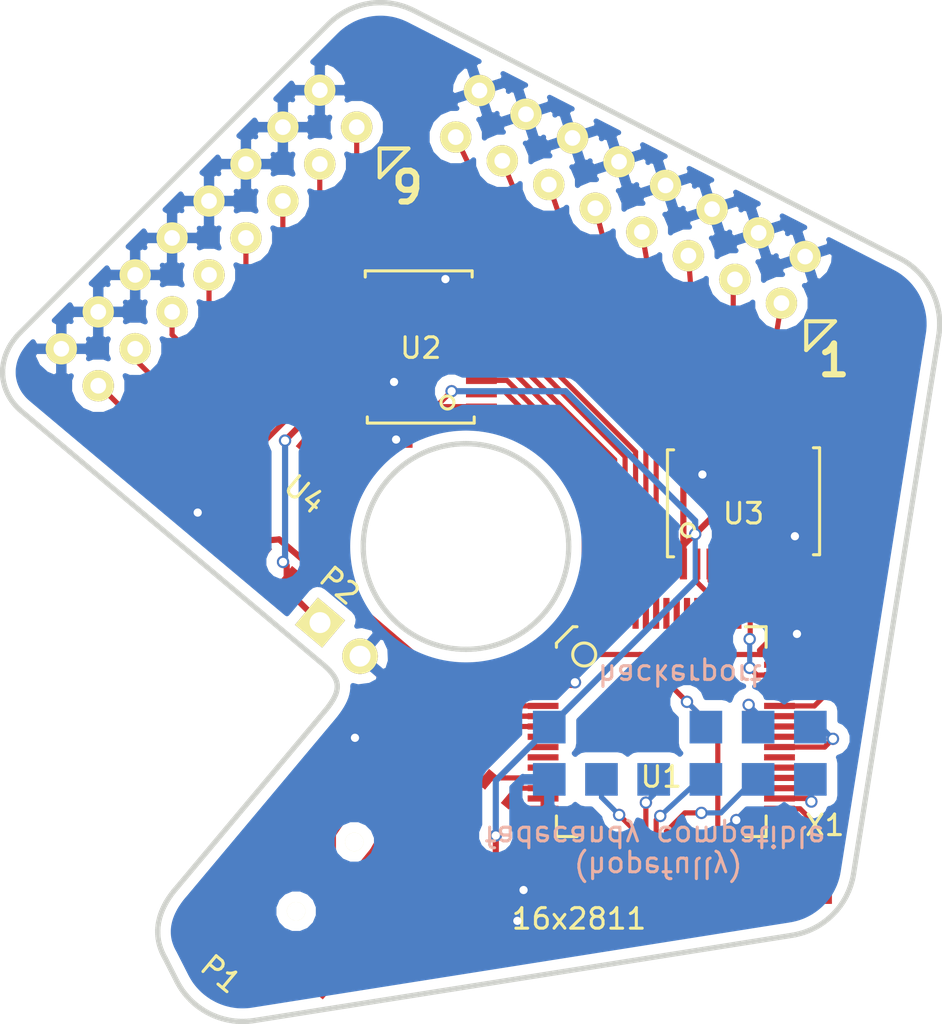
<source format=kicad_pcb>
(kicad_pcb (version 4) (host pcbnew 4.0.2+dfsg1-stable)

  (general
    (links 129)
    (no_connects 0)
    (area 0 0 0 0)
    (thickness 1.6)
    (drawings 12)
    (tracks 403)
    (zones 0)
    (modules 42)
    (nets 95)
  )

  (page A4)
  (layers
    (0 F.Cu signal)
    (31 B.Cu signal)
    (32 B.Adhes user)
    (33 F.Adhes user)
    (34 B.Paste user)
    (35 F.Paste user)
    (36 B.SilkS user)
    (37 F.SilkS user)
    (38 B.Mask user)
    (39 F.Mask user)
    (40 Dwgs.User user)
    (41 Cmts.User user)
    (42 Eco1.User user)
    (43 Eco2.User user)
    (44 Edge.Cuts user)
    (45 Margin user)
    (46 B.CrtYd user)
    (47 F.CrtYd user)
    (48 B.Fab user)
    (49 F.Fab user)
  )

  (setup
    (last_trace_width 0.25)
    (trace_clearance 0.2)
    (zone_clearance 0.508)
    (zone_45_only no)
    (trace_min 0.2)
    (segment_width 0.2)
    (edge_width 0.15)
    (via_size 0.6)
    (via_drill 0.4)
    (via_min_size 0.4)
    (via_min_drill 0.3)
    (uvia_size 0.3)
    (uvia_drill 0.1)
    (uvias_allowed no)
    (uvia_min_size 0.2)
    (uvia_min_drill 0.1)
    (pcb_text_width 0.3)
    (pcb_text_size 1.5 1.5)
    (mod_edge_width 0.15)
    (mod_text_size 1 1)
    (mod_text_width 0.15)
    (pad_size 1.524 1.524)
    (pad_drill 0.762)
    (pad_to_mask_clearance 0.2)
    (aux_axis_origin 0 0)
    (visible_elements FFFFFF7F)
    (pcbplotparams
      (layerselection 0x010f0_80000001)
      (usegerberextensions true)
      (excludeedgelayer true)
      (linewidth 0.100000)
      (plotframeref false)
      (viasonmask false)
      (mode 1)
      (useauxorigin false)
      (hpglpennumber 1)
      (hpglpenspeed 20)
      (hpglpendiameter 15)
      (hpglpenoverlay 2)
      (psnegative false)
      (psa4output false)
      (plotreference true)
      (plotvalue true)
      (plotinvisibletext false)
      (padsonsilk false)
      (subtractmaskfromsilk false)
      (outputformat 1)
      (mirror false)
      (drillshape 0)
      (scaleselection 1)
      (outputdirectory gerb/))
  )

  (net 0 "")
  (net 1 GND)
  (net 2 "Net-(R1-Pad2)")
  (net 3 "Net-(R2-Pad2)")
  (net 4 "Net-(R3-Pad2)")
  (net 5 "Net-(R4-Pad2)")
  (net 6 "Net-(R5-Pad2)")
  (net 7 "Net-(R6-Pad2)")
  (net 8 "Net-(R7-Pad2)")
  (net 9 "Net-(R8-Pad2)")
  (net 10 "Net-(R9-Pad2)")
  (net 11 "Net-(R10-Pad2)")
  (net 12 "Net-(R11-Pad2)")
  (net 13 "Net-(R12-Pad2)")
  (net 14 "Net-(R13-Pad2)")
  (net 15 "Net-(R14-Pad2)")
  (net 16 "Net-(R15-Pad2)")
  (net 17 "Net-(R16-Pad2)")
  (net 18 "Net-(U1-Pad1)")
  (net 19 "Net-(U1-Pad2)")
  (net 20 "Net-(U1-Pad9)")
  (net 21 "Net-(U1-Pad10)")
  (net 22 "Net-(U1-Pad11)")
  (net 23 "Net-(U1-Pad12)")
  (net 24 "Net-(U1-Pad17)")
  (net 25 "Net-(U1-Pad18)")
  (net 26 "Net-(U1-Pad19)")
  (net 27 "Net-(U1-Pad20)")
  (net 28 "Net-(U1-Pad26)")
  (net 29 "Net-(U1-Pad27)")
  (net 30 "Net-(U1-Pad28)")
  (net 31 "Net-(U1-Pad29)")
  (net 32 "Net-(U1-Pad32)")
  (net 33 "Net-(U1-Pad33)")
  (net 34 "Net-(U1-Pad35)")
  (net 35 "Net-(U1-Pad36)")
  (net 36 "Net-(U1-Pad37)")
  (net 37 "Net-(U1-Pad38)")
  (net 38 "Net-(U1-Pad41)")
  (net 39 "Net-(U1-Pad42)")
  (net 40 "Net-(U1-Pad43)")
  (net 41 "Net-(U1-Pad44)")
  (net 42 "Net-(U1-Pad45)")
  (net 43 "Net-(U1-Pad46)")
  (net 44 "Net-(U1-Pad49)")
  (net 45 "Net-(U1-Pad50)")
  (net 46 "Net-(U1-Pad51)")
  (net 47 "Net-(U1-Pad52)")
  (net 48 "Net-(U1-Pad53)")
  (net 49 "Net-(U1-Pad54)")
  (net 50 "Net-(U1-Pad55)")
  (net 51 "Net-(U1-Pad56)")
  (net 52 "Net-(U1-Pad57)")
  (net 53 "Net-(U1-Pad58)")
  (net 54 "Net-(U1-Pad59)")
  (net 55 "Net-(U1-Pad60)")
  (net 56 "Net-(U1-Pad61)")
  (net 57 "Net-(U1-Pad62)")
  (net 58 "Net-(U1-Pad63)")
  (net 59 "Net-(U1-Pad64)")
  (net 60 "Net-(P1-8-Pad1)")
  (net 61 "Net-(P1-8-Pad3)")
  (net 62 "Net-(P1-8-Pad5)")
  (net 63 "Net-(P1-8-Pad7)")
  (net 64 "Net-(P1-8-Pad9)")
  (net 65 "Net-(P1-8-Pad11)")
  (net 66 "Net-(P1-8-Pad13)")
  (net 67 "Net-(P1-8-Pad15)")
  (net 68 "Net-(P9-16-Pad1)")
  (net 69 "Net-(P9-16-Pad3)")
  (net 70 "Net-(P9-16-Pad5)")
  (net 71 "Net-(P9-16-Pad7)")
  (net 72 "Net-(P9-16-Pad9)")
  (net 73 "Net-(P9-16-Pad11)")
  (net 74 "Net-(P9-16-Pad13)")
  (net 75 "Net-(P9-16-Pad15)")
  (net 76 5V)
  (net 77 "Net-(FB1-Pad1)")
  (net 78 "Net-(R17-Pad1)")
  (net 79 "Net-(R18-Pad1)")
  (net 80 3V3)
  (net 81 "Net-(P1-Pad4)")
  (net 82 "Net-(FB3-Pad1)")
  (net 83 "Net-(R20-Pad1)")
  (net 84 D-)
  (net 85 D+)
  (net 86 TCLK)
  (net 87 TDI)
  (net 88 TDO)
  (net 89 TX)
  (net 90 TMS)
  (net 91 RX)
  (net 92 RST)
  (net 93 "Net-(FB2-Pad2)")
  (net 94 "Net-(FB4-Pad2)")

  (net_class Default "This is the default net class."
    (clearance 0.2)
    (trace_width 0.25)
    (via_dia 0.6)
    (via_drill 0.4)
    (uvia_dia 0.3)
    (uvia_drill 0.1)
    (add_net D+)
    (add_net D-)
    (add_net "Net-(FB1-Pad1)")
    (add_net "Net-(FB2-Pad2)")
    (add_net "Net-(FB3-Pad1)")
    (add_net "Net-(FB4-Pad2)")
    (add_net "Net-(P1-8-Pad1)")
    (add_net "Net-(P1-8-Pad11)")
    (add_net "Net-(P1-8-Pad13)")
    (add_net "Net-(P1-8-Pad15)")
    (add_net "Net-(P1-8-Pad3)")
    (add_net "Net-(P1-8-Pad5)")
    (add_net "Net-(P1-8-Pad7)")
    (add_net "Net-(P1-8-Pad9)")
    (add_net "Net-(P1-Pad4)")
    (add_net "Net-(P9-16-Pad1)")
    (add_net "Net-(P9-16-Pad11)")
    (add_net "Net-(P9-16-Pad13)")
    (add_net "Net-(P9-16-Pad15)")
    (add_net "Net-(P9-16-Pad3)")
    (add_net "Net-(P9-16-Pad5)")
    (add_net "Net-(P9-16-Pad7)")
    (add_net "Net-(P9-16-Pad9)")
    (add_net "Net-(R1-Pad2)")
    (add_net "Net-(R10-Pad2)")
    (add_net "Net-(R11-Pad2)")
    (add_net "Net-(R12-Pad2)")
    (add_net "Net-(R13-Pad2)")
    (add_net "Net-(R14-Pad2)")
    (add_net "Net-(R15-Pad2)")
    (add_net "Net-(R16-Pad2)")
    (add_net "Net-(R17-Pad1)")
    (add_net "Net-(R18-Pad1)")
    (add_net "Net-(R2-Pad2)")
    (add_net "Net-(R20-Pad1)")
    (add_net "Net-(R3-Pad2)")
    (add_net "Net-(R4-Pad2)")
    (add_net "Net-(R5-Pad2)")
    (add_net "Net-(R6-Pad2)")
    (add_net "Net-(R7-Pad2)")
    (add_net "Net-(R8-Pad2)")
    (add_net "Net-(R9-Pad2)")
    (add_net "Net-(U1-Pad1)")
    (add_net "Net-(U1-Pad10)")
    (add_net "Net-(U1-Pad11)")
    (add_net "Net-(U1-Pad12)")
    (add_net "Net-(U1-Pad17)")
    (add_net "Net-(U1-Pad18)")
    (add_net "Net-(U1-Pad19)")
    (add_net "Net-(U1-Pad2)")
    (add_net "Net-(U1-Pad20)")
    (add_net "Net-(U1-Pad26)")
    (add_net "Net-(U1-Pad27)")
    (add_net "Net-(U1-Pad28)")
    (add_net "Net-(U1-Pad29)")
    (add_net "Net-(U1-Pad32)")
    (add_net "Net-(U1-Pad33)")
    (add_net "Net-(U1-Pad35)")
    (add_net "Net-(U1-Pad36)")
    (add_net "Net-(U1-Pad37)")
    (add_net "Net-(U1-Pad38)")
    (add_net "Net-(U1-Pad41)")
    (add_net "Net-(U1-Pad42)")
    (add_net "Net-(U1-Pad43)")
    (add_net "Net-(U1-Pad44)")
    (add_net "Net-(U1-Pad45)")
    (add_net "Net-(U1-Pad46)")
    (add_net "Net-(U1-Pad49)")
    (add_net "Net-(U1-Pad50)")
    (add_net "Net-(U1-Pad51)")
    (add_net "Net-(U1-Pad52)")
    (add_net "Net-(U1-Pad53)")
    (add_net "Net-(U1-Pad54)")
    (add_net "Net-(U1-Pad55)")
    (add_net "Net-(U1-Pad56)")
    (add_net "Net-(U1-Pad57)")
    (add_net "Net-(U1-Pad58)")
    (add_net "Net-(U1-Pad59)")
    (add_net "Net-(U1-Pad60)")
    (add_net "Net-(U1-Pad61)")
    (add_net "Net-(U1-Pad62)")
    (add_net "Net-(U1-Pad63)")
    (add_net "Net-(U1-Pad64)")
    (add_net "Net-(U1-Pad9)")
    (add_net RST)
    (add_net RX)
    (add_net TCLK)
    (add_net TDI)
    (add_net TDO)
    (add_net TMS)
    (add_net TX)
  )

  (net_class power ""
    (clearance 0.2)
    (trace_width 0.25)
    (via_dia 0.6)
    (via_drill 0.4)
    (uvia_dia 0.3)
    (uvia_drill 0.1)
    (add_net 3V3)
    (add_net 5V)
    (add_net GND)
  )

  (module hackerport (layer B.Cu) (tedit 578E3458) (tstamp 578EA376)
    (at 20.4 20.05)
    (path /578E9927)
    (fp_text reference P3 (at 0 -0.5) (layer B.SilkS) hide
      (effects (font (size 1 1) (thickness 0.15)) (justify mirror))
    )
    (fp_text value hackerport (at 0 -3.81) (layer B.Fab) hide
      (effects (font (size 1 1) (thickness 0.15)) (justify mirror))
    )
    (pad 1 smd rect (at -6.35 -1.27) (size 1.5875 1.5875) (layers B.Cu B.Paste B.Mask)
      (net 76 5V))
    (pad 2 smd rect (at -6.35 1.27) (size 1.5875 1.5875) (layers B.Cu B.Paste B.Mask)
      (net 1 GND))
    (pad 4 smd rect (at -3.81 1.27) (size 1.5875 1.5875) (layers B.Cu B.Paste B.Mask)
      (net 86 TCLK))
    (pad 6 smd rect (at -1.27 1.27) (size 1.5875 1.5875) (layers B.Cu B.Paste B.Mask)
      (net 87 TDI))
    (pad 7 smd rect (at 1.27 -1.27) (size 1.5875 1.5875) (layers B.Cu B.Paste B.Mask)
      (net 80 3V3))
    (pad 8 smd rect (at 1.27 1.27) (size 1.5875 1.5875) (layers B.Cu B.Paste B.Mask)
      (net 88 TDO))
    (pad 9 smd rect (at 3.81 -1.27) (size 1.5875 1.5875) (layers B.Cu B.Paste B.Mask)
      (net 89 TX))
    (pad 10 smd rect (at 3.81 1.27) (size 1.5875 1.5875) (layers B.Cu B.Paste B.Mask)
      (net 90 TMS))
    (pad 11 smd rect (at 6.35 -1.27) (size 1.5875 1.5875) (layers B.Cu B.Paste B.Mask)
      (net 91 RX))
    (pad 12 smd rect (at 6.35 1.27) (size 1.5875 1.5875) (layers B.Cu B.Paste B.Mask)
      (net 92 RST))
  )

  (module USB_Mini-B (layer F.Cu) (tedit 578E31D4) (tstamp 578F5328)
    (at 2.5 25.5 320)
    (descr "USB Mini-B 5-pin SMD connector")
    (tags "USB USB_B USB_Mini connector")
    (path /578DBFE6)
    (attr smd)
    (fp_text reference P1 (at 0 6.90118 320) (layer F.SilkS)
      (effects (font (size 1 1) (thickness 0.15)))
    )
    (fp_text value USB_OTG (at 0 -7.0993 320) (layer F.Fab)
      (effects (font (size 1 1) (thickness 0.15)))
    )
    (pad "" smd rect (at 3.35026 4.05008 320) (size 2.49936 1.2) (layers F.Cu F.Paste F.Mask))
    (pad 1 smd rect (at 3.44932 -1.6002 320) (size 2.30124 0.50038) (layers F.Cu F.Paste F.Mask)
      (net 93 "Net-(FB2-Pad2)"))
    (pad 2 smd rect (at 3.44932 -0.8001 320) (size 2.30124 0.50038) (layers F.Cu F.Paste F.Mask)
      (net 84 D-))
    (pad 3 smd rect (at 3.44932 0 320) (size 2.30124 0.50038) (layers F.Cu F.Paste F.Mask)
      (net 85 D+))
    (pad 4 smd rect (at 3.44932 0.8001 320) (size 2.30124 0.50038) (layers F.Cu F.Paste F.Mask)
      (net 81 "Net-(P1-Pad4)"))
    (pad 5 smd rect (at 3.44932 1.6002 320) (size 2.30124 0.50038) (layers F.Cu F.Paste F.Mask)
      (net 94 "Net-(FB4-Pad2)"))
    (pad "" smd rect (at 3.35026 -4.45008 320) (size 2.49936 1.99898) (layers F.Cu F.Paste F.Mask))
    (pad 6 smd rect (at -2.14884 -4.45008 320) (size 2.49936 1.99898) (layers F.Cu F.Paste F.Mask)
      (net 1 GND))
    (pad "" smd rect (at 2.85026 4.45008 320) (size 1.5 2) (layers F.Cu F.Paste F.Mask))
    (pad "" smd rect (at -2.14884 4.45008 320) (size 2.49936 1.99898) (layers F.Cu F.Paste F.Mask))
    (pad "" np_thru_hole circle (at 0.8509 -2.19964 320) (size 0.89916 0.89916) (drill 0.89916) (layers *.Cu *.Mask F.SilkS))
    (pad "" np_thru_hole circle (at 0.8509 2.19964 320) (size 0.89916 0.89916) (drill 0.89916) (layers *.Cu *.Mask F.SilkS))
  )

  (module lib:tssop20 (layer F.Cu) (tedit 578E1409) (tstamp 578EC5F6)
    (at 7.8 0.3 90)
    (path /578D649C)
    (fp_text reference U2 (at -0.05 0 180) (layer F.SilkS)
      (effects (font (size 1 1) (thickness 0.15)))
    )
    (fp_text value 74HC245 (at 0 -0.5 90) (layer F.Fab) hide
      (effects (font (size 1 1) (thickness 0.15)))
    )
    (fp_circle (center -2.7 1.3) (end -2.6 1.6) (layer F.SilkS) (width 0.15))
    (fp_line (start 3.4 -2.7) (end 3.7 -2.7) (layer F.SilkS) (width 0.15))
    (fp_line (start 3.7 -2.7) (end 3.7 2.5) (layer F.SilkS) (width 0.15))
    (fp_line (start 3.7 2.5) (end 3.4 2.5) (layer F.SilkS) (width 0.15))
    (fp_line (start -3.4 -2.6) (end -3.7 -2.6) (layer F.SilkS) (width 0.15))
    (fp_line (start -3.7 -2.6) (end -3.7 2.6) (layer F.SilkS) (width 0.15))
    (fp_line (start -3.7 2.6) (end -3.4 2.6) (layer F.SilkS) (width 0.15))
    (pad 1 smd rect (at -2.925 2.95 90) (size 0.35 1.5) (layers F.Cu F.Paste F.Mask)
      (net 76 5V))
    (pad 2 smd rect (at -2.275 2.95 90) (size 0.35 1.5) (layers F.Cu F.Paste F.Mask)
      (net 59 "Net-(U1-Pad64)"))
    (pad 3 smd rect (at -1.625 2.95 90) (size 0.35 1.5) (layers F.Cu F.Paste F.Mask)
      (net 58 "Net-(U1-Pad63)"))
    (pad 4 smd rect (at -0.975 2.95 90) (size 0.35 1.5) (layers F.Cu F.Paste F.Mask)
      (net 57 "Net-(U1-Pad62)"))
    (pad 5 smd rect (at -0.325 2.95 90) (size 0.35 1.5) (layers F.Cu F.Paste F.Mask)
      (net 56 "Net-(U1-Pad61)"))
    (pad 6 smd rect (at 0.325 2.95 90) (size 0.35 1.5) (layers F.Cu F.Paste F.Mask)
      (net 55 "Net-(U1-Pad60)"))
    (pad 7 smd rect (at 0.975 2.95 90) (size 0.35 1.5) (layers F.Cu F.Paste F.Mask)
      (net 54 "Net-(U1-Pad59)"))
    (pad 8 smd rect (at 1.625 2.95 90) (size 0.35 1.5) (layers F.Cu F.Paste F.Mask)
      (net 53 "Net-(U1-Pad58)"))
    (pad 9 smd rect (at 2.275 2.95 90) (size 0.35 1.5) (layers F.Cu F.Paste F.Mask)
      (net 52 "Net-(U1-Pad57)"))
    (pad 10 smd rect (at 2.925 2.95 90) (size 0.35 1.5) (layers F.Cu F.Paste F.Mask)
      (net 1 GND))
    (pad 11 smd rect (at 2.925 -2.95 90) (size 0.35 1.5) (layers F.Cu F.Paste F.Mask)
      (net 9 "Net-(R8-Pad2)"))
    (pad 12 smd rect (at 2.275 -2.95 90) (size 0.35 1.5) (layers F.Cu F.Paste F.Mask)
      (net 8 "Net-(R7-Pad2)"))
    (pad 13 smd rect (at 1.625 -2.95 90) (size 0.35 1.5) (layers F.Cu F.Paste F.Mask)
      (net 7 "Net-(R6-Pad2)"))
    (pad 14 smd rect (at 0.975 -2.95 90) (size 0.35 1.5) (layers F.Cu F.Paste F.Mask)
      (net 6 "Net-(R5-Pad2)"))
    (pad 15 smd rect (at 0.325 -2.95 90) (size 0.35 1.5) (layers F.Cu F.Paste F.Mask)
      (net 5 "Net-(R4-Pad2)"))
    (pad 16 smd rect (at -0.325 -2.95 90) (size 0.35 1.5) (layers F.Cu F.Paste F.Mask)
      (net 4 "Net-(R3-Pad2)"))
    (pad 17 smd rect (at -0.975 -2.95 90) (size 0.35 1.5) (layers F.Cu F.Paste F.Mask)
      (net 3 "Net-(R2-Pad2)"))
    (pad 18 smd rect (at -1.625 -2.95 90) (size 0.35 1.5) (layers F.Cu F.Paste F.Mask)
      (net 2 "Net-(R1-Pad2)"))
    (pad 19 smd rect (at -2.275 -2.95 90) (size 0.35 1.5) (layers F.Cu F.Paste F.Mask)
      (net 1 GND))
    (pad 20 smd rect (at -2.925 -2.95 90) (size 0.35 1.5) (layers F.Cu F.Paste F.Mask)
      (net 76 5V))
  )

  (module lib:tssop20 (layer F.Cu) (tedit 578E13EC) (tstamp 578EC60E)
    (at 23.5 7.9)
    (path /578D65DA)
    (fp_text reference U3 (at 0 0.5) (layer F.SilkS)
      (effects (font (size 1 1) (thickness 0.15)))
    )
    (fp_text value 74HC245 (at 0 -0.5) (layer F.Fab) hide
      (effects (font (size 1 1) (thickness 0.15)))
    )
    (fp_circle (center -2.7 1.3) (end -2.6 1.6) (layer F.SilkS) (width 0.15))
    (fp_line (start 3.4 -2.7) (end 3.7 -2.7) (layer F.SilkS) (width 0.15))
    (fp_line (start 3.7 -2.7) (end 3.7 2.5) (layer F.SilkS) (width 0.15))
    (fp_line (start 3.7 2.5) (end 3.4 2.5) (layer F.SilkS) (width 0.15))
    (fp_line (start -3.4 -2.6) (end -3.7 -2.6) (layer F.SilkS) (width 0.15))
    (fp_line (start -3.7 -2.6) (end -3.7 2.6) (layer F.SilkS) (width 0.15))
    (fp_line (start -3.7 2.6) (end -3.4 2.6) (layer F.SilkS) (width 0.15))
    (pad 1 smd rect (at -2.925 2.95) (size 0.35 1.5) (layers F.Cu F.Paste F.Mask)
      (net 76 5V))
    (pad 2 smd rect (at -2.275 2.95) (size 0.35 1.5) (layers F.Cu F.Paste F.Mask)
      (net 47 "Net-(U1-Pad52)"))
    (pad 3 smd rect (at -1.625 2.95) (size 0.35 1.5) (layers F.Cu F.Paste F.Mask)
      (net 46 "Net-(U1-Pad51)"))
    (pad 4 smd rect (at -0.975 2.95) (size 0.35 1.5) (layers F.Cu F.Paste F.Mask)
      (net 45 "Net-(U1-Pad50)"))
    (pad 5 smd rect (at -0.325 2.95) (size 0.35 1.5) (layers F.Cu F.Paste F.Mask)
      (net 44 "Net-(U1-Pad49)"))
    (pad 6 smd rect (at 0.325 2.95) (size 0.35 1.5) (layers F.Cu F.Paste F.Mask)
      (net 43 "Net-(U1-Pad46)"))
    (pad 7 smd rect (at 0.975 2.95) (size 0.35 1.5) (layers F.Cu F.Paste F.Mask)
      (net 42 "Net-(U1-Pad45)"))
    (pad 8 smd rect (at 1.625 2.95) (size 0.35 1.5) (layers F.Cu F.Paste F.Mask)
      (net 41 "Net-(U1-Pad44)"))
    (pad 9 smd rect (at 2.275 2.95) (size 0.35 1.5) (layers F.Cu F.Paste F.Mask)
      (net 40 "Net-(U1-Pad43)"))
    (pad 10 smd rect (at 2.925 2.95) (size 0.35 1.5) (layers F.Cu F.Paste F.Mask)
      (net 1 GND))
    (pad 11 smd rect (at 2.925 -2.95) (size 0.35 1.5) (layers F.Cu F.Paste F.Mask)
      (net 17 "Net-(R16-Pad2)"))
    (pad 12 smd rect (at 2.275 -2.95) (size 0.35 1.5) (layers F.Cu F.Paste F.Mask)
      (net 16 "Net-(R15-Pad2)"))
    (pad 13 smd rect (at 1.625 -2.95) (size 0.35 1.5) (layers F.Cu F.Paste F.Mask)
      (net 15 "Net-(R14-Pad2)"))
    (pad 14 smd rect (at 0.975 -2.95) (size 0.35 1.5) (layers F.Cu F.Paste F.Mask)
      (net 14 "Net-(R13-Pad2)"))
    (pad 15 smd rect (at 0.325 -2.95) (size 0.35 1.5) (layers F.Cu F.Paste F.Mask)
      (net 13 "Net-(R12-Pad2)"))
    (pad 16 smd rect (at -0.325 -2.95) (size 0.35 1.5) (layers F.Cu F.Paste F.Mask)
      (net 12 "Net-(R11-Pad2)"))
    (pad 17 smd rect (at -0.975 -2.95) (size 0.35 1.5) (layers F.Cu F.Paste F.Mask)
      (net 11 "Net-(R10-Pad2)"))
    (pad 18 smd rect (at -1.625 -2.95) (size 0.35 1.5) (layers F.Cu F.Paste F.Mask)
      (net 10 "Net-(R9-Pad2)"))
    (pad 19 smd rect (at -2.275 -2.95) (size 0.35 1.5) (layers F.Cu F.Paste F.Mask)
      (net 1 GND))
    (pad 20 smd rect (at -2.925 -2.95) (size 0.35 1.5) (layers F.Cu F.Paste F.Mask)
      (net 76 5V))
  )

  (module Pin_Headers:Pin_Header_Straight_2x01 (layer F.Cu) (tedit 578E18A4) (tstamp 578E6204)
    (at 2.9 13.7 320)
    (descr "Through hole pin header")
    (tags "pin header")
    (path /578DF8FD)
    (fp_text reference P2 (at -0.429275 -1.989528 320) (layer F.SilkS)
      (effects (font (size 1 1) (thickness 0.15)))
    )
    (fp_text value CONN_01X02 (at 0 -3.1 320) (layer F.Fab)
      (effects (font (size 1 1) (thickness 0.15)))
    )
    (pad 1 thru_hole rect (at 0 0 320) (size 1.7272 1.7272) (drill 1.016) (layers *.Cu *.Mask F.SilkS)
      (net 76 5V))
    (pad 2 thru_hole oval (at 2.54 0 320) (size 1.7272 1.7272) (drill 1.016) (layers *.Cu *.Mask F.SilkS)
      (net 1 GND))
  )

  (module lib:2x8 (layer F.Cu) (tedit 578D66E9) (tstamp 57881BBE)
    (at -2.5 -5 45)
    (path /578D680B)
    (fp_text reference P9-16 (at 0 3.04 45) (layer F.SilkS) hide
      (effects (font (size 1 1) (thickness 0.15)))
    )
    (fp_text value CONN_02X08 (at -10.16 3.31 45) (layer F.Fab) hide
      (effects (font (size 1 1) (thickness 0.15)))
    )
    (pad 1 thru_hole circle (at -8.89 1.27 45) (size 1.524 1.524) (drill 0.762) (layers *.Cu *.Mask F.SilkS)
      (net 68 "Net-(P9-16-Pad1)"))
    (pad 2 thru_hole circle (at -8.89 -1.27 45) (size 1.524 1.524) (drill 0.762) (layers *.Cu *.Mask F.SilkS)
      (net 1 GND))
    (pad 3 thru_hole circle (at -6.35 1.27 45) (size 1.524 1.524) (drill 0.762) (layers *.Cu *.Mask F.SilkS)
      (net 69 "Net-(P9-16-Pad3)"))
    (pad 4 thru_hole circle (at -6.35 -1.27 45) (size 1.524 1.524) (drill 0.762) (layers *.Cu *.Mask F.SilkS)
      (net 1 GND))
    (pad 5 thru_hole circle (at -3.81 1.27 45) (size 1.524 1.524) (drill 0.762) (layers *.Cu *.Mask F.SilkS)
      (net 70 "Net-(P9-16-Pad5)"))
    (pad 6 thru_hole circle (at -3.81 -1.27 45) (size 1.524 1.524) (drill 0.762) (layers *.Cu *.Mask F.SilkS)
      (net 1 GND))
    (pad 7 thru_hole circle (at -1.27 1.27 45) (size 1.524 1.524) (drill 0.762) (layers *.Cu *.Mask F.SilkS)
      (net 71 "Net-(P9-16-Pad7)"))
    (pad 8 thru_hole circle (at -1.27 -1.27 45) (size 1.524 1.524) (drill 0.762) (layers *.Cu *.Mask F.SilkS)
      (net 1 GND))
    (pad 9 thru_hole circle (at 1.27 1.27 45) (size 1.524 1.524) (drill 0.762) (layers *.Cu *.Mask F.SilkS)
      (net 72 "Net-(P9-16-Pad9)"))
    (pad 10 thru_hole circle (at 1.27 -1.27 45) (size 1.524 1.524) (drill 0.762) (layers *.Cu *.Mask F.SilkS)
      (net 1 GND))
    (pad 11 thru_hole circle (at 3.81 1.27 45) (size 1.524 1.524) (drill 0.762) (layers *.Cu *.Mask F.SilkS)
      (net 73 "Net-(P9-16-Pad11)"))
    (pad 12 thru_hole circle (at 3.81 -1.27 45) (size 1.524 1.524) (drill 0.762) (layers *.Cu *.Mask F.SilkS)
      (net 1 GND))
    (pad 13 thru_hole circle (at 6.35 1.27 45) (size 1.524 1.524) (drill 0.762) (layers *.Cu *.Mask F.SilkS)
      (net 74 "Net-(P9-16-Pad13)"))
    (pad 14 thru_hole circle (at 6.35 -1.27 45) (size 1.524 1.524) (drill 0.762) (layers *.Cu *.Mask F.SilkS)
      (net 1 GND))
    (pad 15 thru_hole circle (at 8.89 1.27 45) (size 1.524 1.524) (drill 0.762) (layers *.Cu *.Mask F.SilkS)
      (net 75 "Net-(P9-16-Pad15)"))
    (pad 16 thru_hole circle (at 8.89 -1.27 45) (size 1.524 1.524) (drill 0.762) (layers *.Cu *.Mask F.SilkS)
      (net 1 GND))
  )

  (module 2x8 (layer F.Cu) (tedit 578D66F4) (tstamp 57881997)
    (at 18 -7 333)
    (path /578D68AE)
    (fp_text reference P1-8 (at 0 3.04 333) (layer F.SilkS) hide
      (effects (font (size 1 1) (thickness 0.15)))
    )
    (fp_text value CONN_02X08 (at -10.16 3.31 333) (layer F.Fab) hide
      (effects (font (size 1 1) (thickness 0.15)))
    )
    (pad 1 thru_hole circle (at -8.89 1.27 333) (size 1.524 1.524) (drill 0.762) (layers *.Cu *.Mask F.SilkS)
      (net 60 "Net-(P1-8-Pad1)"))
    (pad 2 thru_hole circle (at -8.89 -1.27 333) (size 1.524 1.524) (drill 0.762) (layers *.Cu *.Mask F.SilkS)
      (net 1 GND))
    (pad 3 thru_hole circle (at -6.35 1.27 333) (size 1.524 1.524) (drill 0.762) (layers *.Cu *.Mask F.SilkS)
      (net 61 "Net-(P1-8-Pad3)"))
    (pad 4 thru_hole circle (at -6.35 -1.27 333) (size 1.524 1.524) (drill 0.762) (layers *.Cu *.Mask F.SilkS)
      (net 1 GND))
    (pad 5 thru_hole circle (at -3.81 1.27 333) (size 1.524 1.524) (drill 0.762) (layers *.Cu *.Mask F.SilkS)
      (net 62 "Net-(P1-8-Pad5)"))
    (pad 6 thru_hole circle (at -3.81 -1.27 333) (size 1.524 1.524) (drill 0.762) (layers *.Cu *.Mask F.SilkS)
      (net 1 GND))
    (pad 7 thru_hole circle (at -1.27 1.27 333) (size 1.524 1.524) (drill 0.762) (layers *.Cu *.Mask F.SilkS)
      (net 63 "Net-(P1-8-Pad7)"))
    (pad 8 thru_hole circle (at -1.27 -1.27 333) (size 1.524 1.524) (drill 0.762) (layers *.Cu *.Mask F.SilkS)
      (net 1 GND))
    (pad 9 thru_hole circle (at 1.27 1.27 333) (size 1.524 1.524) (drill 0.762) (layers *.Cu *.Mask F.SilkS)
      (net 64 "Net-(P1-8-Pad9)"))
    (pad 10 thru_hole circle (at 1.27 -1.27 333) (size 1.524 1.524) (drill 0.762) (layers *.Cu *.Mask F.SilkS)
      (net 1 GND))
    (pad 11 thru_hole circle (at 3.81 1.27 333) (size 1.524 1.524) (drill 0.762) (layers *.Cu *.Mask F.SilkS)
      (net 65 "Net-(P1-8-Pad11)"))
    (pad 12 thru_hole circle (at 3.81 -1.27 333) (size 1.524 1.524) (drill 0.762) (layers *.Cu *.Mask F.SilkS)
      (net 1 GND))
    (pad 13 thru_hole circle (at 6.35 1.27 333) (size 1.524 1.524) (drill 0.762) (layers *.Cu *.Mask F.SilkS)
      (net 66 "Net-(P1-8-Pad13)"))
    (pad 14 thru_hole circle (at 6.35 -1.27 333) (size 1.524 1.524) (drill 0.762) (layers *.Cu *.Mask F.SilkS)
      (net 1 GND))
    (pad 15 thru_hole circle (at 8.89 1.27 333) (size 1.524 1.524) (drill 0.762) (layers *.Cu *.Mask F.SilkS)
      (net 67 "Net-(P1-8-Pad15)"))
    (pad 16 thru_hole circle (at 8.89 -1.27 333) (size 1.524 1.524) (drill 0.762) (layers *.Cu *.Mask F.SilkS)
      (net 1 GND))
  )

  (module lib:LQFN64 (layer F.Cu) (tedit 578DE8B5) (tstamp 578EC290)
    (at 19.5 19)
    (path /578D6427)
    (fp_text reference U1 (at 0 2.2) (layer F.SilkS)
      (effects (font (size 1 1) (thickness 0.15)))
    )
    (fp_text value MK20DX256VLH7 (at 0.05 -1.45) (layer F.Fab)
      (effects (font (size 0.75 0.75) (thickness 0.15)))
    )
    (fp_line (start -5.1 -4.1) (end -5.1 -4.3) (layer F.SilkS) (width 0.15))
    (fp_line (start -5.1 -4.3) (end -4.3 -5.1) (layer F.SilkS) (width 0.15))
    (fp_line (start -4.3 -5.1) (end -4.1 -5.1) (layer F.SilkS) (width 0.15))
    (fp_line (start 4.1 -5.1) (end 5.1 -5.1) (layer F.SilkS) (width 0.15))
    (fp_line (start 5.1 -5.1) (end 5.1 -4.1) (layer F.SilkS) (width 0.15))
    (fp_line (start 4.1 5.1) (end 5.1 5.1) (layer F.SilkS) (width 0.15))
    (fp_line (start 5.1 5.1) (end 5.1 4.1) (layer F.SilkS) (width 0.15))
    (fp_line (start -5.1 4.1) (end -5.1 5.1) (layer F.SilkS) (width 0.15))
    (fp_line (start -5.1 5.1) (end -4.1 5.1) (layer F.SilkS) (width 0.15))
    (fp_circle (center -3.75 -3.75) (end -3.5 -3.25) (layer F.SilkS) (width 0.15))
    (pad 1 smd rect (at -5.75 -3.75 90) (size 0.3 1.5) (layers F.Cu F.Paste F.Mask)
      (net 18 "Net-(U1-Pad1)"))
    (pad 2 smd rect (at -5.75 -3.25 90) (size 0.3 1.5) (layers F.Cu F.Paste F.Mask)
      (net 19 "Net-(U1-Pad2)"))
    (pad 3 smd rect (at -5.75 -2.75 90) (size 0.3 1.5) (layers F.Cu F.Paste F.Mask)
      (net 80 3V3))
    (pad 4 smd rect (at -5.75 -2.25 90) (size 0.3 1.5) (layers F.Cu F.Paste F.Mask)
      (net 1 GND))
    (pad 5 smd rect (at -5.75 -1.75 90) (size 0.3 1.5) (layers F.Cu F.Paste F.Mask)
      (net 78 "Net-(R17-Pad1)"))
    (pad 6 smd rect (at -5.75 -1.25 90) (size 0.3 1.5) (layers F.Cu F.Paste F.Mask)
      (net 79 "Net-(R18-Pad1)"))
    (pad 7 smd rect (at -5.75 -0.75 90) (size 0.3 1.5) (layers F.Cu F.Paste F.Mask)
      (net 80 3V3))
    (pad 8 smd rect (at -5.75 -0.25 90) (size 0.3 1.5) (layers F.Cu F.Paste F.Mask)
      (net 76 5V))
    (pad 9 smd rect (at -5.75 0.25 90) (size 0.3 1.5) (layers F.Cu F.Paste F.Mask)
      (net 20 "Net-(U1-Pad9)"))
    (pad 10 smd rect (at -5.75 0.75 90) (size 0.3 1.5) (layers F.Cu F.Paste F.Mask)
      (net 21 "Net-(U1-Pad10)"))
    (pad 11 smd rect (at -5.75 1.25 90) (size 0.3 1.5) (layers F.Cu F.Paste F.Mask)
      (net 22 "Net-(U1-Pad11)"))
    (pad 12 smd rect (at -5.75 1.75 90) (size 0.3 1.5) (layers F.Cu F.Paste F.Mask)
      (net 23 "Net-(U1-Pad12)"))
    (pad 13 smd rect (at -5.75 2.25 90) (size 0.3 1.5) (layers F.Cu F.Paste F.Mask)
      (net 82 "Net-(FB3-Pad1)"))
    (pad 14 smd rect (at -5.75 2.75 90) (size 0.3 1.5) (layers F.Cu F.Paste F.Mask)
      (net 83 "Net-(R20-Pad1)"))
    (pad 15 smd rect (at -5.75 3.25 90) (size 0.3 1.5) (layers F.Cu F.Paste F.Mask)
      (net 77 "Net-(FB1-Pad1)"))
    (pad 16 smd rect (at -5.75 3.75 90) (size 0.3 1.5) (layers F.Cu F.Paste F.Mask)
      (net 77 "Net-(FB1-Pad1)"))
    (pad 17 smd rect (at -3.75 5.75) (size 0.3 1.5) (layers F.Cu F.Paste F.Mask)
      (net 24 "Net-(U1-Pad17)"))
    (pad 18 smd rect (at -3.25 5.75) (size 0.3 1.5) (layers F.Cu F.Paste F.Mask)
      (net 25 "Net-(U1-Pad18)"))
    (pad 19 smd rect (at -2.75 5.75) (size 0.3 1.5) (layers F.Cu F.Paste F.Mask)
      (net 26 "Net-(U1-Pad19)"))
    (pad 20 smd rect (at -2.25 5.75) (size 0.3 1.5) (layers F.Cu F.Paste F.Mask)
      (net 27 "Net-(U1-Pad20)"))
    (pad 21 smd rect (at -1.75 5.75) (size 0.3 1.5) (layers F.Cu F.Paste F.Mask)
      (net 80 3V3))
    (pad 22 smd rect (at -1.25 5.75) (size 0.3 1.5) (layers F.Cu F.Paste F.Mask)
      (net 86 TCLK))
    (pad 23 smd rect (at -0.75 5.75) (size 0.3 1.5) (layers F.Cu F.Paste F.Mask)
      (net 87 TDI))
    (pad 24 smd rect (at -0.25 5.75) (size 0.3 1.5) (layers F.Cu F.Paste F.Mask)
      (net 88 TDO))
    (pad 25 smd rect (at 0.25 5.75) (size 0.3 1.5) (layers F.Cu F.Paste F.Mask)
      (net 90 TMS))
    (pad 26 smd rect (at 0.75 5.75) (size 0.3 1.5) (layers F.Cu F.Paste F.Mask)
      (net 28 "Net-(U1-Pad26)"))
    (pad 27 smd rect (at 1.25 5.75) (size 0.3 1.5) (layers F.Cu F.Paste F.Mask)
      (net 29 "Net-(U1-Pad27)"))
    (pad 28 smd rect (at 1.75 5.75) (size 0.3 1.5) (layers F.Cu F.Paste F.Mask)
      (net 30 "Net-(U1-Pad28)"))
    (pad 29 smd rect (at 2.25 5.75) (size 0.3 1.5) (layers F.Cu F.Paste F.Mask)
      (net 31 "Net-(U1-Pad29)"))
    (pad 30 smd rect (at 2.75 5.75) (size 0.3 1.5) (layers F.Cu F.Paste F.Mask)
      (net 80 3V3))
    (pad 31 smd rect (at 3.25 5.75) (size 0.3 1.5) (layers F.Cu F.Paste F.Mask)
      (net 1 GND))
    (pad 32 smd rect (at 3.75 5.75) (size 0.3 1.5) (layers F.Cu F.Paste F.Mask)
      (net 32 "Net-(U1-Pad32)"))
    (pad 33 smd rect (at 5.75 3.75 90) (size 0.3 1.5) (layers F.Cu F.Paste F.Mask)
      (net 33 "Net-(U1-Pad33)"))
    (pad 34 smd rect (at 5.75 3.25 90) (size 0.3 1.5) (layers F.Cu F.Paste F.Mask)
      (net 92 RST))
    (pad 35 smd rect (at 5.75 2.75 90) (size 0.3 1.5) (layers F.Cu F.Paste F.Mask)
      (net 34 "Net-(U1-Pad35)"))
    (pad 36 smd rect (at 5.75 2.25 90) (size 0.3 1.5) (layers F.Cu F.Paste F.Mask)
      (net 35 "Net-(U1-Pad36)"))
    (pad 37 smd rect (at 5.75 1.75 90) (size 0.3 1.5) (layers F.Cu F.Paste F.Mask)
      (net 36 "Net-(U1-Pad37)"))
    (pad 38 smd rect (at 5.75 1.25 90) (size 0.3 1.5) (layers F.Cu F.Paste F.Mask)
      (net 37 "Net-(U1-Pad38)"))
    (pad 39 smd rect (at 5.75 0.75 90) (size 0.3 1.5) (layers F.Cu F.Paste F.Mask)
      (net 91 RX))
    (pad 40 smd rect (at 5.75 0.25 90) (size 0.3 1.5) (layers F.Cu F.Paste F.Mask)
      (net 89 TX))
    (pad 41 smd rect (at 5.75 -0.25 90) (size 0.3 1.5) (layers F.Cu F.Paste F.Mask)
      (net 38 "Net-(U1-Pad41)"))
    (pad 42 smd rect (at 5.75 -0.75 90) (size 0.3 1.5) (layers F.Cu F.Paste F.Mask)
      (net 39 "Net-(U1-Pad42)"))
    (pad 43 smd rect (at 5.75 -1.25 90) (size 0.3 1.5) (layers F.Cu F.Paste F.Mask)
      (net 40 "Net-(U1-Pad43)"))
    (pad 44 smd rect (at 5.75 -1.75 90) (size 0.3 1.5) (layers F.Cu F.Paste F.Mask)
      (net 41 "Net-(U1-Pad44)"))
    (pad 45 smd rect (at 5.75 -2.25 90) (size 0.3 1.5) (layers F.Cu F.Paste F.Mask)
      (net 42 "Net-(U1-Pad45)"))
    (pad 46 smd rect (at 5.75 -2.75 90) (size 0.3 1.5) (layers F.Cu F.Paste F.Mask)
      (net 43 "Net-(U1-Pad46)"))
    (pad 47 smd rect (at 5.75 -3.25 90) (size 0.3 1.5) (layers F.Cu F.Paste F.Mask)
      (net 1 GND))
    (pad 48 smd rect (at 5.75 -3.75 90) (size 0.3 1.5) (layers F.Cu F.Paste F.Mask)
      (net 80 3V3))
    (pad 49 smd rect (at 3.75 -5.75 180) (size 0.3 1.5) (layers F.Cu F.Paste F.Mask)
      (net 44 "Net-(U1-Pad49)"))
    (pad 50 smd rect (at 3.25 -5.75 180) (size 0.3 1.5) (layers F.Cu F.Paste F.Mask)
      (net 45 "Net-(U1-Pad50)"))
    (pad 51 smd rect (at 2.75 -5.75 180) (size 0.3 1.5) (layers F.Cu F.Paste F.Mask)
      (net 46 "Net-(U1-Pad51)"))
    (pad 52 smd rect (at 2.25 -5.75 180) (size 0.3 1.5) (layers F.Cu F.Paste F.Mask)
      (net 47 "Net-(U1-Pad52)"))
    (pad 53 smd rect (at 1.75 -5.75 180) (size 0.3 1.5) (layers F.Cu F.Paste F.Mask)
      (net 48 "Net-(U1-Pad53)"))
    (pad 54 smd rect (at 1.25 -5.75 180) (size 0.3 1.5) (layers F.Cu F.Paste F.Mask)
      (net 49 "Net-(U1-Pad54)"))
    (pad 55 smd rect (at 0.75 -5.75 180) (size 0.3 1.5) (layers F.Cu F.Paste F.Mask)
      (net 50 "Net-(U1-Pad55)"))
    (pad 56 smd rect (at 0.25 -5.75 180) (size 0.3 1.5) (layers F.Cu F.Paste F.Mask)
      (net 51 "Net-(U1-Pad56)"))
    (pad 57 smd rect (at -0.25 -5.75 180) (size 0.3 1.5) (layers F.Cu F.Paste F.Mask)
      (net 52 "Net-(U1-Pad57)"))
    (pad 58 smd rect (at -0.75 -5.75 180) (size 0.3 1.5) (layers F.Cu F.Paste F.Mask)
      (net 53 "Net-(U1-Pad58)"))
    (pad 59 smd rect (at -1.25 -5.75 180) (size 0.3 1.5) (layers F.Cu F.Paste F.Mask)
      (net 54 "Net-(U1-Pad59)"))
    (pad 60 smd rect (at -1.75 -5.75 180) (size 0.3 1.5) (layers F.Cu F.Paste F.Mask)
      (net 55 "Net-(U1-Pad60)"))
    (pad 61 smd rect (at -2.25 -5.75 180) (size 0.3 1.5) (layers F.Cu F.Paste F.Mask)
      (net 56 "Net-(U1-Pad61)"))
    (pad 62 smd rect (at -2.75 -5.75 180) (size 0.3 1.5) (layers F.Cu F.Paste F.Mask)
      (net 57 "Net-(U1-Pad62)"))
    (pad 63 smd rect (at -3.25 -5.75 180) (size 0.3 1.5) (layers F.Cu F.Paste F.Mask)
      (net 58 "Net-(U1-Pad63)"))
    (pad 64 smd rect (at -3.75 -5.75 180) (size 0.3 1.5) (layers F.Cu F.Paste F.Mask)
      (net 59 "Net-(U1-Pad64)"))
  )

  (module lib:R0603 (layer F.Cu) (tedit 578D5D95) (tstamp 578EC584)
    (at -5.5 4.5 315)
    (descr "Resistor SMD 0603, reflow soldering, Vishay (see dcrcw.pdf)")
    (tags "resistor 0603")
    (path /578D693C)
    (attr smd)
    (fp_text reference R1 (at 0 -1.9 315) (layer F.SilkS) hide
      (effects (font (size 1 1) (thickness 0.15)))
    )
    (fp_text value "68 Ohm" (at 0 1.9 315) (layer F.Fab) hide
      (effects (font (size 1 1) (thickness 0.15)))
    )
    (pad 1 smd rect (at -0.75 0 315) (size 0.5 0.9) (layers F.Cu F.Paste F.Mask)
      (net 68 "Net-(P9-16-Pad1)"))
    (pad 2 smd rect (at 0.75 0 315) (size 0.5 0.9) (layers F.Cu F.Paste F.Mask)
      (net 2 "Net-(R1-Pad2)"))
    (model Resistors_SMD.3dshapes/R_0603.wrl
      (at (xyz 0 0 0))
      (scale (xyz 1 1 1))
      (rotate (xyz 0 0 0))
    )
  )

  (module lib:R0603 (layer F.Cu) (tedit 578D5D95) (tstamp 578EC58A)
    (at -4 3 315)
    (descr "Resistor SMD 0603, reflow soldering, Vishay (see dcrcw.pdf)")
    (tags "resistor 0603")
    (path /578D6AA0)
    (attr smd)
    (fp_text reference R2 (at 0 -1.9 315) (layer F.SilkS) hide
      (effects (font (size 1 1) (thickness 0.15)))
    )
    (fp_text value "68 Ohm" (at 0 1.9 315) (layer F.Fab) hide
      (effects (font (size 1 1) (thickness 0.15)))
    )
    (pad 1 smd rect (at -0.75 0 315) (size 0.5 0.9) (layers F.Cu F.Paste F.Mask)
      (net 69 "Net-(P9-16-Pad3)"))
    (pad 2 smd rect (at 0.75 0 315) (size 0.5 0.9) (layers F.Cu F.Paste F.Mask)
      (net 3 "Net-(R2-Pad2)"))
    (model Resistors_SMD.3dshapes/R_0603.wrl
      (at (xyz 0 0 0))
      (scale (xyz 1 1 1))
      (rotate (xyz 0 0 0))
    )
  )

  (module lib:R0603 (layer F.Cu) (tedit 578D5D95) (tstamp 578EC590)
    (at -2.5 1.5 315)
    (descr "Resistor SMD 0603, reflow soldering, Vishay (see dcrcw.pdf)")
    (tags "resistor 0603")
    (path /578D6AD0)
    (attr smd)
    (fp_text reference R3 (at 0 -1.9 315) (layer F.SilkS) hide
      (effects (font (size 1 1) (thickness 0.15)))
    )
    (fp_text value "68 Ohm" (at 0 1.9 315) (layer F.Fab) hide
      (effects (font (size 1 1) (thickness 0.15)))
    )
    (pad 1 smd rect (at -0.75 0 315) (size 0.5 0.9) (layers F.Cu F.Paste F.Mask)
      (net 70 "Net-(P9-16-Pad5)"))
    (pad 2 smd rect (at 0.75 0 315) (size 0.5 0.9) (layers F.Cu F.Paste F.Mask)
      (net 4 "Net-(R3-Pad2)"))
    (model Resistors_SMD.3dshapes/R_0603.wrl
      (at (xyz 0 0 0))
      (scale (xyz 1 1 1))
      (rotate (xyz 0 0 0))
    )
  )

  (module lib:R0603 (layer F.Cu) (tedit 578D5D95) (tstamp 578EC596)
    (at -1 0 315)
    (descr "Resistor SMD 0603, reflow soldering, Vishay (see dcrcw.pdf)")
    (tags "resistor 0603")
    (path /578D6B00)
    (attr smd)
    (fp_text reference R4 (at 0 -1.9 315) (layer F.SilkS) hide
      (effects (font (size 1 1) (thickness 0.15)))
    )
    (fp_text value "68 Ohm" (at 0 1.9 315) (layer F.Fab) hide
      (effects (font (size 1 1) (thickness 0.15)))
    )
    (pad 1 smd rect (at -0.75 0 315) (size 0.5 0.9) (layers F.Cu F.Paste F.Mask)
      (net 71 "Net-(P9-16-Pad7)"))
    (pad 2 smd rect (at 0.75 0 315) (size 0.5 0.9) (layers F.Cu F.Paste F.Mask)
      (net 5 "Net-(R4-Pad2)"))
    (model Resistors_SMD.3dshapes/R_0603.wrl
      (at (xyz 0 0 0))
      (scale (xyz 1 1 1))
      (rotate (xyz 0 0 0))
    )
  )

  (module lib:R0603 (layer F.Cu) (tedit 578D5D95) (tstamp 578EC59C)
    (at 0.5 -1.5 315)
    (descr "Resistor SMD 0603, reflow soldering, Vishay (see dcrcw.pdf)")
    (tags "resistor 0603")
    (path /578D6B34)
    (attr smd)
    (fp_text reference R5 (at 0 -1.9 315) (layer F.SilkS) hide
      (effects (font (size 1 1) (thickness 0.15)))
    )
    (fp_text value "68 Ohm" (at 0 1.9 315) (layer F.Fab) hide
      (effects (font (size 1 1) (thickness 0.15)))
    )
    (pad 1 smd rect (at -0.75 0 315) (size 0.5 0.9) (layers F.Cu F.Paste F.Mask)
      (net 72 "Net-(P9-16-Pad9)"))
    (pad 2 smd rect (at 0.75 0 315) (size 0.5 0.9) (layers F.Cu F.Paste F.Mask)
      (net 6 "Net-(R5-Pad2)"))
    (model Resistors_SMD.3dshapes/R_0603.wrl
      (at (xyz 0 0 0))
      (scale (xyz 1 1 1))
      (rotate (xyz 0 0 0))
    )
  )

  (module lib:R0603 (layer F.Cu) (tedit 578D5D95) (tstamp 578EC5A2)
    (at 2 -3 315)
    (descr "Resistor SMD 0603, reflow soldering, Vishay (see dcrcw.pdf)")
    (tags "resistor 0603")
    (path /578D6B8A)
    (attr smd)
    (fp_text reference R6 (at 0 -1.9 315) (layer F.SilkS) hide
      (effects (font (size 1 1) (thickness 0.15)))
    )
    (fp_text value "68 Ohm" (at 0 1.9 315) (layer F.Fab) hide
      (effects (font (size 1 1) (thickness 0.15)))
    )
    (pad 1 smd rect (at -0.75 0 315) (size 0.5 0.9) (layers F.Cu F.Paste F.Mask)
      (net 73 "Net-(P9-16-Pad11)"))
    (pad 2 smd rect (at 0.75 0 315) (size 0.5 0.9) (layers F.Cu F.Paste F.Mask)
      (net 7 "Net-(R6-Pad2)"))
    (model Resistors_SMD.3dshapes/R_0603.wrl
      (at (xyz 0 0 0))
      (scale (xyz 1 1 1))
      (rotate (xyz 0 0 0))
    )
  )

  (module lib:R0603 (layer F.Cu) (tedit 578D5D95) (tstamp 578EC5A8)
    (at 3.5 -4.5 315)
    (descr "Resistor SMD 0603, reflow soldering, Vishay (see dcrcw.pdf)")
    (tags "resistor 0603")
    (path /578D6BC6)
    (attr smd)
    (fp_text reference R7 (at 0 -1.9 315) (layer F.SilkS) hide
      (effects (font (size 1 1) (thickness 0.15)))
    )
    (fp_text value "68 Ohm" (at 0 1.9 315) (layer F.Fab) hide
      (effects (font (size 1 1) (thickness 0.15)))
    )
    (pad 1 smd rect (at -0.75 0 315) (size 0.5 0.9) (layers F.Cu F.Paste F.Mask)
      (net 74 "Net-(P9-16-Pad13)"))
    (pad 2 smd rect (at 0.75 0 315) (size 0.5 0.9) (layers F.Cu F.Paste F.Mask)
      (net 8 "Net-(R7-Pad2)"))
    (model Resistors_SMD.3dshapes/R_0603.wrl
      (at (xyz 0 0 0))
      (scale (xyz 1 1 1))
      (rotate (xyz 0 0 0))
    )
  )

  (module lib:R0603 (layer F.Cu) (tedit 578D5D95) (tstamp 578EC5AE)
    (at 5 -6 315)
    (descr "Resistor SMD 0603, reflow soldering, Vishay (see dcrcw.pdf)")
    (tags "resistor 0603")
    (path /578D6C06)
    (attr smd)
    (fp_text reference R8 (at 0 -1.9 315) (layer F.SilkS) hide
      (effects (font (size 1 1) (thickness 0.15)))
    )
    (fp_text value "68 Ohm" (at 0 1.9 315) (layer F.Fab) hide
      (effects (font (size 1 1) (thickness 0.15)))
    )
    (pad 1 smd rect (at -0.75 0 315) (size 0.5 0.9) (layers F.Cu F.Paste F.Mask)
      (net 75 "Net-(P9-16-Pad15)"))
    (pad 2 smd rect (at 0.75 0 315) (size 0.5 0.9) (layers F.Cu F.Paste F.Mask)
      (net 9 "Net-(R8-Pad2)"))
    (model Resistors_SMD.3dshapes/R_0603.wrl
      (at (xyz 0 0 0))
      (scale (xyz 1 1 1))
      (rotate (xyz 0 0 0))
    )
  )

  (module lib:R0603 (layer F.Cu) (tedit 578D5D95) (tstamp 578EC5B4)
    (at 11 -6 270)
    (descr "Resistor SMD 0603, reflow soldering, Vishay (see dcrcw.pdf)")
    (tags "resistor 0603")
    (path /578D770C)
    (attr smd)
    (fp_text reference R9 (at 0 -1.9 270) (layer F.SilkS) hide
      (effects (font (size 1 1) (thickness 0.15)))
    )
    (fp_text value "68 Ohm" (at 0 1.9 270) (layer F.Fab) hide
      (effects (font (size 1 1) (thickness 0.15)))
    )
    (pad 1 smd rect (at -0.75 0 270) (size 0.5 0.9) (layers F.Cu F.Paste F.Mask)
      (net 60 "Net-(P1-8-Pad1)"))
    (pad 2 smd rect (at 0.75 0 270) (size 0.5 0.9) (layers F.Cu F.Paste F.Mask)
      (net 10 "Net-(R9-Pad2)"))
    (model Resistors_SMD.3dshapes/R_0603.wrl
      (at (xyz 0 0 0))
      (scale (xyz 1 1 1))
      (rotate (xyz 0 0 0))
    )
  )

  (module lib:R0603 (layer F.Cu) (tedit 578D5D95) (tstamp 578EC5BA)
    (at 13 -5 270)
    (descr "Resistor SMD 0603, reflow soldering, Vishay (see dcrcw.pdf)")
    (tags "resistor 0603")
    (path /578D7712)
    (attr smd)
    (fp_text reference R10 (at 0 -1.9 270) (layer F.SilkS) hide
      (effects (font (size 1 1) (thickness 0.15)))
    )
    (fp_text value "68 Ohm" (at 0 1.9 270) (layer F.Fab) hide
      (effects (font (size 1 1) (thickness 0.15)))
    )
    (pad 1 smd rect (at -0.75 0 270) (size 0.5 0.9) (layers F.Cu F.Paste F.Mask)
      (net 61 "Net-(P1-8-Pad3)"))
    (pad 2 smd rect (at 0.75 0 270) (size 0.5 0.9) (layers F.Cu F.Paste F.Mask)
      (net 11 "Net-(R10-Pad2)"))
    (model Resistors_SMD.3dshapes/R_0603.wrl
      (at (xyz 0 0 0))
      (scale (xyz 1 1 1))
      (rotate (xyz 0 0 0))
    )
  )

  (module lib:R0603 (layer F.Cu) (tedit 578D5D95) (tstamp 578EC5C0)
    (at 15 -4 270)
    (descr "Resistor SMD 0603, reflow soldering, Vishay (see dcrcw.pdf)")
    (tags "resistor 0603")
    (path /578D7718)
    (attr smd)
    (fp_text reference R11 (at 0 -1.9 270) (layer F.SilkS) hide
      (effects (font (size 1 1) (thickness 0.15)))
    )
    (fp_text value "68 Ohm" (at 0 1.9 270) (layer F.Fab) hide
      (effects (font (size 1 1) (thickness 0.15)))
    )
    (pad 1 smd rect (at -0.75 0 270) (size 0.5 0.9) (layers F.Cu F.Paste F.Mask)
      (net 62 "Net-(P1-8-Pad5)"))
    (pad 2 smd rect (at 0.75 0 270) (size 0.5 0.9) (layers F.Cu F.Paste F.Mask)
      (net 12 "Net-(R11-Pad2)"))
    (model Resistors_SMD.3dshapes/R_0603.wrl
      (at (xyz 0 0 0))
      (scale (xyz 1 1 1))
      (rotate (xyz 0 0 0))
    )
  )

  (module lib:R0603 (layer F.Cu) (tedit 578D5D95) (tstamp 578EC5C6)
    (at 17 -3 270)
    (descr "Resistor SMD 0603, reflow soldering, Vishay (see dcrcw.pdf)")
    (tags "resistor 0603")
    (path /578D771E)
    (attr smd)
    (fp_text reference R12 (at 0 -1.9 270) (layer F.SilkS) hide
      (effects (font (size 1 1) (thickness 0.15)))
    )
    (fp_text value "68 Ohm" (at 0 1.9 270) (layer F.Fab) hide
      (effects (font (size 1 1) (thickness 0.15)))
    )
    (pad 1 smd rect (at -0.75 0 270) (size 0.5 0.9) (layers F.Cu F.Paste F.Mask)
      (net 63 "Net-(P1-8-Pad7)"))
    (pad 2 smd rect (at 0.75 0 270) (size 0.5 0.9) (layers F.Cu F.Paste F.Mask)
      (net 13 "Net-(R12-Pad2)"))
    (model Resistors_SMD.3dshapes/R_0603.wrl
      (at (xyz 0 0 0))
      (scale (xyz 1 1 1))
      (rotate (xyz 0 0 0))
    )
  )

  (module lib:R0603 (layer F.Cu) (tedit 578D5D95) (tstamp 578EC5CC)
    (at 19 -2 270)
    (descr "Resistor SMD 0603, reflow soldering, Vishay (see dcrcw.pdf)")
    (tags "resistor 0603")
    (path /578D7724)
    (attr smd)
    (fp_text reference R13 (at 0 -1.9 270) (layer F.SilkS) hide
      (effects (font (size 1 1) (thickness 0.15)))
    )
    (fp_text value "68 Ohm" (at 0 1.9 270) (layer F.Fab) hide
      (effects (font (size 1 1) (thickness 0.15)))
    )
    (pad 1 smd rect (at -0.75 0 270) (size 0.5 0.9) (layers F.Cu F.Paste F.Mask)
      (net 64 "Net-(P1-8-Pad9)"))
    (pad 2 smd rect (at 0.75 0 270) (size 0.5 0.9) (layers F.Cu F.Paste F.Mask)
      (net 14 "Net-(R13-Pad2)"))
    (model Resistors_SMD.3dshapes/R_0603.wrl
      (at (xyz 0 0 0))
      (scale (xyz 1 1 1))
      (rotate (xyz 0 0 0))
    )
  )

  (module lib:R0603 (layer F.Cu) (tedit 578D5D95) (tstamp 578EC5D2)
    (at 21 -1 270)
    (descr "Resistor SMD 0603, reflow soldering, Vishay (see dcrcw.pdf)")
    (tags "resistor 0603")
    (path /578D772A)
    (attr smd)
    (fp_text reference R14 (at 0 -1.9 270) (layer F.SilkS) hide
      (effects (font (size 1 1) (thickness 0.15)))
    )
    (fp_text value "68 Ohm" (at 0 1.9 270) (layer F.Fab) hide
      (effects (font (size 1 1) (thickness 0.15)))
    )
    (pad 1 smd rect (at -0.75 0 270) (size 0.5 0.9) (layers F.Cu F.Paste F.Mask)
      (net 65 "Net-(P1-8-Pad11)"))
    (pad 2 smd rect (at 0.75 0 270) (size 0.5 0.9) (layers F.Cu F.Paste F.Mask)
      (net 15 "Net-(R14-Pad2)"))
    (model Resistors_SMD.3dshapes/R_0603.wrl
      (at (xyz 0 0 0))
      (scale (xyz 1 1 1))
      (rotate (xyz 0 0 0))
    )
  )

  (module lib:R0603 (layer F.Cu) (tedit 578D5D95) (tstamp 578EC5D8)
    (at 23 0 270)
    (descr "Resistor SMD 0603, reflow soldering, Vishay (see dcrcw.pdf)")
    (tags "resistor 0603")
    (path /578D7730)
    (attr smd)
    (fp_text reference R15 (at 0 -1.9 270) (layer F.SilkS) hide
      (effects (font (size 1 1) (thickness 0.15)))
    )
    (fp_text value "68 Ohm" (at 0 1.9 270) (layer F.Fab) hide
      (effects (font (size 1 1) (thickness 0.15)))
    )
    (pad 1 smd rect (at -0.75 0 270) (size 0.5 0.9) (layers F.Cu F.Paste F.Mask)
      (net 66 "Net-(P1-8-Pad13)"))
    (pad 2 smd rect (at 0.75 0 270) (size 0.5 0.9) (layers F.Cu F.Paste F.Mask)
      (net 16 "Net-(R15-Pad2)"))
    (model Resistors_SMD.3dshapes/R_0603.wrl
      (at (xyz 0 0 0))
      (scale (xyz 1 1 1))
      (rotate (xyz 0 0 0))
    )
  )

  (module lib:R0603 (layer F.Cu) (tedit 578D5D95) (tstamp 578EC5DE)
    (at 25 1 270)
    (descr "Resistor SMD 0603, reflow soldering, Vishay (see dcrcw.pdf)")
    (tags "resistor 0603")
    (path /578D7736)
    (attr smd)
    (fp_text reference R16 (at 0 -1.9 270) (layer F.SilkS) hide
      (effects (font (size 1 1) (thickness 0.15)))
    )
    (fp_text value "68 Ohm" (at 0 1.9 270) (layer F.Fab) hide
      (effects (font (size 1 1) (thickness 0.15)))
    )
    (pad 1 smd rect (at -0.75 0 270) (size 0.5 0.9) (layers F.Cu F.Paste F.Mask)
      (net 67 "Net-(P1-8-Pad15)"))
    (pad 2 smd rect (at 0.75 0 270) (size 0.5 0.9) (layers F.Cu F.Paste F.Mask)
      (net 17 "Net-(R16-Pad2)"))
    (model Resistors_SMD.3dshapes/R_0603.wrl
      (at (xyz 0 0 0))
      (scale (xyz 1 1 1))
      (rotate (xyz 0 0 0))
    )
  )

  (module lib:TSX-3225 (layer F.Cu) (tedit 578E36A7) (tstamp 578ED244)
    (at 26 26)
    (descr "Crystal, Quarz, SMD, 4 Pads")
    (path /578D96F5)
    (attr smd)
    (fp_text reference X1 (at 1.45 -2.45) (layer F.SilkS)
      (effects (font (size 1 1) (thickness 0.15)))
    )
    (fp_text value CRYSTAL_SMD (at 0 3.81) (layer F.Fab)
      (effects (font (size 1 1) (thickness 0.15)))
    )
    (pad 1 smd rect (at -1.1 0.8) (size 1.4 1.15) (layers F.Cu F.Paste F.Mask)
      (net 32 "Net-(U1-Pad32)"))
    (pad 2 smd rect (at 1.1 0.8) (size 1.4 1.15) (layers F.Cu F.Paste F.Mask)
      (net 1 GND))
    (pad 3 smd rect (at 1.1 -0.8) (size 1.4 1.15) (layers F.Cu F.Paste F.Mask)
      (net 33 "Net-(U1-Pad33)"))
    (pad 4 smd rect (at -1.1 -0.8) (size 1.4 1.15) (layers F.Cu F.Paste F.Mask)
      (net 1 GND))
  )

  (module lib:R0603 (layer F.Cu) (tedit 578D5D95) (tstamp 578F50EF)
    (at 12.75 24.85 270)
    (descr "Resistor SMD 0603, reflow soldering, Vishay (see dcrcw.pdf)")
    (tags "resistor 0603")
    (path /578DCAE5)
    (attr smd)
    (fp_text reference FB1 (at 0 -1.9 270) (layer F.SilkS) hide
      (effects (font (size 1 1) (thickness 0.15)))
    )
    (fp_text value FILTER (at 0 1.9 270) (layer F.Fab) hide
      (effects (font (size 1 1) (thickness 0.15)))
    )
    (pad 1 smd rect (at -0.75 0 270) (size 0.5 0.9) (layers F.Cu F.Paste F.Mask)
      (net 77 "Net-(FB1-Pad1)"))
    (pad 2 smd rect (at 0.75 0 270) (size 0.5 0.9) (layers F.Cu F.Paste F.Mask)
      (net 1 GND))
    (model Resistors_SMD.3dshapes/R_0603.wrl
      (at (xyz 0 0 0))
      (scale (xyz 1 1 1))
      (rotate (xyz 0 0 0))
    )
  )

  (module lib:R0603 (layer F.Cu) (tedit 578D5D95) (tstamp 578F50F5)
    (at 9.2 27.4 180)
    (descr "Resistor SMD 0603, reflow soldering, Vishay (see dcrcw.pdf)")
    (tags "resistor 0603")
    (path /578DC9F6)
    (attr smd)
    (fp_text reference FB2 (at 0 -1.9 180) (layer F.SilkS) hide
      (effects (font (size 1 1) (thickness 0.15)))
    )
    (fp_text value FILTER (at 0 1.9 180) (layer F.Fab) hide
      (effects (font (size 1 1) (thickness 0.15)))
    )
    (pad 1 smd rect (at -0.75 0 180) (size 0.5 0.9) (layers F.Cu F.Paste F.Mask)
      (net 76 5V))
    (pad 2 smd rect (at 0.75 0 180) (size 0.5 0.9) (layers F.Cu F.Paste F.Mask)
      (net 93 "Net-(FB2-Pad2)"))
    (model Resistors_SMD.3dshapes/R_0603.wrl
      (at (xyz 0 0 0))
      (scale (xyz 1 1 1))
      (rotate (xyz 0 0 0))
    )
  )

  (module lib:R0603 (layer F.Cu) (tedit 578D5D95) (tstamp 578F50FB)
    (at 7.4 18.5 230)
    (descr "Resistor SMD 0603, reflow soldering, Vishay (see dcrcw.pdf)")
    (tags "resistor 0603")
    (path /578DC2C6)
    (attr smd)
    (fp_text reference R17 (at 0 -1.9 230) (layer F.SilkS) hide
      (effects (font (size 1 1) (thickness 0.15)))
    )
    (fp_text value R (at 0 1.9 230) (layer F.Fab) hide
      (effects (font (size 1 1) (thickness 0.15)))
    )
    (pad 1 smd rect (at -0.75 0 230) (size 0.5 0.9) (layers F.Cu F.Paste F.Mask)
      (net 78 "Net-(R17-Pad1)"))
    (pad 2 smd rect (at 0.75 0 230) (size 0.5 0.9) (layers F.Cu F.Paste F.Mask)
      (net 85 D+))
    (model Resistors_SMD.3dshapes/R_0603.wrl
      (at (xyz 0 0 0))
      (scale (xyz 1 1 1))
      (rotate (xyz 0 0 0))
    )
  )

  (module lib:R0603 (layer F.Cu) (tedit 578D5D95) (tstamp 578F5101)
    (at 8.6 19.5 230)
    (descr "Resistor SMD 0603, reflow soldering, Vishay (see dcrcw.pdf)")
    (tags "resistor 0603")
    (path /578DC37F)
    (attr smd)
    (fp_text reference R18 (at 0 -1.9 230) (layer F.SilkS) hide
      (effects (font (size 1 1) (thickness 0.15)))
    )
    (fp_text value R (at 0 1.9 230) (layer F.Fab) hide
      (effects (font (size 1 1) (thickness 0.15)))
    )
    (pad 1 smd rect (at -0.75 0 230) (size 0.5 0.9) (layers F.Cu F.Paste F.Mask)
      (net 79 "Net-(R18-Pad1)"))
    (pad 2 smd rect (at 0.75 0 230) (size 0.5 0.9) (layers F.Cu F.Paste F.Mask)
      (net 84 D-))
    (model Resistors_SMD.3dshapes/R_0603.wrl
      (at (xyz 0 0 0))
      (scale (xyz 1 1 1))
      (rotate (xyz 0 0 0))
    )
  )

  (module lib:R0603 (layer F.Cu) (tedit 578D5D95) (tstamp 578F5107)
    (at 10.7 19.2 230)
    (descr "Resistor SMD 0603, reflow soldering, Vishay (see dcrcw.pdf)")
    (tags "resistor 0603")
    (path /578DE5E7)
    (attr smd)
    (fp_text reference R19 (at 0 -1.9 230) (layer F.SilkS) hide
      (effects (font (size 1 1) (thickness 0.15)))
    )
    (fp_text value R (at 0 1.9 230) (layer F.Fab) hide
      (effects (font (size 1 1) (thickness 0.15)))
    )
    (pad 1 smd rect (at -0.75 0 230) (size 0.5 0.9) (layers F.Cu F.Paste F.Mask)
      (net 80 3V3))
    (pad 2 smd rect (at 0.75 0 230) (size 0.5 0.9) (layers F.Cu F.Paste F.Mask)
      (net 80 3V3))
  )

  (module lib:R0603 (layer F.Cu) (tedit 578D5D95) (tstamp 578DE3A4)
    (at 9.6 21.8 140)
    (descr "Resistor SMD 0603, reflow soldering, Vishay (see dcrcw.pdf)")
    (tags "resistor 0603")
    (path /578DF252)
    (attr smd)
    (fp_text reference FB3 (at 0 -1.9 140) (layer F.SilkS) hide
      (effects (font (size 1 1) (thickness 0.15)))
    )
    (fp_text value FILTER (at 0 1.9 140) (layer F.Fab) hide
      (effects (font (size 1 1) (thickness 0.15)))
    )
    (pad 1 smd rect (at -0.75 0 140) (size 0.5 0.9) (layers F.Cu F.Paste F.Mask)
      (net 82 "Net-(FB3-Pad1)"))
    (pad 2 smd rect (at 0.75 0 140) (size 0.5 0.9) (layers F.Cu F.Paste F.Mask)
      (net 80 3V3))
    (model Resistors_SMD.3dshapes/R_0603.wrl
      (at (xyz 0 0 0))
      (scale (xyz 1 1 1))
      (rotate (xyz 0 0 0))
    )
  )

  (module lib:R0603 (layer F.Cu) (tedit 578D5D95) (tstamp 578E620A)
    (at 11.6 21.8 140)
    (descr "Resistor SMD 0603, reflow soldering, Vishay (see dcrcw.pdf)")
    (tags "resistor 0603")
    (path /578DFD46)
    (attr smd)
    (fp_text reference R20 (at 0 -1.9 140) (layer F.SilkS) hide
      (effects (font (size 1 1) (thickness 0.15)))
    )
    (fp_text value R (at 0 1.9 140) (layer F.Fab) hide
      (effects (font (size 1 1) (thickness 0.15)))
    )
    (pad 1 smd rect (at -0.75 0 140) (size 0.5 0.9) (layers F.Cu F.Paste F.Mask)
      (net 83 "Net-(R20-Pad1)"))
    (pad 2 smd rect (at 0.75 0 140) (size 0.5 0.9) (layers F.Cu F.Paste F.Mask)
      (net 82 "Net-(FB3-Pad1)"))
    (model Resistors_SMD.3dshapes/R_0603.wrl
      (at (xyz 0 0 0))
      (scale (xyz 1 1 1))
      (rotate (xyz 0 0 0))
    )
  )

  (module hex2811:hex2811 (layer F.Cu) (tedit 0) (tstamp 578E0035)
    (at 10 10)
    (fp_text reference "" (at 0 0) (layer F.SilkS)
      (effects (font (thickness 0.15)))
    )
    (fp_text value "" (at 0 0) (layer F.SilkS)
      (effects (font (thickness 0.15)))
    )
    (fp_line (start -4.16814 -26.4414) (end -4.27228 -26.43886) (layer Edge.Cuts) (width 0.254))
    (fp_line (start -4.27228 -26.43886) (end -4.37388 -26.43378) (layer Edge.Cuts) (width 0.254))
    (fp_line (start -4.37388 -26.43378) (end -4.47802 -26.42616) (layer Edge.Cuts) (width 0.254))
    (fp_line (start -4.47802 -26.42616) (end -4.57962 -26.416) (layer Edge.Cuts) (width 0.254))
    (fp_line (start -4.57962 -26.416) (end -4.68122 -26.4033) (layer Edge.Cuts) (width 0.254))
    (fp_line (start -4.68122 -26.4033) (end -4.78282 -26.38552) (layer Edge.Cuts) (width 0.254))
    (fp_line (start -4.78282 -26.38552) (end -4.88442 -26.36774) (layer Edge.Cuts) (width 0.254))
    (fp_line (start -4.88442 -26.36774) (end -4.98348 -26.34488) (layer Edge.Cuts) (width 0.254))
    (fp_line (start -4.98348 -26.34488) (end -5.08508 -26.31948) (layer Edge.Cuts) (width 0.254))
    (fp_line (start -5.08508 -26.31948) (end -5.18414 -26.29154) (layer Edge.Cuts) (width 0.254))
    (fp_line (start -5.18414 -26.29154) (end -5.2832 -26.26106) (layer Edge.Cuts) (width 0.254))
    (fp_line (start -5.2832 -26.26106) (end -5.37972 -26.22804) (layer Edge.Cuts) (width 0.254))
    (fp_line (start -5.37972 -26.22804) (end -5.47624 -26.19248) (layer Edge.Cuts) (width 0.254))
    (fp_line (start -5.47624 -26.19248) (end -5.57276 -26.15184) (layer Edge.Cuts) (width 0.254))
    (fp_line (start -5.57276 -26.15184) (end -5.66674 -26.1112) (layer Edge.Cuts) (width 0.254))
    (fp_line (start -5.66674 -26.1112) (end -5.76072 -26.06548) (layer Edge.Cuts) (width 0.254))
    (fp_line (start -5.76072 -26.06548) (end -5.85216 -26.01722) (layer Edge.Cuts) (width 0.254))
    (fp_line (start -5.85216 -26.01722) (end -5.9436 -25.96642) (layer Edge.Cuts) (width 0.254))
    (fp_line (start -5.9436 -25.96642) (end -6.0325 -25.91308) (layer Edge.Cuts) (width 0.254))
    (fp_line (start -6.0325 -25.91308) (end -6.1214 -25.8572) (layer Edge.Cuts) (width 0.254))
    (fp_line (start -6.1214 -25.8572) (end -6.2103 -25.79878) (layer Edge.Cuts) (width 0.254))
    (fp_line (start -6.2103 -25.79878) (end -6.29412 -25.73782) (layer Edge.Cuts) (width 0.254))
    (fp_line (start -6.29412 -25.73782) (end -6.37794 -25.67432) (layer Edge.Cuts) (width 0.254))
    (fp_line (start -6.37794 -25.67432) (end -6.46176 -25.60574) (layer Edge.Cuts) (width 0.254))
    (fp_line (start -6.46176 -25.60574) (end -6.54304 -25.53716) (layer Edge.Cuts) (width 0.254))
    (fp_line (start -6.54304 -25.53716) (end -6.62178 -25.4635) (layer Edge.Cuts) (width 0.254))
    (fp_line (start -6.62178 -25.4635) (end -6.69798 -25.38984) (layer Edge.Cuts) (width 0.254))
    (fp_line (start -6.69798 -25.38984) (end -21.6789 -10.40892) (layer Edge.Cuts) (width 0.254))
    (fp_line (start -21.6789 -10.40892) (end -21.79066 -10.29462) (layer Edge.Cuts) (width 0.254))
    (fp_line (start -21.79066 -10.29462) (end -21.89226 -10.17524) (layer Edge.Cuts) (width 0.254))
    (fp_line (start -21.89226 -10.17524) (end -21.98624 -10.05586) (layer Edge.Cuts) (width 0.254))
    (fp_line (start -21.98624 -10.05586) (end -22.0726 -9.93394) (layer Edge.Cuts) (width 0.254))
    (fp_line (start -22.0726 -9.93394) (end -22.15388 -9.81202) (layer Edge.Cuts) (width 0.254))
    (fp_line (start -22.15388 -9.81202) (end -22.225 -9.68756) (layer Edge.Cuts) (width 0.254))
    (fp_line (start -22.225 -9.68756) (end -22.2885 -9.56056) (layer Edge.Cuts) (width 0.254))
    (fp_line (start -22.2885 -9.56056) (end -22.34692 -9.43356) (layer Edge.Cuts) (width 0.254))
    (fp_line (start -22.34692 -9.43356) (end -22.39518 -9.30656) (layer Edge.Cuts) (width 0.254))
    (fp_line (start -22.39518 -9.30656) (end -22.43836 -9.17702) (layer Edge.Cuts) (width 0.254))
    (fp_line (start -22.43836 -9.17702) (end -22.47138 -9.04748) (layer Edge.Cuts) (width 0.254))
    (fp_line (start -22.47138 -9.04748) (end -22.49932 -8.91794) (layer Edge.Cuts) (width 0.254))
    (fp_line (start -22.49932 -8.91794) (end -22.51964 -8.7884) (layer Edge.Cuts) (width 0.254))
    (fp_line (start -22.51964 -8.7884) (end -22.53488 -8.65886) (layer Edge.Cuts) (width 0.254))
    (fp_line (start -22.53488 -8.65886) (end -22.53996 -8.52932) (layer Edge.Cuts) (width 0.254))
    (fp_line (start -22.53996 -8.52932) (end -22.53996 -8.39978) (layer Edge.Cuts) (width 0.254))
    (fp_line (start -22.53996 -8.39978) (end -22.53234 -8.27278) (layer Edge.Cuts) (width 0.254))
    (fp_line (start -22.53234 -8.27278) (end -22.51964 -8.14578) (layer Edge.Cuts) (width 0.254))
    (fp_line (start -22.51964 -8.14578) (end -22.49678 -8.01878) (layer Edge.Cuts) (width 0.254))
    (fp_line (start -22.49678 -8.01878) (end -22.46884 -7.89432) (layer Edge.Cuts) (width 0.254))
    (fp_line (start -22.46884 -7.89432) (end -22.43582 -7.7724) (layer Edge.Cuts) (width 0.254))
    (fp_line (start -22.43582 -7.7724) (end -22.39264 -7.65048) (layer Edge.Cuts) (width 0.254))
    (fp_line (start -22.39264 -7.65048) (end -22.34438 -7.5311) (layer Edge.Cuts) (width 0.254))
    (fp_line (start -22.34438 -7.5311) (end -22.29104 -7.41426) (layer Edge.Cuts) (width 0.254))
    (fp_line (start -22.29104 -7.41426) (end -22.23008 -7.29996) (layer Edge.Cuts) (width 0.254))
    (fp_line (start -22.23008 -7.29996) (end -22.16404 -7.1882) (layer Edge.Cuts) (width 0.254))
    (fp_line (start -22.16404 -7.1882) (end -22.09038 -7.07898) (layer Edge.Cuts) (width 0.254))
    (fp_line (start -22.09038 -7.07898) (end -22.0091 -6.9723) (layer Edge.Cuts) (width 0.254))
    (fp_line (start -22.0091 -6.9723) (end -21.92274 -6.86816) (layer Edge.Cuts) (width 0.254))
    (fp_line (start -21.92274 -6.86816) (end -21.8313 -6.7691) (layer Edge.Cuts) (width 0.254))
    (fp_line (start -21.8313 -6.7691) (end -21.73224 -6.67258) (layer Edge.Cuts) (width 0.254))
    (fp_line (start -21.73224 -6.67258) (end -21.6281 -6.58114) (layer Edge.Cuts) (width 0.254))
    (fp_line (start -21.6281 -6.58114) (end -7.16026 5.56006) (layer Edge.Cuts) (width 0.254))
    (fp_line (start -7.16026 5.56006) (end -7.03834 5.65912) (layer Edge.Cuts) (width 0.254))
    (fp_line (start -7.03834 5.65912) (end -6.92658 5.75564) (layer Edge.Cuts) (width 0.254))
    (fp_line (start -6.92658 5.75564) (end -6.82244 5.84708) (layer Edge.Cuts) (width 0.254))
    (fp_line (start -6.82244 5.84708) (end -6.72592 5.93852) (layer Edge.Cuts) (width 0.254))
    (fp_line (start -6.72592 5.93852) (end -6.63702 6.02742) (layer Edge.Cuts) (width 0.254))
    (fp_line (start -6.63702 6.02742) (end -6.56082 6.11632) (layer Edge.Cuts) (width 0.254))
    (fp_line (start -6.56082 6.11632) (end -6.4897 6.20268) (layer Edge.Cuts) (width 0.254))
    (fp_line (start -6.4897 6.20268) (end -6.42874 6.28904) (layer Edge.Cuts) (width 0.254))
    (fp_line (start -6.42874 6.28904) (end -6.37794 6.37286) (layer Edge.Cuts) (width 0.254))
    (fp_line (start -6.37794 6.37286) (end -6.33476 6.45922) (layer Edge.Cuts) (width 0.254))
    (fp_line (start -6.33476 6.45922) (end -6.30174 6.54558) (layer Edge.Cuts) (width 0.254))
    (fp_line (start -6.30174 6.54558) (end -6.27888 6.63194) (layer Edge.Cuts) (width 0.254))
    (fp_line (start -6.27888 6.63194) (end -6.26364 6.72084) (layer Edge.Cuts) (width 0.254))
    (fp_line (start -6.26364 6.72084) (end -6.25856 6.81228) (layer Edge.Cuts) (width 0.254))
    (fp_line (start -6.25856 6.81228) (end -6.26618 6.90372) (layer Edge.Cuts) (width 0.254))
    (fp_line (start -6.26618 6.90372) (end -6.28142 7.00024) (layer Edge.Cuts) (width 0.254))
    (fp_line (start -6.28142 7.00024) (end -6.30682 7.0993) (layer Edge.Cuts) (width 0.254))
    (fp_line (start -6.30682 7.0993) (end -6.34238 7.2009) (layer Edge.Cuts) (width 0.254))
    (fp_line (start -6.34238 7.2009) (end -6.39064 7.30504) (layer Edge.Cuts) (width 0.254))
    (fp_line (start -6.39064 7.30504) (end -6.44652 7.41426) (layer Edge.Cuts) (width 0.254))
    (fp_line (start -6.44652 7.41426) (end -6.5151 7.52856) (layer Edge.Cuts) (width 0.254))
    (fp_line (start -6.5151 7.52856) (end -6.59384 7.64794) (layer Edge.Cuts) (width 0.254))
    (fp_line (start -6.59384 7.64794) (end -6.68274 7.7724) (layer Edge.Cuts) (width 0.254))
    (fp_line (start -6.68274 7.7724) (end -6.78434 7.90448) (layer Edge.Cuts) (width 0.254))
    (fp_line (start -6.78434 7.90448) (end -6.8961 8.0391) (layer Edge.Cuts) (width 0.254))
    (fp_line (start -6.8961 8.0391) (end -14.03096 16.54302) (layer Edge.Cuts) (width 0.254))
    (fp_line (start -14.03096 16.54302) (end -14.12494 16.65224) (layer Edge.Cuts) (width 0.254))
    (fp_line (start -14.12494 16.65224) (end -14.21638 16.76146) (layer Edge.Cuts) (width 0.254))
    (fp_line (start -14.21638 16.76146) (end -14.30274 16.87322) (layer Edge.Cuts) (width 0.254))
    (fp_line (start -14.30274 16.87322) (end -14.38148 16.98244) (layer Edge.Cuts) (width 0.254))
    (fp_line (start -14.38148 16.98244) (end -14.45768 17.0942) (layer Edge.Cuts) (width 0.254))
    (fp_line (start -14.45768 17.0942) (end -14.5288 17.20342) (layer Edge.Cuts) (width 0.254))
    (fp_line (start -14.5288 17.20342) (end -14.59484 17.31518) (layer Edge.Cuts) (width 0.254))
    (fp_line (start -14.59484 17.31518) (end -14.65326 17.42694) (layer Edge.Cuts) (width 0.254))
    (fp_line (start -14.65326 17.42694) (end -14.70914 17.53616) (layer Edge.Cuts) (width 0.254))
    (fp_line (start -14.70914 17.53616) (end -14.75994 17.64792) (layer Edge.Cuts) (width 0.254))
    (fp_line (start -14.75994 17.64792) (end -14.80566 17.75968) (layer Edge.Cuts) (width 0.254))
    (fp_line (start -14.80566 17.75968) (end -14.8463 17.8689) (layer Edge.Cuts) (width 0.254))
    (fp_line (start -14.8463 17.8689) (end -14.88186 17.98066) (layer Edge.Cuts) (width 0.254))
    (fp_line (start -14.88186 17.98066) (end -14.91234 18.08988) (layer Edge.Cuts) (width 0.254))
    (fp_line (start -14.91234 18.08988) (end -14.93774 18.20164) (layer Edge.Cuts) (width 0.254))
    (fp_line (start -14.93774 18.20164) (end -14.9606 18.31086) (layer Edge.Cuts) (width 0.254))
    (fp_line (start -14.9606 18.31086) (end -14.97584 18.42008) (layer Edge.Cuts) (width 0.254))
    (fp_line (start -14.97584 18.42008) (end -14.986 18.5293) (layer Edge.Cuts) (width 0.254))
    (fp_line (start -14.986 18.5293) (end -14.99362 18.63852) (layer Edge.Cuts) (width 0.254))
    (fp_line (start -14.99362 18.63852) (end -14.99362 18.74774) (layer Edge.Cuts) (width 0.254))
    (fp_line (start -14.99362 18.74774) (end -14.99108 18.85696) (layer Edge.Cuts) (width 0.254))
    (fp_line (start -14.99108 18.85696) (end -14.98346 18.96364) (layer Edge.Cuts) (width 0.254))
    (fp_line (start -14.98346 18.96364) (end -14.97076 19.07286) (layer Edge.Cuts) (width 0.254))
    (fp_line (start -14.97076 19.07286) (end -14.95298 19.17954) (layer Edge.Cuts) (width 0.254))
    (fp_line (start -14.95298 19.17954) (end -14.93012 19.28622) (layer Edge.Cuts) (width 0.254))
    (fp_line (start -14.93012 19.28622) (end -14.90218 19.3929) (layer Edge.Cuts) (width 0.254))
    (fp_line (start -14.90218 19.3929) (end -14.86916 19.49704) (layer Edge.Cuts) (width 0.254))
    (fp_line (start -14.86916 19.49704) (end -14.83106 19.60118) (layer Edge.Cuts) (width 0.254))
    (fp_line (start -14.83106 19.60118) (end -14.79042 19.70532) (layer Edge.Cuts) (width 0.254))
    (fp_line (start -14.79042 19.70532) (end -14.74216 19.80946) (layer Edge.Cuts) (width 0.254))
    (fp_line (start -14.74216 19.80946) (end -14.69136 19.91106) (layer Edge.Cuts) (width 0.254))
    (fp_line (start -14.69136 19.91106) (end -14.63548 20.01266) (layer Edge.Cuts) (width 0.254))
    (fp_line (start -14.63548 20.01266) (end -14.06652 21.13026) (layer Edge.Cuts) (width 0.254))
    (fp_line (start -14.06652 21.13026) (end -13.99794 21.25726) (layer Edge.Cuts) (width 0.254))
    (fp_line (start -13.99794 21.25726) (end -13.92428 21.38172) (layer Edge.Cuts) (width 0.254))
    (fp_line (start -13.92428 21.38172) (end -13.84808 21.50364) (layer Edge.Cuts) (width 0.254))
    (fp_line (start -13.84808 21.50364) (end -13.7668 21.62048) (layer Edge.Cuts) (width 0.254))
    (fp_line (start -13.7668 21.62048) (end -13.68044 21.73224) (layer Edge.Cuts) (width 0.254))
    (fp_line (start -13.68044 21.73224) (end -13.589 21.84146) (layer Edge.Cuts) (width 0.254))
    (fp_line (start -13.589 21.84146) (end -13.49502 21.9456) (layer Edge.Cuts) (width 0.254))
    (fp_line (start -13.49502 21.9456) (end -13.3985 22.0472) (layer Edge.Cuts) (width 0.254))
    (fp_line (start -13.3985 22.0472) (end -13.2969 22.14372) (layer Edge.Cuts) (width 0.254))
    (fp_line (start -13.2969 22.14372) (end -13.19022 22.2377) (layer Edge.Cuts) (width 0.254))
    (fp_line (start -13.19022 22.2377) (end -13.08354 22.32406) (layer Edge.Cuts) (width 0.254))
    (fp_line (start -13.08354 22.32406) (end -12.97178 22.40788) (layer Edge.Cuts) (width 0.254))
    (fp_line (start -12.97178 22.40788) (end -12.85748 22.48662) (layer Edge.Cuts) (width 0.254))
    (fp_line (start -12.85748 22.48662) (end -12.74064 22.56282) (layer Edge.Cuts) (width 0.254))
    (fp_line (start -12.74064 22.56282) (end -12.62126 22.6314) (layer Edge.Cuts) (width 0.254))
    (fp_line (start -12.62126 22.6314) (end -12.4968 22.69744) (layer Edge.Cuts) (width 0.254))
    (fp_line (start -12.4968 22.69744) (end -12.37234 22.7584) (layer Edge.Cuts) (width 0.254))
    (fp_line (start -12.37234 22.7584) (end -12.24534 22.81428) (layer Edge.Cuts) (width 0.254))
    (fp_line (start -12.24534 22.81428) (end -12.1158 22.86508) (layer Edge.Cuts) (width 0.254))
    (fp_line (start -12.1158 22.86508) (end -11.98626 22.9108) (layer Edge.Cuts) (width 0.254))
    (fp_line (start -11.98626 22.9108) (end -11.85164 22.95144) (layer Edge.Cuts) (width 0.254))
    (fp_line (start -11.85164 22.95144) (end -11.71702 22.987) (layer Edge.Cuts) (width 0.254))
    (fp_line (start -11.71702 22.987) (end -11.57986 23.01748) (layer Edge.Cuts) (width 0.254))
    (fp_line (start -11.57986 23.01748) (end -11.4427 23.04288) (layer Edge.Cuts) (width 0.254))
    (fp_line (start -11.4427 23.04288) (end -11.303 23.0632) (layer Edge.Cuts) (width 0.254))
    (fp_line (start -11.303 23.0632) (end -11.1633 23.07844) (layer Edge.Cuts) (width 0.254))
    (fp_line (start -11.1633 23.07844) (end -11.02106 23.08606) (layer Edge.Cuts) (width 0.254))
    (fp_line (start -11.02106 23.08606) (end -10.88136 23.0886) (layer Edge.Cuts) (width 0.254))
    (fp_line (start -10.88136 23.0886) (end -10.73658 23.08606) (layer Edge.Cuts) (width 0.254))
    (fp_line (start -10.73658 23.08606) (end -10.59434 23.07844) (layer Edge.Cuts) (width 0.254))
    (fp_line (start -10.59434 23.07844) (end -10.44956 23.06574) (layer Edge.Cuts) (width 0.254))
    (fp_line (start -10.44956 23.06574) (end -10.30732 23.04542) (layer Edge.Cuts) (width 0.254))
    (fp_line (start -10.30732 23.04542) (end 15.86738 18.90014) (layer Edge.Cuts) (width 0.254))
    (fp_line (start 15.86738 18.90014) (end 16.00962 18.87474) (layer Edge.Cuts) (width 0.254))
    (fp_line (start 16.00962 18.87474) (end 16.15186 18.84172) (layer Edge.Cuts) (width 0.254))
    (fp_line (start 16.15186 18.84172) (end 16.28902 18.80616) (layer Edge.Cuts) (width 0.254))
    (fp_line (start 16.28902 18.80616) (end 16.42618 18.76552) (layer Edge.Cuts) (width 0.254))
    (fp_line (start 16.42618 18.76552) (end 16.5608 18.71726) (layer Edge.Cuts) (width 0.254))
    (fp_line (start 16.5608 18.71726) (end 16.69288 18.66646) (layer Edge.Cuts) (width 0.254))
    (fp_line (start 16.69288 18.66646) (end 16.82242 18.60804) (layer Edge.Cuts) (width 0.254))
    (fp_line (start 16.82242 18.60804) (end 16.94688 18.54708) (layer Edge.Cuts) (width 0.254))
    (fp_line (start 16.94688 18.54708) (end 17.07134 18.48104) (layer Edge.Cuts) (width 0.254))
    (fp_line (start 17.07134 18.48104) (end 17.19072 18.40992) (layer Edge.Cuts) (width 0.254))
    (fp_line (start 17.19072 18.40992) (end 17.30756 18.33372) (layer Edge.Cuts) (width 0.254))
    (fp_line (start 17.30756 18.33372) (end 17.42186 18.25244) (layer Edge.Cuts) (width 0.254))
    (fp_line (start 17.42186 18.25244) (end 17.53362 18.16862) (layer Edge.Cuts) (width 0.254))
    (fp_line (start 17.53362 18.16862) (end 17.6403 18.07972) (layer Edge.Cuts) (width 0.254))
    (fp_line (start 17.6403 18.07972) (end 17.74444 17.98828) (layer Edge.Cuts) (width 0.254))
    (fp_line (start 17.74444 17.98828) (end 17.8435 17.89176) (layer Edge.Cuts) (width 0.254))
    (fp_line (start 17.8435 17.89176) (end 17.94002 17.7927) (layer Edge.Cuts) (width 0.254))
    (fp_line (start 17.94002 17.7927) (end 18.034 17.68856) (layer Edge.Cuts) (width 0.254))
    (fp_line (start 18.034 17.68856) (end 18.12036 17.58188) (layer Edge.Cuts) (width 0.254))
    (fp_line (start 18.12036 17.58188) (end 18.20672 17.47012) (layer Edge.Cuts) (width 0.254))
    (fp_line (start 18.20672 17.47012) (end 18.28546 17.35582) (layer Edge.Cuts) (width 0.254))
    (fp_line (start 18.28546 17.35582) (end 18.36166 17.23898) (layer Edge.Cuts) (width 0.254))
    (fp_line (start 18.36166 17.23898) (end 18.43278 17.1196) (layer Edge.Cuts) (width 0.254))
    (fp_line (start 18.43278 17.1196) (end 18.49882 16.99514) (layer Edge.Cuts) (width 0.254))
    (fp_line (start 18.49882 16.99514) (end 18.55978 16.86814) (layer Edge.Cuts) (width 0.254))
    (fp_line (start 18.55978 16.86814) (end 18.6182 16.74114) (layer Edge.Cuts) (width 0.254))
    (fp_line (start 18.6182 16.74114) (end 18.669 16.60906) (layer Edge.Cuts) (width 0.254))
    (fp_line (start 18.669 16.60906) (end 18.71726 16.47444) (layer Edge.Cuts) (width 0.254))
    (fp_line (start 18.71726 16.47444) (end 18.7579 16.33728) (layer Edge.Cuts) (width 0.254))
    (fp_line (start 18.7579 16.33728) (end 18.796 16.20012) (layer Edge.Cuts) (width 0.254))
    (fp_line (start 18.796 16.20012) (end 18.82648 16.05788) (layer Edge.Cuts) (width 0.254))
    (fp_line (start 18.82648 16.05788) (end 18.85188 15.91564) (layer Edge.Cuts) (width 0.254))
    (fp_line (start 18.85188 15.91564) (end 22.99716 -10.25906) (layer Edge.Cuts) (width 0.254))
    (fp_line (start 22.99716 -10.25906) (end 23.01748 -10.40384) (layer Edge.Cuts) (width 0.254))
    (fp_line (start 23.01748 -10.40384) (end 23.03018 -10.54608) (layer Edge.Cuts) (width 0.254))
    (fp_line (start 23.03018 -10.54608) (end 23.04034 -10.68832) (layer Edge.Cuts) (width 0.254))
    (fp_line (start 23.04034 -10.68832) (end 23.04034 -10.8331) (layer Edge.Cuts) (width 0.254))
    (fp_line (start 23.04034 -10.8331) (end 23.0378 -10.97534) (layer Edge.Cuts) (width 0.254))
    (fp_line (start 23.0378 -10.97534) (end 23.03018 -11.11504) (layer Edge.Cuts) (width 0.254))
    (fp_line (start 23.03018 -11.11504) (end 23.01494 -11.25474) (layer Edge.Cuts) (width 0.254))
    (fp_line (start 23.01494 -11.25474) (end 22.99462 -11.39444) (layer Edge.Cuts) (width 0.254))
    (fp_line (start 22.99462 -11.39444) (end 22.96922 -11.5316) (layer Edge.Cuts) (width 0.254))
    (fp_line (start 22.96922 -11.5316) (end 22.93874 -11.66876) (layer Edge.Cuts) (width 0.254))
    (fp_line (start 22.93874 -11.66876) (end 22.90318 -11.80338) (layer Edge.Cuts) (width 0.254))
    (fp_line (start 22.90318 -11.80338) (end 22.86254 -11.938) (layer Edge.Cuts) (width 0.254))
    (fp_line (start 22.86254 -11.938) (end 22.81682 -12.06754) (layer Edge.Cuts) (width 0.254))
    (fp_line (start 22.81682 -12.06754) (end 22.76602 -12.19708) (layer Edge.Cuts) (width 0.254))
    (fp_line (start 22.76602 -12.19708) (end 22.71014 -12.32408) (layer Edge.Cuts) (width 0.254))
    (fp_line (start 22.71014 -12.32408) (end 22.64918 -12.45108) (layer Edge.Cuts) (width 0.254))
    (fp_line (start 22.64918 -12.45108) (end 22.58568 -12.573) (layer Edge.Cuts) (width 0.254))
    (fp_line (start 22.58568 -12.573) (end 22.51456 -12.69238) (layer Edge.Cuts) (width 0.254))
    (fp_line (start 22.51456 -12.69238) (end 22.4409 -12.80922) (layer Edge.Cuts) (width 0.254))
    (fp_line (start 22.4409 -12.80922) (end 22.35962 -12.92352) (layer Edge.Cuts) (width 0.254))
    (fp_line (start 22.35962 -12.92352) (end 22.2758 -13.03528) (layer Edge.Cuts) (width 0.254))
    (fp_line (start 22.2758 -13.03528) (end 22.18944 -13.1445) (layer Edge.Cuts) (width 0.254))
    (fp_line (start 22.18944 -13.1445) (end 22.09546 -13.24864) (layer Edge.Cuts) (width 0.254))
    (fp_line (start 22.09546 -13.24864) (end 21.99894 -13.35024) (layer Edge.Cuts) (width 0.254))
    (fp_line (start 21.99894 -13.35024) (end 21.89734 -13.44676) (layer Edge.Cuts) (width 0.254))
    (fp_line (start 21.89734 -13.44676) (end 21.7932 -13.54074) (layer Edge.Cuts) (width 0.254))
    (fp_line (start 21.7932 -13.54074) (end 21.68398 -13.63218) (layer Edge.Cuts) (width 0.254))
    (fp_line (start 21.68398 -13.63218) (end 21.57222 -13.71854) (layer Edge.Cuts) (width 0.254))
    (fp_line (start 21.57222 -13.71854) (end 21.45538 -13.79982) (layer Edge.Cuts) (width 0.254))
    (fp_line (start 21.45538 -13.79982) (end 21.33346 -13.87856) (layer Edge.Cuts) (width 0.254))
    (fp_line (start 21.33346 -13.87856) (end 21.209 -13.94968) (layer Edge.Cuts) (width 0.254))
    (fp_line (start 21.209 -13.94968) (end 21.082 -14.01826) (layer Edge.Cuts) (width 0.254))
    (fp_line (start 21.082 -14.01826) (end -2.52984 -26.05024) (layer Edge.Cuts) (width 0.254))
    (fp_line (start -2.52984 -26.05024) (end -2.62382 -26.09596) (layer Edge.Cuts) (width 0.254))
    (fp_line (start -2.62382 -26.09596) (end -2.71526 -26.1366) (layer Edge.Cuts) (width 0.254))
    (fp_line (start -2.71526 -26.1366) (end -2.80924 -26.17724) (layer Edge.Cuts) (width 0.254))
    (fp_line (start -2.80924 -26.17724) (end -2.90322 -26.21534) (layer Edge.Cuts) (width 0.254))
    (fp_line (start -2.90322 -26.21534) (end -2.99974 -26.24836) (layer Edge.Cuts) (width 0.254))
    (fp_line (start -2.99974 -26.24836) (end -3.09372 -26.27884) (layer Edge.Cuts) (width 0.254))
    (fp_line (start -3.09372 -26.27884) (end -3.19024 -26.30678) (layer Edge.Cuts) (width 0.254))
    (fp_line (start -3.19024 -26.30678) (end -3.28676 -26.33472) (layer Edge.Cuts) (width 0.254))
    (fp_line (start -3.28676 -26.33472) (end -3.38328 -26.35758) (layer Edge.Cuts) (width 0.254))
    (fp_line (start -3.38328 -26.35758) (end -3.48234 -26.3779) (layer Edge.Cuts) (width 0.254))
    (fp_line (start -3.48234 -26.3779) (end -3.57886 -26.39314) (layer Edge.Cuts) (width 0.254))
    (fp_line (start -3.57886 -26.39314) (end -3.67792 -26.40838) (layer Edge.Cuts) (width 0.254))
    (fp_line (start -3.67792 -26.40838) (end -3.77444 -26.42108) (layer Edge.Cuts) (width 0.254))
    (fp_line (start -3.77444 -26.42108) (end -3.8735 -26.4287) (layer Edge.Cuts) (width 0.254))
    (fp_line (start -3.8735 -26.4287) (end -3.97256 -26.43632) (layer Edge.Cuts) (width 0.254))
    (fp_line (start -3.97256 -26.43632) (end -4.07162 -26.4414) (layer Edge.Cuts) (width 0.254))
    (fp_line (start -4.07162 -26.4414) (end -4.16814 -26.4414) (layer Edge.Cuts) (width 0.254))
    (fp_line (start -4.16814 -26.4414) (end -4.16814 -26.4414) (layer Edge.Cuts) (width 0.254))
    (fp_line (start 0 -5.00126) (end 0.11938 -4.99872) (layer Edge.Cuts) (width 0.254))
    (fp_line (start 0.11938 -4.99872) (end 0.23876 -4.99364) (layer Edge.Cuts) (width 0.254))
    (fp_line (start 0.23876 -4.99364) (end 0.36068 -4.98602) (layer Edge.Cuts) (width 0.254))
    (fp_line (start 0.36068 -4.98602) (end 0.48006 -4.9784) (layer Edge.Cuts) (width 0.254))
    (fp_line (start 0.48006 -4.9784) (end 0.59944 -4.96316) (layer Edge.Cuts) (width 0.254))
    (fp_line (start 0.59944 -4.96316) (end 0.71882 -4.94792) (layer Edge.Cuts) (width 0.254))
    (fp_line (start 0.71882 -4.94792) (end 0.83566 -4.93014) (layer Edge.Cuts) (width 0.254))
    (fp_line (start 0.83566 -4.93014) (end 0.95504 -4.90728) (layer Edge.Cuts) (width 0.254))
    (fp_line (start 0.95504 -4.90728) (end 1.07188 -4.88442) (layer Edge.Cuts) (width 0.254))
    (fp_line (start 1.07188 -4.88442) (end 1.19126 -4.85648) (layer Edge.Cuts) (width 0.254))
    (fp_line (start 1.19126 -4.85648) (end 1.3081 -4.826) (layer Edge.Cuts) (width 0.254))
    (fp_line (start 1.3081 -4.826) (end 1.4224 -4.79298) (layer Edge.Cuts) (width 0.254))
    (fp_line (start 1.4224 -4.79298) (end 1.53924 -4.75742) (layer Edge.Cuts) (width 0.254))
    (fp_line (start 1.53924 -4.75742) (end 1.65354 -4.71932) (layer Edge.Cuts) (width 0.254))
    (fp_line (start 1.65354 -4.71932) (end 1.76784 -4.67868) (layer Edge.Cuts) (width 0.254))
    (fp_line (start 1.76784 -4.67868) (end 1.88214 -4.63296) (layer Edge.Cuts) (width 0.254))
    (fp_line (start 1.88214 -4.63296) (end 1.9939 -4.58724) (layer Edge.Cuts) (width 0.254))
    (fp_line (start 1.9939 -4.58724) (end 2.10566 -4.53644) (layer Edge.Cuts) (width 0.254))
    (fp_line (start 2.10566 -4.53644) (end 2.21488 -4.4831) (layer Edge.Cuts) (width 0.254))
    (fp_line (start 2.21488 -4.4831) (end 2.3241 -4.42722) (layer Edge.Cuts) (width 0.254))
    (fp_line (start 2.3241 -4.42722) (end 2.43332 -4.3688) (layer Edge.Cuts) (width 0.254))
    (fp_line (start 2.43332 -4.3688) (end 2.54 -4.30784) (layer Edge.Cuts) (width 0.254))
    (fp_line (start 2.54 -4.30784) (end 2.64668 -4.24434) (layer Edge.Cuts) (width 0.254))
    (fp_line (start 2.64668 -4.24434) (end 2.75082 -4.17576) (layer Edge.Cuts) (width 0.254))
    (fp_line (start 2.75082 -4.17576) (end 2.85496 -4.10718) (layer Edge.Cuts) (width 0.254))
    (fp_line (start 2.85496 -4.10718) (end 2.95656 -4.03352) (layer Edge.Cuts) (width 0.254))
    (fp_line (start 2.95656 -4.03352) (end 3.05562 -3.95732) (layer Edge.Cuts) (width 0.254))
    (fp_line (start 3.05562 -3.95732) (end 3.15468 -3.87858) (layer Edge.Cuts) (width 0.254))
    (fp_line (start 3.15468 -3.87858) (end 3.25374 -3.7973) (layer Edge.Cuts) (width 0.254))
    (fp_line (start 3.25374 -3.7973) (end 3.34772 -3.71348) (layer Edge.Cuts) (width 0.254))
    (fp_line (start 3.34772 -3.71348) (end 3.44424 -3.62458) (layer Edge.Cuts) (width 0.254))
    (fp_line (start 3.44424 -3.62458) (end 3.53568 -3.53568) (layer Edge.Cuts) (width 0.254))
    (fp_line (start 3.53568 -3.53568) (end 3.71348 -3.34772) (layer Edge.Cuts) (width 0.254))
    (fp_line (start 3.71348 -3.34772) (end 3.87858 -3.15468) (layer Edge.Cuts) (width 0.254))
    (fp_line (start 3.87858 -3.15468) (end 4.03352 -2.95656) (layer Edge.Cuts) (width 0.254))
    (fp_line (start 4.03352 -2.95656) (end 4.17576 -2.75082) (layer Edge.Cuts) (width 0.254))
    (fp_line (start 4.17576 -2.75082) (end 4.30784 -2.54) (layer Edge.Cuts) (width 0.254))
    (fp_line (start 4.30784 -2.54) (end 4.42722 -2.3241) (layer Edge.Cuts) (width 0.254))
    (fp_line (start 4.42722 -2.3241) (end 4.53644 -2.10566) (layer Edge.Cuts) (width 0.254))
    (fp_line (start 4.53644 -2.10566) (end 4.63296 -1.88214) (layer Edge.Cuts) (width 0.254))
    (fp_line (start 4.63296 -1.88214) (end 4.71932 -1.65354) (layer Edge.Cuts) (width 0.254))
    (fp_line (start 4.71932 -1.65354) (end 4.79298 -1.4224) (layer Edge.Cuts) (width 0.254))
    (fp_line (start 4.79298 -1.4224) (end 4.85648 -1.19126) (layer Edge.Cuts) (width 0.254))
    (fp_line (start 4.85648 -1.19126) (end 4.90728 -0.95504) (layer Edge.Cuts) (width 0.254))
    (fp_line (start 4.90728 -0.95504) (end 4.94792 -0.71882) (layer Edge.Cuts) (width 0.254))
    (fp_line (start 4.94792 -0.71882) (end 4.97586 -0.48006) (layer Edge.Cuts) (width 0.254))
    (fp_line (start 4.97586 -0.48006) (end 4.99364 -0.23876) (layer Edge.Cuts) (width 0.254))
    (fp_line (start 4.99364 -0.23876) (end 4.99872 0) (layer Edge.Cuts) (width 0.254))
    (fp_line (start 4.99872 0) (end 4.99364 0.23876) (layer Edge.Cuts) (width 0.254))
    (fp_line (start 4.99364 0.23876) (end 4.97586 0.48006) (layer Edge.Cuts) (width 0.254))
    (fp_line (start 4.97586 0.48006) (end 4.94792 0.71882) (layer Edge.Cuts) (width 0.254))
    (fp_line (start 4.94792 0.71882) (end 4.90728 0.95504) (layer Edge.Cuts) (width 0.254))
    (fp_line (start 4.90728 0.95504) (end 4.85648 1.19126) (layer Edge.Cuts) (width 0.254))
    (fp_line (start 4.85648 1.19126) (end 4.79298 1.4224) (layer Edge.Cuts) (width 0.254))
    (fp_line (start 4.79298 1.4224) (end 4.71932 1.65354) (layer Edge.Cuts) (width 0.254))
    (fp_line (start 4.71932 1.65354) (end 4.63296 1.88214) (layer Edge.Cuts) (width 0.254))
    (fp_line (start 4.63296 1.88214) (end 4.53644 2.10566) (layer Edge.Cuts) (width 0.254))
    (fp_line (start 4.53644 2.10566) (end 4.42722 2.3241) (layer Edge.Cuts) (width 0.254))
    (fp_line (start 4.42722 2.3241) (end 4.30784 2.54) (layer Edge.Cuts) (width 0.254))
    (fp_line (start 4.30784 2.54) (end 4.17576 2.75082) (layer Edge.Cuts) (width 0.254))
    (fp_line (start 4.17576 2.75082) (end 4.03352 2.95656) (layer Edge.Cuts) (width 0.254))
    (fp_line (start 4.03352 2.95656) (end 3.87858 3.15468) (layer Edge.Cuts) (width 0.254))
    (fp_line (start 3.87858 3.15468) (end 3.71348 3.34772) (layer Edge.Cuts) (width 0.254))
    (fp_line (start 3.71348 3.34772) (end 3.53568 3.53568) (layer Edge.Cuts) (width 0.254))
    (fp_line (start 3.53568 3.53568) (end 3.34772 3.71348) (layer Edge.Cuts) (width 0.254))
    (fp_line (start 3.34772 3.71348) (end 3.15468 3.87858) (layer Edge.Cuts) (width 0.254))
    (fp_line (start 3.15468 3.87858) (end 2.95656 4.03352) (layer Edge.Cuts) (width 0.254))
    (fp_line (start 2.95656 4.03352) (end 2.75082 4.17576) (layer Edge.Cuts) (width 0.254))
    (fp_line (start 2.75082 4.17576) (end 2.54 4.30784) (layer Edge.Cuts) (width 0.254))
    (fp_line (start 2.54 4.30784) (end 2.3241 4.42722) (layer Edge.Cuts) (width 0.254))
    (fp_line (start 2.3241 4.42722) (end 2.10566 4.53644) (layer Edge.Cuts) (width 0.254))
    (fp_line (start 2.10566 4.53644) (end 1.88214 4.63296) (layer Edge.Cuts) (width 0.254))
    (fp_line (start 1.88214 4.63296) (end 1.65354 4.71932) (layer Edge.Cuts) (width 0.254))
    (fp_line (start 1.65354 4.71932) (end 1.4224 4.79298) (layer Edge.Cuts) (width 0.254))
    (fp_line (start 1.4224 4.79298) (end 1.19126 4.85648) (layer Edge.Cuts) (width 0.254))
    (fp_line (start 1.19126 4.85648) (end 0.95504 4.90728) (layer Edge.Cuts) (width 0.254))
    (fp_line (start 0.95504 4.90728) (end 0.71882 4.94792) (layer Edge.Cuts) (width 0.254))
    (fp_line (start 0.71882 4.94792) (end 0.48006 4.97586) (layer Edge.Cuts) (width 0.254))
    (fp_line (start 0.48006 4.97586) (end 0.23876 4.99364) (layer Edge.Cuts) (width 0.254))
    (fp_line (start 0.23876 4.99364) (end 0 4.99872) (layer Edge.Cuts) (width 0.254))
    (fp_line (start 0 4.99872) (end -0.23876 4.99364) (layer Edge.Cuts) (width 0.254))
    (fp_line (start -0.23876 4.99364) (end -0.48006 4.97586) (layer Edge.Cuts) (width 0.254))
    (fp_line (start -0.48006 4.97586) (end -0.71882 4.94792) (layer Edge.Cuts) (width 0.254))
    (fp_line (start -0.71882 4.94792) (end -0.95504 4.90728) (layer Edge.Cuts) (width 0.254))
    (fp_line (start -0.95504 4.90728) (end -1.19126 4.85648) (layer Edge.Cuts) (width 0.254))
    (fp_line (start -1.19126 4.85648) (end -1.4224 4.79298) (layer Edge.Cuts) (width 0.254))
    (fp_line (start -1.4224 4.79298) (end -1.65354 4.71932) (layer Edge.Cuts) (width 0.254))
    (fp_line (start -1.65354 4.71932) (end -1.88214 4.63296) (layer Edge.Cuts) (width 0.254))
    (fp_line (start -1.88214 4.63296) (end -2.10566 4.53644) (layer Edge.Cuts) (width 0.254))
    (fp_line (start -2.10566 4.53644) (end -2.3241 4.42722) (layer Edge.Cuts) (width 0.254))
    (fp_line (start -2.3241 4.42722) (end -2.54 4.30784) (layer Edge.Cuts) (width 0.254))
    (fp_line (start -2.54 4.30784) (end -2.75082 4.17576) (layer Edge.Cuts) (width 0.254))
    (fp_line (start -2.75082 4.17576) (end -2.95656 4.03352) (layer Edge.Cuts) (width 0.254))
    (fp_line (start -2.95656 4.03352) (end -3.15468 3.87858) (layer Edge.Cuts) (width 0.254))
    (fp_line (start -3.15468 3.87858) (end -3.34772 3.71348) (layer Edge.Cuts) (width 0.254))
    (fp_line (start -3.34772 3.71348) (end -3.53568 3.53568) (layer Edge.Cuts) (width 0.254))
    (fp_line (start -3.53568 3.53568) (end -3.71348 3.34772) (layer Edge.Cuts) (width 0.254))
    (fp_line (start -3.71348 3.34772) (end -3.87858 3.15468) (layer Edge.Cuts) (width 0.254))
    (fp_line (start -3.87858 3.15468) (end -4.03352 2.95656) (layer Edge.Cuts) (width 0.254))
    (fp_line (start -4.03352 2.95656) (end -4.17576 2.75082) (layer Edge.Cuts) (width 0.254))
    (fp_line (start -4.17576 2.75082) (end -4.30784 2.54) (layer Edge.Cuts) (width 0.254))
    (fp_line (start -4.30784 2.54) (end -4.42722 2.3241) (layer Edge.Cuts) (width 0.254))
    (fp_line (start -4.42722 2.3241) (end -4.53644 2.10566) (layer Edge.Cuts) (width 0.254))
    (fp_line (start -4.53644 2.10566) (end -4.63296 1.88214) (layer Edge.Cuts) (width 0.254))
    (fp_line (start -4.63296 1.88214) (end -4.71932 1.65354) (layer Edge.Cuts) (width 0.254))
    (fp_line (start -4.71932 1.65354) (end -4.79298 1.4224) (layer Edge.Cuts) (width 0.254))
    (fp_line (start -4.79298 1.4224) (end -4.85648 1.19126) (layer Edge.Cuts) (width 0.254))
    (fp_line (start -4.85648 1.19126) (end -4.90728 0.95504) (layer Edge.Cuts) (width 0.254))
    (fp_line (start -4.90728 0.95504) (end -4.94792 0.71882) (layer Edge.Cuts) (width 0.254))
    (fp_line (start -4.94792 0.71882) (end -4.97586 0.48006) (layer Edge.Cuts) (width 0.254))
    (fp_line (start -4.97586 0.48006) (end -4.99364 0.23876) (layer Edge.Cuts) (width 0.254))
    (fp_line (start -4.99364 0.23876) (end -4.99872 0) (layer Edge.Cuts) (width 0.254))
    (fp_line (start -4.99872 0) (end -4.99364 -0.23876) (layer Edge.Cuts) (width 0.254))
    (fp_line (start -4.99364 -0.23876) (end -4.97586 -0.48006) (layer Edge.Cuts) (width 0.254))
    (fp_line (start -4.97586 -0.48006) (end -4.94792 -0.71882) (layer Edge.Cuts) (width 0.254))
    (fp_line (start -4.94792 -0.71882) (end -4.90728 -0.95504) (layer Edge.Cuts) (width 0.254))
    (fp_line (start -4.90728 -0.95504) (end -4.85648 -1.19126) (layer Edge.Cuts) (width 0.254))
    (fp_line (start -4.85648 -1.19126) (end -4.79298 -1.4224) (layer Edge.Cuts) (width 0.254))
    (fp_line (start -4.79298 -1.4224) (end -4.71932 -1.65354) (layer Edge.Cuts) (width 0.254))
    (fp_line (start -4.71932 -1.65354) (end -4.63296 -1.88214) (layer Edge.Cuts) (width 0.254))
    (fp_line (start -4.63296 -1.88214) (end -4.53644 -2.10566) (layer Edge.Cuts) (width 0.254))
    (fp_line (start -4.53644 -2.10566) (end -4.42722 -2.3241) (layer Edge.Cuts) (width 0.254))
    (fp_line (start -4.42722 -2.3241) (end -4.30784 -2.54) (layer Edge.Cuts) (width 0.254))
    (fp_line (start -4.30784 -2.54) (end -4.17576 -2.75082) (layer Edge.Cuts) (width 0.254))
    (fp_line (start -4.17576 -2.75082) (end -4.03352 -2.95656) (layer Edge.Cuts) (width 0.254))
    (fp_line (start -4.03352 -2.95656) (end -3.87858 -3.15468) (layer Edge.Cuts) (width 0.254))
    (fp_line (start -3.87858 -3.15468) (end -3.71348 -3.34772) (layer Edge.Cuts) (width 0.254))
    (fp_line (start -3.71348 -3.34772) (end -3.53568 -3.53568) (layer Edge.Cuts) (width 0.254))
    (fp_line (start -3.53568 -3.53568) (end -3.44424 -3.62458) (layer Edge.Cuts) (width 0.254))
    (fp_line (start -3.44424 -3.62458) (end -3.34772 -3.71348) (layer Edge.Cuts) (width 0.254))
    (fp_line (start -3.34772 -3.71348) (end -3.25374 -3.7973) (layer Edge.Cuts) (width 0.254))
    (fp_line (start -3.25374 -3.7973) (end -3.15468 -3.87858) (layer Edge.Cuts) (width 0.254))
    (fp_line (start -3.15468 -3.87858) (end -3.05562 -3.95732) (layer Edge.Cuts) (width 0.254))
    (fp_line (start -3.05562 -3.95732) (end -2.95656 -4.03352) (layer Edge.Cuts) (width 0.254))
    (fp_line (start -2.95656 -4.03352) (end -2.85496 -4.10718) (layer Edge.Cuts) (width 0.254))
    (fp_line (start -2.85496 -4.10718) (end -2.75082 -4.17576) (layer Edge.Cuts) (width 0.254))
    (fp_line (start -2.75082 -4.17576) (end -2.64668 -4.24434) (layer Edge.Cuts) (width 0.254))
    (fp_line (start -2.64668 -4.24434) (end -2.54 -4.30784) (layer Edge.Cuts) (width 0.254))
    (fp_line (start -2.54 -4.30784) (end -2.43332 -4.3688) (layer Edge.Cuts) (width 0.254))
    (fp_line (start -2.43332 -4.3688) (end -2.3241 -4.42722) (layer Edge.Cuts) (width 0.254))
    (fp_line (start -2.3241 -4.42722) (end -2.21488 -4.4831) (layer Edge.Cuts) (width 0.254))
    (fp_line (start -2.21488 -4.4831) (end -2.10566 -4.53644) (layer Edge.Cuts) (width 0.254))
    (fp_line (start -2.10566 -4.53644) (end -1.9939 -4.58724) (layer Edge.Cuts) (width 0.254))
    (fp_line (start -1.9939 -4.58724) (end -1.88214 -4.63296) (layer Edge.Cuts) (width 0.254))
    (fp_line (start -1.88214 -4.63296) (end -1.76784 -4.67868) (layer Edge.Cuts) (width 0.254))
    (fp_line (start -1.76784 -4.67868) (end -1.65354 -4.71932) (layer Edge.Cuts) (width 0.254))
    (fp_line (start -1.65354 -4.71932) (end -1.53924 -4.75742) (layer Edge.Cuts) (width 0.254))
    (fp_line (start -1.53924 -4.75742) (end -1.4224 -4.79298) (layer Edge.Cuts) (width 0.254))
    (fp_line (start -1.4224 -4.79298) (end -1.3081 -4.826) (layer Edge.Cuts) (width 0.254))
    (fp_line (start -1.3081 -4.826) (end -1.19126 -4.85648) (layer Edge.Cuts) (width 0.254))
    (fp_line (start -1.19126 -4.85648) (end -1.07188 -4.88442) (layer Edge.Cuts) (width 0.254))
    (fp_line (start -1.07188 -4.88442) (end -0.95504 -4.90728) (layer Edge.Cuts) (width 0.254))
    (fp_line (start -0.95504 -4.90728) (end -0.83566 -4.93014) (layer Edge.Cuts) (width 0.254))
    (fp_line (start -0.83566 -4.93014) (end -0.71882 -4.94792) (layer Edge.Cuts) (width 0.254))
    (fp_line (start -0.71882 -4.94792) (end -0.59944 -4.96316) (layer Edge.Cuts) (width 0.254))
    (fp_line (start -0.59944 -4.96316) (end -0.48006 -4.9784) (layer Edge.Cuts) (width 0.254))
    (fp_line (start -0.48006 -4.9784) (end -0.36068 -4.98602) (layer Edge.Cuts) (width 0.254))
    (fp_line (start -0.36068 -4.98602) (end -0.23876 -4.99364) (layer Edge.Cuts) (width 0.254))
    (fp_line (start -0.23876 -4.99364) (end -0.11938 -4.99872) (layer Edge.Cuts) (width 0.254))
    (fp_line (start -0.11938 -4.99872) (end 0 -5.00126) (layer Edge.Cuts) (width 0.254))
    (fp_line (start 0 -5.00126) (end 0 -5.00126) (layer Edge.Cuts) (width 0.254))
  )

  (module lib:SOT223 (layer F.Cu) (tedit 578E1C23) (tstamp 578E0293)
    (at 1.65 8.05 320)
    (descr "module CMS SOT223 4 pins")
    (tags "CMS SOT")
    (path /578DFE01)
    (attr smd)
    (fp_text reference U4 (at 0 -0.762 320) (layer F.SilkS)
      (effects (font (size 1 1) (thickness 0.15)))
    )
    (fp_text value AMS1117 (at 0 0.762 320) (layer F.SilkS) hide
      (effects (font (size 1.016 1.016) (thickness 0.2032)))
    )
    (pad 4 smd rect (at 0 -3.302 320) (size 3.6576 2.032) (layers F.Cu F.Paste F.Mask))
    (pad 2 smd rect (at 0 3.302 320) (size 1.016 2.032) (layers F.Cu F.Paste F.Mask)
      (net 80 3V3))
    (pad 3 smd rect (at 2.286 3.302 320) (size 1.016 2.032) (layers F.Cu F.Paste F.Mask)
      (net 76 5V))
    (pad 1 smd rect (at -2.286 3.302 320) (size 1.016 2.032) (layers F.Cu F.Paste F.Mask)
      (net 1 GND))
    (model smd/SOT223.wrl
      (at (xyz 0 0 0))
      (scale (xyz 0.4 0.4 0.4))
      (rotate (xyz 0 0 0))
    )
  )

  (module lib:R0603 (layer F.Cu) (tedit 578D5D95) (tstamp 578E0514)
    (at 10.7 25.5)
    (descr "Resistor SMD 0603, reflow soldering, Vishay (see dcrcw.pdf)")
    (tags "resistor 0603")
    (path /578E14D6)
    (attr smd)
    (fp_text reference R21 (at 0 -1.9) (layer F.SilkS) hide
      (effects (font (size 1 1) (thickness 0.15)))
    )
    (fp_text value R (at 0 1.9) (layer F.Fab) hide
      (effects (font (size 1 1) (thickness 0.15)))
    )
    (pad 1 smd rect (at -0.75 0) (size 0.5 0.9) (layers F.Cu F.Paste F.Mask)
      (net 76 5V))
    (pad 2 smd rect (at 0.75 0) (size 0.5 0.9) (layers F.Cu F.Paste F.Mask)
      (net 76 5V))
  )

  (module lib:R0603 (layer F.Cu) (tedit 578D5D95) (tstamp 578E0BBD)
    (at 25.95 14.25)
    (descr "Resistor SMD 0603, reflow soldering, Vishay (see dcrcw.pdf)")
    (tags "resistor 0603")
    (path /578E1EB4)
    (attr smd)
    (fp_text reference C1 (at 0 -1.9) (layer F.SilkS) hide
      (effects (font (size 1 1) (thickness 0.15)))
    )
    (fp_text value C (at 0 1.9) (layer F.Fab) hide
      (effects (font (size 1 1) (thickness 0.15)))
    )
    (pad 1 smd rect (at -0.75 0) (size 0.5 0.9) (layers F.Cu F.Paste F.Mask)
      (net 80 3V3))
    (pad 2 smd rect (at 0.75 0) (size 0.5 0.9) (layers F.Cu F.Paste F.Mask)
      (net 1 GND))
    (model Resistors_SMD.3dshapes/R_0603.wrl
      (at (xyz 0 0 0))
      (scale (xyz 1 1 1))
      (rotate (xyz 0 0 0))
    )
  )

  (module lib:R0603 (layer F.Cu) (tedit 578E0896) (tstamp 578E0BC9)
    (at 6.85 16.6 230)
    (descr "Resistor SMD 0603, reflow soldering, Vishay (see dcrcw.pdf)")
    (tags "resistor 0603")
    (path /578E2E4B)
    (attr smd)
    (fp_text reference C2 (at 0 -1.9 230) (layer F.SilkS) hide
      (effects (font (size 1 1) (thickness 0.15)))
    )
    (fp_text value C (at 0 1.9 230) (layer F.Fab) hide
      (effects (font (size 1 1) (thickness 0.15)))
    )
    (pad 1 smd rect (at -0.75 0 230) (size 0.5 0.9) (layers F.Cu F.Paste F.Mask)
      (net 80 3V3))
    (pad 2 smd rect (at 0.75 0 230) (size 0.5 0.9) (layers F.Cu F.Paste F.Mask)
      (net 1 GND))
    (model Resistors_SMD.3dshapes/R_0603.wrl
      (at (xyz 0 0 0))
      (scale (xyz 1 1 1))
      (rotate (xyz 0 0 0))
    )
  )

  (module lib:R0603 (layer F.Cu) (tedit 578E08C2) (tstamp 578E0BCF)
    (at 11.4 28.2 270)
    (descr "Resistor SMD 0603, reflow soldering, Vishay (see dcrcw.pdf)")
    (tags "resistor 0603")
    (path /578E2F4E)
    (attr smd)
    (fp_text reference C3 (at 0 -1.9 270) (layer F.SilkS) hide
      (effects (font (size 1 1) (thickness 0.15)))
    )
    (fp_text value C (at 0 1.9 270) (layer F.Fab) hide
      (effects (font (size 1 1) (thickness 0.15)))
    )
    (pad 1 smd rect (at -0.75 0 270) (size 0.5 0.9) (layers F.Cu F.Paste F.Mask)
      (net 76 5V))
    (pad 2 smd rect (at 0.75 0 270) (size 0.5 0.9) (layers F.Cu F.Paste F.Mask)
      (net 1 GND))
    (model Resistors_SMD.3dshapes/R_0603.wrl
      (at (xyz 0 0 0))
      (scale (xyz 1 1 1))
      (rotate (xyz 0 0 0))
    )
  )

  (module lib:R0603 (layer F.Cu) (tedit 578D5D95) (tstamp 578E1035)
    (at 27.95 7.9 90)
    (descr "Resistor SMD 0603, reflow soldering, Vishay (see dcrcw.pdf)")
    (tags "resistor 0603")
    (path /578E4AA9)
    (attr smd)
    (fp_text reference C4 (at 0 -1.9 90) (layer F.SilkS) hide
      (effects (font (size 1 1) (thickness 0.15)))
    )
    (fp_text value C (at 0 1.9 90) (layer F.Fab) hide
      (effects (font (size 1 1) (thickness 0.15)))
    )
    (pad 1 smd rect (at -0.75 0 90) (size 0.5 0.9) (layers F.Cu F.Paste F.Mask)
      (net 76 5V))
    (pad 2 smd rect (at 0.75 0 90) (size 0.5 0.9) (layers F.Cu F.Paste F.Mask)
      (net 1 GND))
    (model Resistors_SMD.3dshapes/R_0603.wrl
      (at (xyz 0 0 0))
      (scale (xyz 1 1 1))
      (rotate (xyz 0 0 0))
    )
  )

  (module lib:R0603 (layer F.Cu) (tedit 578D5D95) (tstamp 578E103B)
    (at 6.4 4.75)
    (descr "Resistor SMD 0603, reflow soldering, Vishay (see dcrcw.pdf)")
    (tags "resistor 0603")
    (path /578E4B32)
    (attr smd)
    (fp_text reference C5 (at 0 -1.9) (layer F.SilkS) hide
      (effects (font (size 1 1) (thickness 0.15)))
    )
    (fp_text value C (at 0 1.9) (layer F.Fab) hide
      (effects (font (size 1 1) (thickness 0.15)))
    )
    (pad 1 smd rect (at -0.75 0) (size 0.5 0.9) (layers F.Cu F.Paste F.Mask)
      (net 76 5V))
    (pad 2 smd rect (at 0.75 0) (size 0.5 0.9) (layers F.Cu F.Paste F.Mask)
      (net 1 GND))
    (model Resistors_SMD.3dshapes/R_0603.wrl
      (at (xyz 0 0 0))
      (scale (xyz 1 1 1))
      (rotate (xyz 0 0 0))
    )
  )

  (module lib:R0603 (layer F.Cu) (tedit 578D5D95) (tstamp 578EA71D)
    (at 21.35 26.9)
    (descr "Resistor SMD 0603, reflow soldering, Vishay (see dcrcw.pdf)")
    (tags "resistor 0603")
    (path /578F5FBE)
    (attr smd)
    (fp_text reference C6 (at 0 -1.9) (layer F.SilkS) hide
      (effects (font (size 1 1) (thickness 0.15)))
    )
    (fp_text value C (at 0 1.9) (layer F.Fab) hide
      (effects (font (size 1 1) (thickness 0.15)))
    )
    (pad 1 smd rect (at -0.75 0) (size 0.5 0.9) (layers F.Cu F.Paste F.Mask)
      (net 80 3V3))
    (pad 2 smd rect (at 0.75 0) (size 0.5 0.9) (layers F.Cu F.Paste F.Mask)
      (net 1 GND))
    (model Resistors_SMD.3dshapes/R_0603.wrl
      (at (xyz 0 0 0))
      (scale (xyz 1 1 1))
      (rotate (xyz 0 0 0))
    )
  )

  (module lib:R0603 (layer F.Cu) (tedit 578D5D95) (tstamp 57B71AC7)
    (at 9.2 29.6 180)
    (descr "Resistor SMD 0603, reflow soldering, Vishay (see dcrcw.pdf)")
    (tags "resistor 0603")
    (path /57B737E0)
    (attr smd)
    (fp_text reference FB4 (at 0 -1.9 180) (layer F.SilkS) hide
      (effects (font (size 1 1) (thickness 0.15)))
    )
    (fp_text value FILTER (at 0 1.9 180) (layer F.Fab) hide
      (effects (font (size 1 1) (thickness 0.15)))
    )
    (pad 1 smd rect (at -0.75 0 180) (size 0.5 0.9) (layers F.Cu F.Paste F.Mask)
      (net 1 GND))
    (pad 2 smd rect (at 0.75 0 180) (size 0.5 0.9) (layers F.Cu F.Paste F.Mask)
      (net 94 "Net-(FB4-Pad2)"))
    (model Resistors_SMD.3dshapes/R_0603.wrl
      (at (xyz 0 0 0))
      (scale (xyz 1 1 1))
      (rotate (xyz 0 0 0))
    )
  )

  (gr_text 9 (at 7.15 -7.45) (layer F.SilkS) (tstamp 578EA6B1)
    (effects (font (size 1.5 1.5) (thickness 0.3)))
  )
  (gr_line (start 7.2 -9.35) (end 5.8 -7.95) (angle 90) (layer F.SilkS) (width 0.2) (tstamp 578EA6B0))
  (gr_line (start 5.8 -7.95) (end 5.8 -9.35) (angle 90) (layer F.SilkS) (width 0.2) (tstamp 578EA6AF))
  (gr_line (start 7.2 -9.35) (end 5.8 -9.35) (angle 90) (layer F.SilkS) (width 0.2) (tstamp 578EA6AE))
  (gr_line (start 27.95 -0.95) (end 26.55 -0.95) (angle 90) (layer F.SilkS) (width 0.2))
  (gr_line (start 26.55 0.45) (end 26.55 -0.95) (angle 90) (layer F.SilkS) (width 0.2))
  (gr_line (start 27.95 -0.95) (end 26.55 0.45) (angle 90) (layer F.SilkS) (width 0.2))
  (gr_text 1 (at 27.9 0.95) (layer F.SilkS)
    (effects (font (size 1.5 1.5) (thickness 0.3)))
  )
  (gr_text "(hopefully)" (at 19.35 25.6 180) (layer B.SilkS)
    (effects (font (size 1 1) (thickness 0.15)) (justify mirror))
  )
  (gr_text "fadecandy compatible" (at 19.2 24.1 180) (layer B.SilkS)
    (effects (font (size 1 1) (thickness 0.15)) (justify mirror))
  )
  (gr_text hackerport (at 20.4 16.25 180) (layer B.SilkS)
    (effects (font (size 1 1) (thickness 0.15)) (justify mirror))
  )
  (gr_text 16x2811 (at 15.5 28.1) (layer F.SilkS)
    (effects (font (size 1 1) (thickness 0.15)))
  )

  (segment (start 11.4 28.95) (end 12.15 28.2) (width 0.25) (layer F.Cu) (net 1))
  (via (at 12.5 28.2) (size 0.6) (drill 0.4) (layers F.Cu B.Cu) (net 1))
  (segment (start 12.15 28.2) (end 12.5 28.2) (width 0.25) (layer F.Cu) (net 1) (tstamp 57B71EB3))
  (segment (start 9.95 29.6) (end 10.6 29.6) (width 0.25) (layer F.Cu) (net 1))
  (segment (start 10.75 29.6) (end 11.4 28.95) (width 0.25) (layer F.Cu) (net 1) (tstamp 57B71EB0))
  (segment (start 10.6 29.6) (end 10.75 29.6) (width 0.25) (layer F.Cu) (net 1) (tstamp 57B71EAF))
  (segment (start 3.714349 20.709793) (end 3.714349 20.185651) (width 0.25) (layer F.Cu) (net 1))
  (segment (start 3.714349 20.185651) (end 4.6 19.3) (width 0.25) (layer F.Cu) (net 1) (tstamp 57B71E03))
  (via (at 4.6 19.3) (size 0.6) (drill 0.4) (layers F.Cu B.Cu) (net 1))
  (segment (start 15.3 16.6) (end 15.3 16.55) (width 0.25) (layer B.Cu) (net 1))
  (segment (start 15.15 16.75) (end 15.3 16.6) (width 0.25) (layer F.Cu) (net 1) (tstamp 578F8E9B))
  (via (at 15.3 16.6) (size 0.6) (drill 0.4) (layers F.Cu B.Cu) (net 1))
  (segment (start 13.75 16.75) (end 15.15 16.75) (width 0.25) (layer F.Cu) (net 1))
  (segment (start 15.3 16.55) (end 14.95 16.2) (width 0.25) (layer B.Cu) (net 1) (tstamp 578F8EF2))
  (segment (start 22.75 24.75) (end 22.75 26.25) (width 0.25) (layer F.Cu) (net 1))
  (segment (start 22.75 26.25) (end 22.1 26.9) (width 0.25) (layer F.Cu) (net 1) (tstamp 578EA729))
  (segment (start 23.1 23.5) (end 23.1 23.35) (width 0.25) (layer F.Cu) (net 1))
  (segment (start 23.15 23.3) (end 23.15 23.35) (width 0.25) (layer B.Cu) (net 1) (tstamp 578EA3CD))
  (via (at 23.15 23.3) (size 0.6) (drill 0.4) (layers F.Cu B.Cu) (net 1))
  (segment (start 23.1 23.35) (end 23.15 23.3) (width 0.25) (layer F.Cu) (net 1) (tstamp 578EA3CB))
  (segment (start 7.15 4.75) (end 6.65 4.75) (width 0.25) (layer F.Cu) (net 1))
  (via (at 6.6 4.8) (size 0.6) (drill 0.4) (layers F.Cu B.Cu) (net 1))
  (segment (start 6.65 4.75) (end 6.6 4.8) (width 0.25) (layer F.Cu) (net 1) (tstamp 578E58BB))
  (segment (start 27.95 7.15) (end 22.15 7.15) (width 0.3) (layer F.Cu) (net 1))
  (segment (start 21.225 6.225) (end 21.5 6.5) (width 0.3) (layer F.Cu) (net 1) (tstamp 578DE27C))
  (via (at 21.5 6.5) (size 0.6) (drill 0.4) (layers F.Cu B.Cu) (net 1))
  (segment (start 21.225 6.225) (end 21.225 4.95) (width 0.3) (layer F.Cu) (net 1))
  (segment (start 22.15 7.15) (end 21.5 6.5) (width 0.3) (layer F.Cu) (net 1) (tstamp 578E1048))
  (segment (start 6.367909 17.174533) (end 6.367909 16.854837) (width 0.25) (layer F.Cu) (net 1))
  (segment (start 6.367909 16.854837) (end 4.845753 15.332681) (width 0.3) (layer F.Cu) (net 1) (tstamp 578E0CFF))
  (segment (start 26.7 14.25) (end 26.1 14.25) (width 0.25) (layer F.Cu) (net 1))
  (via (at 26.1 14.25) (size 0.6) (drill 0.4) (layers F.Cu B.Cu) (net 1))
  (segment (start 26.75 14.1) (end 26.75 15.25) (width 0.3) (layer F.Cu) (net 1))
  (segment (start 26.25 15.75) (end 25.25 15.75) (width 0.25) (layer F.Cu) (net 1) (tstamp 578E0CCC))
  (segment (start 26.75 15.25) (end 26.25 15.75) (width 0.3) (layer F.Cu) (net 1) (tstamp 578E0CCB))
  (segment (start 12.75 25.6) (end 12.75 26.65) (width 0.3) (layer F.Cu) (net 1))
  (segment (start 12.8 26.7) (end 12.8 26.65) (width 0.3) (layer B.Cu) (net 1) (tstamp 578E02D6))
  (via (at 12.8 26.7) (size 0.6) (drill 0.4) (layers F.Cu B.Cu) (net 1))
  (segment (start 12.75 26.65) (end 12.8 26.7) (width 0.3) (layer F.Cu) (net 1) (tstamp 578E02D4))
  (segment (start -2.223662 9.110066) (end -2.289934 9.110066) (width 0.3) (layer F.Cu) (net 1))
  (segment (start -2.289934 9.110066) (end -3.05 8.35) (width 0.3) (layer F.Cu) (net 1) (tstamp 578E02CD))
  (via (at -3.05 8.35) (size 0.6) (drill 0.4) (layers F.Cu B.Cu) (net 1))
  (segment (start 12.75 25.6) (end 12.75 25.6) (width 0.25) (layer F.Cu) (net 1) (tstamp 578EC78A))
  (segment (start 26.425 10.85) (end 26.425 9.925) (width 0.3) (layer F.Cu) (net 1))
  (via (at 26 9.5) (size 0.6) (drill 0.4) (layers F.Cu B.Cu) (net 1))
  (segment (start 26.425 9.925) (end 26 9.5) (width 0.3) (layer F.Cu) (net 1) (tstamp 578DE282))
  (segment (start 4.85 2.575) (end 5.925 2.575) (width 0.3) (layer F.Cu) (net 1))
  (segment (start 10.75 -2.625) (end 9.375 -2.625) (width 0.3) (layer F.Cu) (net 1))
  (via (at 9 -3) (size 0.6) (drill 0.4) (layers F.Cu B.Cu) (net 1))
  (segment (start 9.375 -2.625) (end 9 -3) (width 0.3) (layer F.Cu) (net 1) (tstamp 578DE273))
  (segment (start 22.75 24.75) (end 22.75 23.85) (width 0.25) (layer F.Cu) (net 1))
  (segment (start 24.9 24.6) (end 24.9 25.2) (width 0.25) (layer F.Cu) (net 1) (tstamp 578F515C))
  (segment (start 23.8 23.5) (end 24.9 24.6) (width 0.3) (layer F.Cu) (net 1) (tstamp 578F515B))
  (segment (start 27.1 26.8) (end 26.8 26.8) (width 0.25) (layer F.Cu) (net 1))
  (segment (start 26.8 26.8) (end 25.2 25.2) (width 0.3) (layer F.Cu) (net 1) (tstamp 578F5156))
  (segment (start 25.2 25.2) (end 24.9 25.2) (width 0.25) (layer F.Cu) (net 1) (tstamp 578F5157))
  (via (at 6.5 2) (size 0.6) (drill 0.4) (layers F.Cu B.Cu) (net 1))
  (segment (start 5.925 2.575) (end 6.5 2) (width 0.3) (layer F.Cu) (net 1) (tstamp 578DE278))
  (segment (start 23.1 23.5) (end 23.8 23.5) (width 0.3) (layer F.Cu) (net 1) (tstamp 578F515A))
  (segment (start 22.75 23.85) (end 23.1 23.5) (width 0.25) (layer F.Cu) (net 1) (tstamp 578F5159))
  (segment (start 3.714349 20.709793) (end 3.714349 20.178093) (width 0.25) (layer F.Cu) (net 1))
  (segment (start 3.714349 20.709793) (end 3.714349 20.078093) (width 0.25) (layer F.Cu) (net 1))
  (segment (start -4.96967 5.03033) (end 0.06967 5.03033) (width 0.25) (layer F.Cu) (net 2))
  (segment (start 3.175 1.925) (end 4.85 1.925) (width 0.25) (layer F.Cu) (net 2) (tstamp 578EDB40))
  (segment (start 0.06967 5.03033) (end 3.175 1.925) (width 0.25) (layer F.Cu) (net 2) (tstamp 578EDB3E))
  (segment (start -3.46967 3.53033) (end 0.26967 3.53033) (width 0.25) (layer F.Cu) (net 3))
  (segment (start 2.525 1.275) (end 4.85 1.275) (width 0.25) (layer F.Cu) (net 3) (tstamp 578EDB3B))
  (segment (start 0.26967 3.53033) (end 2.525 1.275) (width 0.25) (layer F.Cu) (net 3) (tstamp 578EDB39))
  (segment (start -1.96967 2.03033) (end 0.76967 2.03033) (width 0.25) (layer F.Cu) (net 4))
  (segment (start 2.175 0.625) (end 4.85 0.625) (width 0.25) (layer F.Cu) (net 4) (tstamp 578EDB35))
  (segment (start 0.76967 2.03033) (end 2.175 0.625) (width 0.25) (layer F.Cu) (net 4) (tstamp 578EDB33))
  (segment (start -0.46967 0.53033) (end 1.16967 0.53033) (width 0.25) (layer F.Cu) (net 5))
  (segment (start 1.725 -0.025) (end 4.85 -0.025) (width 0.25) (layer F.Cu) (net 5) (tstamp 578EDB30))
  (segment (start 1.16967 0.53033) (end 1.725 -0.025) (width 0.25) (layer F.Cu) (net 5) (tstamp 578EDB2F))
  (segment (start 1.325 -0.675) (end 1.03033 -0.96967) (width 0.25) (layer F.Cu) (net 6) (tstamp 578EDB2B))
  (segment (start 4.85 -0.675) (end 1.325 -0.675) (width 0.25) (layer F.Cu) (net 6))
  (segment (start 2.53033 -2.46967) (end 2.53033 -2.36967) (width 0.25) (layer F.Cu) (net 7))
  (segment (start 2.53033 -2.36967) (end 3.575 -1.325) (width 0.25) (layer F.Cu) (net 7) (tstamp 578EDB26))
  (segment (start 3.575 -1.325) (end 4.85 -1.325) (width 0.25) (layer F.Cu) (net 7) (tstamp 578EDB27))
  (segment (start 4.03033 -3.96967) (end 4.03033 -3.96967) (width 0.25) (layer F.Cu) (net 8))
  (segment (start 4.03033 -3.96967) (end 3.7 -3.2) (width 0.25) (layer F.Cu) (net 8) (tstamp 578EDB20))
  (segment (start 3.925 -1.975) (end 4.85 -1.975) (width 0.25) (layer F.Cu) (net 8) (tstamp 578EDB23))
  (segment (start 3.7 -2.2) (end 3.925 -1.975) (width 0.25) (layer F.Cu) (net 8) (tstamp 578EDB22))
  (segment (start 3.7 -3.2) (end 3.7 -2.2) (width 0.25) (layer F.Cu) (net 8) (tstamp 578EDB21))
  (segment (start 5.53033 -5.46967) (end 4.85 -2.625) (width 0.25) (layer F.Cu) (net 9))
  (segment (start 4.85 -2.625) (end 4.85 -2.625) (width 0.25) (layer F.Cu) (net 9) (tstamp 578EDB1E))
  (segment (start 21.875 4.55) (end 21.875 4.005) (width 0.25) (layer F.Cu) (net 10))
  (segment (start 11 -4.84) (end 11 -5.25) (width 0.25) (layer F.Cu) (net 10) (tstamp 578ED9E5))
  (segment (start 19.6 3.76) (end 11 -4.84) (width 0.25) (layer F.Cu) (net 10) (tstamp 578ED9E3))
  (segment (start 21.63 3.76) (end 19.6 3.76) (width 0.25) (layer F.Cu) (net 10) (tstamp 578ED9E1))
  (segment (start 21.875 4.005) (end 21.63 3.76) (width 0.25) (layer F.Cu) (net 10) (tstamp 578ED9E0))
  (segment (start 22.525 4.55) (end 22.525 4.005) (width 0.25) (layer F.Cu) (net 11))
  (segment (start 13 -3.82) (end 13 -4.25) (width 0.25) (layer F.Cu) (net 11) (tstamp 578ED9F0))
  (segment (start 20.11 3.29) (end 13 -3.82) (width 0.25) (layer F.Cu) (net 11) (tstamp 578ED9EE))
  (segment (start 21.81 3.29) (end 20.11 3.29) (width 0.25) (layer F.Cu) (net 11) (tstamp 578ED9ED))
  (segment (start 22.525 4.005) (end 21.81 3.29) (width 0.25) (layer F.Cu) (net 11) (tstamp 578ED9EC))
  (segment (start 23.175 4.55) (end 23.175 4.005) (width 0.25) (layer F.Cu) (net 12))
  (segment (start 15 -2.9) (end 15 -3.25) (width 0.25) (layer F.Cu) (net 12) (tstamp 578ED9F9))
  (segment (start 20.73 2.83) (end 15 -2.9) (width 0.25) (layer F.Cu) (net 12) (tstamp 578ED9F7))
  (segment (start 22 2.83) (end 20.73 2.83) (width 0.25) (layer F.Cu) (net 12) (tstamp 578ED9F5))
  (segment (start 23.175 4.005) (end 22 2.83) (width 0.25) (layer F.Cu) (net 12) (tstamp 578ED9F3))
  (segment (start 23.825 4.55) (end 23.825 3.925) (width 0.25) (layer F.Cu) (net 13))
  (segment (start 17 -1.85) (end 17 -2.25) (width 0.25) (layer F.Cu) (net 13) (tstamp 578EDA03))
  (segment (start 21.225 2.375) (end 17 -1.85) (width 0.25) (layer F.Cu) (net 13) (tstamp 578EDA01))
  (segment (start 22.275 2.375) (end 21.225 2.375) (width 0.25) (layer F.Cu) (net 13) (tstamp 578ED9FF))
  (segment (start 23.825 3.925) (end 22.275 2.375) (width 0.25) (layer F.Cu) (net 13) (tstamp 578ED9FD))
  (segment (start 24.475 4.55) (end 24.475 3.938602) (width 0.25) (layer F.Cu) (net 14))
  (segment (start 19 -0.825) (end 19 -1.25) (width 0.25) (layer F.Cu) (net 14) (tstamp 578EDA40))
  (segment (start 21.706801 1.881801) (end 19 -0.825) (width 0.25) (layer F.Cu) (net 14) (tstamp 578EDA3E))
  (segment (start 22.418199 1.881801) (end 21.706801 1.881801) (width 0.25) (layer F.Cu) (net 14) (tstamp 578EDA3C))
  (segment (start 24.475 3.938602) (end 22.418199 1.881801) (width 0.25) (layer F.Cu) (net 14) (tstamp 578EDA3B))
  (segment (start 25.125 4.95) (end 25.125 3.952204) (width 0.25) (layer F.Cu) (net 15))
  (segment (start 21 0.1) (end 21 -0.25) (width 0.25) (layer F.Cu) (net 15) (tstamp 578EDABE))
  (segment (start 22.3 1.4) (end 21 0.1) (width 0.25) (layer F.Cu) (net 15) (tstamp 578EDABD))
  (segment (start 22.572796 1.4) (end 22.3 1.4) (width 0.25) (layer F.Cu) (net 15) (tstamp 578EDABB))
  (segment (start 25.125 3.952204) (end 22.572796 1.4) (width 0.25) (layer F.Cu) (net 15) (tstamp 578EDABA))
  (segment (start 25.775 4.95) (end 25.775 3.875) (width 0.25) (layer F.Cu) (net 16))
  (segment (start 23 1.1) (end 23 0.75) (width 0.25) (layer F.Cu) (net 16) (tstamp 578EDAC2))
  (segment (start 25.775 3.875) (end 23 1.1) (width 0.25) (layer F.Cu) (net 16) (tstamp 578EDAC0))
  (segment (start 26.425 4.95) (end 26.425 3.725) (width 0.25) (layer F.Cu) (net 17))
  (segment (start 25 2.3) (end 25 1.75) (width 0.25) (layer F.Cu) (net 17) (tstamp 578EDAC6))
  (segment (start 26.425 3.725) (end 25 2.3) (width 0.25) (layer F.Cu) (net 17) (tstamp 578EDAC4))
  (segment (start 23.25 24.75) (end 23.25 26.25) (width 0.25) (layer F.Cu) (net 32))
  (segment (start 23.8 26.8) (end 24.9 26.8) (width 0.25) (layer F.Cu) (net 32) (tstamp 578ED84C))
  (segment (start 23.25 26.25) (end 23.8 26.8) (width 0.25) (layer F.Cu) (net 32) (tstamp 578ED84B))
  (segment (start 25.25 22.75) (end 26.25 22.75) (width 0.25) (layer F.Cu) (net 33))
  (segment (start 27.1 23.6) (end 27.1 25.2) (width 0.25) (layer F.Cu) (net 33) (tstamp 578ED84F))
  (segment (start 26.25 22.75) (end 27.1 23.6) (width 0.25) (layer F.Cu) (net 33) (tstamp 578ED84E))
  (segment (start 25.775 10.85) (end 25.775 11.975) (width 0.25) (layer F.Cu) (net 40))
  (segment (start 26.95 17.75) (end 25.25 17.75) (width 0.25) (layer F.Cu) (net 40) (tstamp 578E0C96))
  (segment (start 28.5 16.2) (end 26.95 17.75) (width 0.25) (layer F.Cu) (net 40) (tstamp 578E0C94))
  (segment (start 28.5 13.35) (end 28.5 16.2) (width 0.25) (layer F.Cu) (net 40) (tstamp 578E0C92))
  (segment (start 27.45 12.3) (end 28.5 13.35) (width 0.25) (layer F.Cu) (net 40) (tstamp 578E0C91))
  (segment (start 26.1 12.3) (end 27.45 12.3) (width 0.25) (layer F.Cu) (net 40) (tstamp 578E0C90))
  (segment (start 25.775 11.975) (end 26.1 12.3) (width 0.25) (layer F.Cu) (net 40) (tstamp 578E0C8F))
  (segment (start 25.125 10.85) (end 25.125 12.025) (width 0.25) (layer F.Cu) (net 41))
  (segment (start 26.65 17.25) (end 25.25 17.25) (width 0.25) (layer F.Cu) (net 41) (tstamp 578E0C8C))
  (segment (start 28 15.9) (end 26.65 17.25) (width 0.25) (layer F.Cu) (net 41) (tstamp 578E0C8B))
  (segment (start 28 13.55) (end 28 15.9) (width 0.25) (layer F.Cu) (net 41) (tstamp 578E0C8A))
  (segment (start 27.25 12.8) (end 28 13.55) (width 0.25) (layer F.Cu) (net 41) (tstamp 578E0C89))
  (segment (start 25.9 12.8) (end 27.25 12.8) (width 0.25) (layer F.Cu) (net 41) (tstamp 578E0C88))
  (segment (start 25.125 12.025) (end 25.9 12.8) (width 0.25) (layer F.Cu) (net 41) (tstamp 578E0C87))
  (segment (start 24.475 10.85) (end 24.475 12.175) (width 0.25) (layer F.Cu) (net 42))
  (segment (start 26.35 16.75) (end 25.25 16.75) (width 0.25) (layer F.Cu) (net 42) (tstamp 578E0C84))
  (segment (start 27.5 15.6) (end 26.35 16.75) (width 0.25) (layer F.Cu) (net 42) (tstamp 578E0C83))
  (segment (start 27.5 13.75) (end 27.5 15.6) (width 0.25) (layer F.Cu) (net 42) (tstamp 578E0C82))
  (segment (start 27.05 13.3) (end 27.5 13.75) (width 0.25) (layer F.Cu) (net 42) (tstamp 578E0C81))
  (segment (start 25.6 13.3) (end 27.05 13.3) (width 0.25) (layer F.Cu) (net 42) (tstamp 578E0C80))
  (segment (start 24.475 12.175) (end 25.6 13.3) (width 0.25) (layer F.Cu) (net 42) (tstamp 578E0C7F))
  (segment (start 23.825 10.85) (end 23.825 14.475) (width 0.25) (layer F.Cu) (net 43))
  (segment (start 24.15 16.25) (end 25.25 16.25) (width 0.25) (layer F.Cu) (net 43) (tstamp 578E0C32))
  (segment (start 23.8 15.9) (end 24.15 16.25) (width 0.25) (layer F.Cu) (net 43) (tstamp 578E0C31))
  (via (at 23.8 15.9) (size 0.6) (drill 0.4) (layers F.Cu B.Cu) (net 43))
  (segment (start 23.8 14.5) (end 23.8 15.9) (width 0.25) (layer B.Cu) (net 43) (tstamp 578E0C2E))
  (via (at 23.8 14.5) (size 0.6) (drill 0.4) (layers F.Cu B.Cu) (net 43))
  (segment (start 23.825 14.475) (end 23.8 14.5) (width 0.25) (layer F.Cu) (net 43) (tstamp 578E0C2C))
  (segment (start 23.25 13.25) (end 23.25 11.763602) (width 0.25) (layer F.Cu) (net 44))
  (segment (start 23.175 11.688602) (end 23.175 10.45) (width 0.25) (layer F.Cu) (net 44) (tstamp 578ED88F))
  (segment (start 23.25 11.763602) (end 23.175 11.688602) (width 0.25) (layer F.Cu) (net 44) (tstamp 578ED88E))
  (segment (start 22.75 13.25) (end 22.75 11.9) (width 0.25) (layer F.Cu) (net 45))
  (segment (start 22.525 11.675) (end 22.525 10.45) (width 0.25) (layer F.Cu) (net 45) (tstamp 578ED88C))
  (segment (start 22.75 11.9) (end 22.525 11.675) (width 0.25) (layer F.Cu) (net 45) (tstamp 578ED88B))
  (segment (start 22.25 13.25) (end 22.25 12.05) (width 0.25) (layer F.Cu) (net 46))
  (segment (start 21.875 11.675) (end 21.875 10.45) (width 0.25) (layer F.Cu) (net 46) (tstamp 578ED87B))
  (segment (start 22.25 12.05) (end 21.875 11.675) (width 0.25) (layer F.Cu) (net 46) (tstamp 578ED87A))
  (segment (start 21.75 13.25) (end 21.75 12.25) (width 0.25) (layer F.Cu) (net 47))
  (segment (start 21.225 11.725) (end 21.225 10.45) (width 0.25) (layer F.Cu) (net 47) (tstamp 578ED878))
  (segment (start 21.75 12.25) (end 21.225 11.725) (width 0.25) (layer F.Cu) (net 47) (tstamp 578ED877))
  (segment (start 19.25 13.25) (end 19.25 12.4) (width 0.25) (layer F.Cu) (net 52))
  (segment (start 19.25 12.4) (end 19.25 12.4) (width 0.25) (layer F.Cu) (net 52) (tstamp 578ED891))
  (segment (start 19.25 12.4) (end 19.25 5) (width 0.25) (layer F.Cu) (net 52) (tstamp 578ED892))
  (segment (start 19.25 5) (end 12.275 -1.975) (width 0.25) (layer F.Cu) (net 52) (tstamp 578ED893))
  (segment (start 12.275 -1.975) (end 10.65 -1.975) (width 0.25) (layer F.Cu) (net 52) (tstamp 578ED895))
  (segment (start 18.75 13.25) (end 18.75 12.25) (width 0.25) (layer F.Cu) (net 53))
  (segment (start 18.75 12.25) (end 18.749998 12.250003) (width 0.25) (layer F.Cu) (net 53) (tstamp 578ED898))
  (segment (start 18.749998 12.250003) (end 18.749998 5.175) (width 0.25) (layer F.Cu) (net 53) (tstamp 578ED899))
  (segment (start 18.749998 5.175) (end 12.249998 -1.325) (width 0.25) (layer F.Cu) (net 53) (tstamp 578ED89A))
  (segment (start 12.249998 -1.325) (end 10.65 -1.325) (width 0.25) (layer F.Cu) (net 53) (tstamp 578ED89C))
  (segment (start 18.25 13.25) (end 18.25 12.17) (width 0.25) (layer F.Cu) (net 54))
  (segment (start 12.175 -0.675) (end 10.75 -0.675) (width 0.25) (layer F.Cu) (net 54) (tstamp 578ED8A3))
  (segment (start 18.25 5.4) (end 12.175 -0.675) (width 0.25) (layer F.Cu) (net 54) (tstamp 578ED8A1))
  (segment (start 18.25 12.17) (end 18.25 5.4) (width 0.25) (layer F.Cu) (net 54) (tstamp 578ED8A0))
  (segment (start 18.25 12.17) (end 18.25 12.17) (width 0.25) (layer F.Cu) (net 54) (tstamp 578ED89F))
  (segment (start 17.75 13.25) (end 17.75 12.11) (width 0.25) (layer F.Cu) (net 55))
  (segment (start 12.174883 -0.025) (end 10.75 -0.025) (width 0.25) (layer F.Cu) (net 55) (tstamp 578ED923))
  (segment (start 17.739402 5.633274) (end 12.174883 -0.025) (width 0.25) (layer F.Cu) (net 55) (tstamp 578ED921))
  (segment (start 17.744347 12.120187) (end 17.739402 5.633274) (width 0.25) (layer F.Cu) (net 55) (tstamp 578ED920))
  (segment (start 17.75 12.11) (end 17.744347 12.120187) (width 0.25) (layer F.Cu) (net 55) (tstamp 578ED91F))
  (segment (start 17.25 13.25) (end 17.25 12.03) (width 0.25) (layer F.Cu) (net 56))
  (segment (start 12.075 0.625) (end 10.55 0.625) (width 0.25) (layer F.Cu) (net 56) (tstamp 578ED96E))
  (segment (start 17.23 5.78) (end 12.075 0.625) (width 0.25) (layer F.Cu) (net 56) (tstamp 578ED96C))
  (segment (start 17.23 12.06907) (end 17.23 5.78) (width 0.25) (layer F.Cu) (net 56) (tstamp 578ED96B))
  (segment (start 17.25 12.03) (end 17.23 12.06907) (width 0.25) (layer F.Cu) (net 56) (tstamp 578ED96A))
  (segment (start 16.75 13.25) (end 16.75 11.96) (width 0.25) (layer F.Cu) (net 57))
  (segment (start 12.059998 1.275) (end 10.25 1.275) (width 0.25) (layer F.Cu) (net 57) (tstamp 578ED981))
  (segment (start 16.73 5.945002) (end 12.059998 1.275) (width 0.25) (layer F.Cu) (net 57) (tstamp 578ED97F))
  (segment (start 16.73 12.002791) (end 16.73 5.945002) (width 0.25) (layer F.Cu) (net 57) (tstamp 578ED97E))
  (segment (start 16.75 11.96) (end 16.73 12.002791) (width 0.25) (layer F.Cu) (net 57) (tstamp 578ED97D))
  (segment (start 16.25 13.25) (end 16.25 12.05) (width 0.25) (layer F.Cu) (net 58))
  (segment (start 11.995 1.925) (end 10.35 1.925) (width 0.25) (layer F.Cu) (net 58) (tstamp 578ED988))
  (segment (start 16.206091 6.136091) (end 11.995 1.925) (width 0.25) (layer F.Cu) (net 58) (tstamp 578ED986))
  (segment (start 16.219706 12.126906) (end 16.206091 6.136091) (width 0.25) (layer F.Cu) (net 58) (tstamp 578ED985))
  (segment (start 16.25 12.05) (end 16.219706 12.126906) (width 0.25) (layer F.Cu) (net 58) (tstamp 578ED984))
  (segment (start 15.75 13.25) (end 15.75 11.87) (width 0.25) (layer F.Cu) (net 59))
  (segment (start 11.889998 2.475) (end 10.65 2.475) (width 0.25) (layer F.Cu) (net 59) (tstamp 578ED9AB))
  (segment (start 15.75 6.335002) (end 11.889998 2.475) (width 0.25) (layer F.Cu) (net 59) (tstamp 578ED9A9))
  (segment (start 15.75 11.87) (end 15.75 6.335002) (width 0.25) (layer F.Cu) (net 59) (tstamp 578ED9A8))
  (segment (start 15.75 11.87) (end 15.75 11.87) (width 0.25) (layer F.Cu) (net 59) (tstamp 578ED9A7))
  (segment (start 11 -6.75) (end 11.05 -6.75) (width 0.25) (layer F.Cu) (net 60))
  (segment (start 11 -6.75) (end 9.502384 -9.904397) (width 0.25) (layer F.Cu) (net 60) (tstamp 578EDB7B))
  (segment (start 11.05 -6.75) (end 11 -6.75) (width 0.25) (layer F.Cu) (net 60) (tstamp 578EDB7A))
  (segment (start 13 -5.75) (end 13 -5.75) (width 0.25) (layer F.Cu) (net 61))
  (segment (start 11.765541 -8.751261) (end 11.765541 -8.751261) (width 0.25) (layer F.Cu) (net 61) (tstamp 578EDB78))
  (segment (start 13 -5.75) (end 11.765541 -8.751261) (width 0.25) (layer F.Cu) (net 61) (tstamp 578EDB77))
  (segment (start 15 -4.75) (end 15 -4.75) (width 0.25) (layer F.Cu) (net 62))
  (segment (start 15 -4.75) (end 14.028697 -7.598126) (width 0.25) (layer F.Cu) (net 62) (tstamp 578EDB74))
  (segment (start 17 -3.75) (end 17 -3.75) (width 0.25) (layer F.Cu) (net 63))
  (segment (start 17 -3.75) (end 16.291854 -6.44499) (width 0.25) (layer F.Cu) (net 63) (tstamp 578EDB72))
  (segment (start 19 -2.75) (end 19 -2.75) (width 0.25) (layer F.Cu) (net 64))
  (segment (start 19 -2.75) (end 18.55501 -5.291854) (width 0.25) (layer F.Cu) (net 64) (tstamp 578EDB70))
  (segment (start 21 -1.75) (end 21 -1.75) (width 0.25) (layer F.Cu) (net 65))
  (segment (start 21 -1.75) (end 20.818167 -4.138718) (width 0.25) (layer F.Cu) (net 65) (tstamp 578EDB6E))
  (segment (start 23 -0.75) (end 23 -2.904259) (width 0.25) (layer F.Cu) (net 66))
  (segment (start 23 -2.904259) (end 23.081323 -2.985582) (width 0.25) (layer F.Cu) (net 66) (tstamp 578EDB6C))
  (segment (start 25 0.25) (end 25 0.25) (width 0.25) (layer F.Cu) (net 67))
  (segment (start 25 0.25) (end 25.34448 -1.832446) (width 0.25) (layer F.Cu) (net 67) (tstamp 578EDB6A))
  (segment (start -7.888154 2.184205) (end -7.815795 2.184205) (width 0.25) (layer F.Cu) (net 68))
  (segment (start -7.815795 2.184205) (end -6.03033 3.96967) (width 0.25) (layer F.Cu) (net 68) (tstamp 578DE26A))
  (segment (start -6.092102 0.388154) (end -6.092102 0.907898) (width 0.25) (layer F.Cu) (net 69))
  (segment (start -6.092102 0.907898) (end -4.53033 2.46967) (width 0.25) (layer F.Cu) (net 69) (tstamp 578DE268))
  (segment (start -4.296051 -1.407898) (end -4.296051 -0.296051) (width 0.25) (layer F.Cu) (net 70))
  (segment (start -4.296051 -0.296051) (end -3.03033 0.96967) (width 0.25) (layer F.Cu) (net 70) (tstamp 578DE265))
  (segment (start -2.5 -3.203949) (end -2.5 -1.5) (width 0.25) (layer F.Cu) (net 71))
  (segment (start -2.5 -1.5) (end -1.53033 -0.53033) (width 0.25) (layer F.Cu) (net 71) (tstamp 578DE263))
  (segment (start -0.703949 -5) (end -0.703949 -2.703949) (width 0.25) (layer F.Cu) (net 72))
  (segment (start -0.703949 -2.703949) (end -0.03033 -2.03033) (width 0.25) (layer F.Cu) (net 72) (tstamp 578DE261))
  (segment (start 1.092102 -6.796051) (end 1.092102 -3.907898) (width 0.25) (layer F.Cu) (net 73))
  (segment (start 1.092102 -3.907898) (end 1.46967 -3.53033) (width 0.25) (layer F.Cu) (net 73) (tstamp 578DE25F))
  (segment (start 2.888154 -8.592102) (end 2.888154 -5.111846) (width 0.25) (layer F.Cu) (net 74))
  (segment (start 2.888154 -5.111846) (end 2.96967 -5.03033) (width 0.25) (layer F.Cu) (net 74) (tstamp 578DE25D))
  (segment (start 4.684205 -10.388154) (end 4.684205 -6.744865) (width 0.25) (layer F.Cu) (net 75))
  (segment (start 4.684205 -6.744865) (end 4.46967 -6.53033) (width 0.25) (layer F.Cu) (net 75) (tstamp 578DE25B))
  (segment (start 11.4 27.45) (end 11.45 27.4) (width 0.25) (layer F.Cu) (net 76))
  (segment (start 11.45 27.4) (end 11.45 25.5) (width 0.25) (layer F.Cu) (net 76) (tstamp 57B71EB9))
  (segment (start 11.4 27.45) (end 11.35 27.4) (width 0.25) (layer F.Cu) (net 76))
  (segment (start 11.35 27.4) (end 9.95 27.4) (width 0.25) (layer F.Cu) (net 76) (tstamp 57B71EB7))
  (segment (start 15.9 3.5) (end 14.85 2.45) (width 0.3) (layer B.Cu) (net 76))
  (segment (start 21.15 8.75) (end 15.9 3.5) (width 0.3) (layer B.Cu) (net 76) (tstamp 578E113F))
  (segment (start 21.15 9.4) (end 21.15 8.75) (width 0.3) (layer B.Cu) (net 76))
  (segment (start 8.65 3.1) (end 8.65 3.225) (width 0.25) (layer F.Cu) (net 76) (tstamp 578F8F5A))
  (segment (start 9.3 2.45) (end 8.65 3.1) (width 0.25) (layer F.Cu) (net 76) (tstamp 578F8F59))
  (via (at 9.3 2.45) (size 0.6) (drill 0.4) (layers F.Cu B.Cu) (net 76))
  (segment (start 14.85 2.45) (end 9.3 2.45) (width 0.3) (layer B.Cu) (net 76) (tstamp 578F8F42))
  (segment (start 11.45 24.05) (end 11.45 21.38) (width 0.3) (layer B.Cu) (net 76))
  (via (at 11.45 24.05) (size 0.6) (drill 0.4) (layers F.Cu B.Cu) (net 76))
  (segment (start 11.45 25.5) (end 11.45 24.05) (width 0.3) (layer F.Cu) (net 76))
  (segment (start 11.45 21.38) (end 14.05 18.78) (width 0.3) (layer B.Cu) (net 76) (tstamp 578F8E59))
  (segment (start 21.15 9.4) (end 21.15 11.68) (width 0.25) (layer B.Cu) (net 76))
  (segment (start 21.15 11.68) (end 14.05 18.78) (width 0.3) (layer B.Cu) (net 76) (tstamp 578F8E3C))
  (segment (start 11.45 25.5) (end 9.95 25.5) (width 0.25) (layer F.Cu) (net 76))
  (segment (start 4.85 3.225) (end 4.85 3.95) (width 0.25) (layer F.Cu) (net 76))
  (segment (start 4.85 3.95) (end 5.65 4.75) (width 0.25) (layer F.Cu) (net 76) (tstamp 578E58B9))
  (segment (start 27.95 8.65) (end 21.9 8.65) (width 0.3) (layer F.Cu) (net 76))
  (segment (start 21.9 8.65) (end 21.15 9.4) (width 0.3) (layer F.Cu) (net 76) (tstamp 578E104A))
  (segment (start 1.278693 12.048891) (end 1.278693 10.928693) (width 0.3) (layer F.Cu) (net 76))
  (segment (start 2.920233 3.10582) (end 4.85 3.225) (width 0.3) (layer F.Cu) (net 76) (tstamp 578E0E44))
  (segment (start 2.970233 3.10582) (end 2.920233 3.10582) (width 0.3) (layer F.Cu) (net 76) (tstamp 578E0E43))
  (segment (start 2.920233 3.10582) (end 2.970233 3.10582) (width 0.3) (layer F.Cu) (net 76) (tstamp 578E0E42))
  (segment (start 1.2 4.85) (end 2.920233 3.10582) (width 0.3) (layer F.Cu) (net 76) (tstamp 578E0E41))
  (via (at 1.2 4.85) (size 0.6) (drill 0.4) (layers F.Cu B.Cu) (net 76))
  (segment (start 1.2 10.65) (end 1.2 4.85) (width 0.3) (layer B.Cu) (net 76) (tstamp 578E0E3F))
  (segment (start 1.1 10.75) (end 1.2 10.65) (width 0.3) (layer B.Cu) (net 76) (tstamp 578E0E3E))
  (via (at 1.1 10.75) (size 0.6) (drill 0.4) (layers F.Cu B.Cu) (net 76))
  (segment (start 1.278693 10.928693) (end 1.1 10.75) (width 0.3) (layer F.Cu) (net 76) (tstamp 578E0E3B))
  (segment (start 20.575 9.975) (end 21.15 9.4) (width 0.25) (layer F.Cu) (net 76) (tstamp 578DE5AA))
  (via (at 21.15 9.4) (size 0.6) (drill 0.4) (layers F.Cu B.Cu) (net 76))
  (segment (start 20.575 10.85) (end 20.575 9.975) (width 0.25) (layer F.Cu) (net 76))
  (segment (start 10.75 3.225) (end 11.425 3.225) (width 0.25) (layer F.Cu) (net 76))
  (segment (start 20.575 10.85) (end 20.575 4.95) (width 0.3) (layer F.Cu) (net 76))
  (segment (start 10.75 3.225) (end 8.65 3.225) (width 0.3) (layer F.Cu) (net 76))
  (segment (start 8.65 3.225) (end 4.85 3.225) (width 0.3) (layer F.Cu) (net 76) (tstamp 578F8F60))
  (segment (start 1.278693 12.048891) (end 1.278693 12.078693) (width 0.25) (layer F.Cu) (net 76))
  (segment (start 1.278693 12.078693) (end 2.9 13.7) (width 0.3) (layer F.Cu) (net 76) (tstamp 578E02C8))
  (segment (start 9.075387 22.429228) (end 9.026058 22.387689) (width 0.25) (layer F.Cu) (net 76))
  (segment (start 9.917909 23.867909) (end 9.917909 25.624533) (width 0.3) (layer F.Cu) (net 76) (tstamp 578E5A36))
  (segment (start 9.026058 22.387689) (end 9.917909 23.867909) (width 0.3) (layer F.Cu) (net 76) (tstamp 578E5A35))
  (segment (start 9.075387 22.429227) (end 9.075387 22.429228) (width 0.25) (layer F.Cu) (net 76) (tstamp 578E0544))
  (segment (start 9.925175 25.473452) (end 9.925175 25.473452) (width 0.25) (layer F.Cu) (net 76) (tstamp 578E0541))
  (segment (start 12.25 18.75) (end 9.075387 22.429228) (width 0.3) (layer F.Cu) (net 76) (tstamp 578E052C))
  (segment (start 13.75 18.75) (end 12.25 18.75) (width 0.25) (layer F.Cu) (net 76))
  (segment (start 13.75 22.75) (end 13.75 22.25) (width 0.25) (layer F.Cu) (net 77))
  (segment (start 13.75 22.75) (end 13.3 22.75) (width 0.25) (layer F.Cu) (net 77))
  (segment (start 13.3 22.75) (end 12.75 23.3) (width 0.25) (layer F.Cu) (net 77) (tstamp 578EC786))
  (segment (start 12.75 23.3) (end 12.75 24.1) (width 0.25) (layer F.Cu) (net 77) (tstamp 578EC787))
  (segment (start 13.75 17.25) (end 8.557558 17.25) (width 0.25) (layer F.Cu) (net 78))
  (segment (start 8.557558 17.25) (end 7.882091 17.925467) (width 0.25) (layer F.Cu) (net 78) (tstamp 578DE486))
  (segment (start 13.75 17.75) (end 10.257558 17.75) (width 0.25) (layer F.Cu) (net 79))
  (segment (start 10.257558 17.75) (end 9.082091 18.925467) (width 0.25) (layer F.Cu) (net 79) (tstamp 578DE48B))
  (segment (start 17.75 24.75) (end 17.75 26.05) (width 0.25) (layer F.Cu) (net 80))
  (segment (start 18.6 26.9) (end 20.6 26.9) (width 0.25) (layer F.Cu) (net 80) (tstamp 57B71706))
  (segment (start 17.75 26.05) (end 18.6 26.9) (width 0.25) (layer F.Cu) (net 80) (tstamp 57B71705))
  (segment (start 21.67 18.78) (end 21.67 18.47) (width 0.25) (layer B.Cu) (net 80))
  (segment (start 21.67 18.47) (end 20.75 17.55) (width 0.25) (layer B.Cu) (net 80) (tstamp 578F8ECC))
  (via (at 20.75 17.55) (size 0.6) (drill 0.4) (layers F.Cu B.Cu) (net 80))
  (segment (start 22.25 24.75) (end 22.25 19.05) (width 0.25) (layer F.Cu) (net 80))
  (segment (start 22.25 19.05) (end 20.75 17.55) (width 0.25) (layer F.Cu) (net 80) (tstamp 578F8EB8))
  (segment (start 20.75 17.55) (end 18.45 15.25) (width 0.25) (layer F.Cu) (net 80) (tstamp 578F8ED4))
  (segment (start 25.25 15.25) (end 18.45 15.25) (width 0.25) (layer F.Cu) (net 80))
  (segment (start 18.45 15.25) (end 15.75 15.25) (width 0.25) (layer F.Cu) (net 80) (tstamp 578F8EC7))
  (segment (start 15.75 15.25) (end 14.75 16.25) (width 0.25) (layer F.Cu) (net 80) (tstamp 578F8E8E))
  (segment (start 14.75 16.25) (end 13.75 16.25) (width 0.25) (layer F.Cu) (net 80) (tstamp 578F8E94))
  (segment (start 20.6 26.9) (end 20.6 26.8) (width 0.25) (layer F.Cu) (net 80))
  (segment (start 20.6 26.8) (end 21.4 26) (width 0.25) (layer F.Cu) (net 80) (tstamp 578EA724))
  (segment (start 21.4 26) (end 22.1 26) (width 0.25) (layer F.Cu) (net 80) (tstamp 578EA725))
  (segment (start 22.1 26) (end 22.25 25.85) (width 0.25) (layer F.Cu) (net 80) (tstamp 578EA726))
  (segment (start 22.25 25.85) (end 22.25 24.75) (width 0.25) (layer F.Cu) (net 80) (tstamp 578EA727))
  (segment (start 11.182091 18.625467) (end 11.557558 18.25) (width 0.25) (layer F.Cu) (net 80))
  (segment (start 11.557558 18.25) (end 13.75 18.25) (width 0.25) (layer F.Cu) (net 80) (tstamp 578EA402))
  (segment (start 10.217909 19.774533) (end 10.217909 19.589649) (width 0.25) (layer F.Cu) (net 80))
  (segment (start 10.217909 19.589649) (end 10.217909 19.774533) (width 0.25) (layer F.Cu) (net 80) (tstamp 578E5A6E))
  (segment (start 9.025467 21.317909) (end 9.025467 21.317909) (width 0.25) (layer F.Cu) (net 80))
  (segment (start 9.025467 21.317909) (end 10.217909 19.774533) (width 0.3) (layer F.Cu) (net 80) (tstamp 578E5A1E))
  (segment (start 9.203147 19.999801) (end 9.992641 19.999801) (width 0.25) (layer F.Cu) (net 80))
  (segment (start 6.919048 17.81558) (end 7.631523 16.94448) (width 0.3) (layer F.Cu) (net 80) (tstamp 578E0D03))
  (segment (start 6.95 18.15) (end 6.919048 17.81558) (width 0.3) (layer F.Cu) (net 80) (tstamp 578E0D02))
  (segment (start 9.203147 19.999801) (end 6.95 18.15) (width 0.3) (layer F.Cu) (net 80) (tstamp 578E0D01))
  (segment (start 7.5 16.193376) (end 7.631523 16.94448) (width 0.3) (layer F.Cu) (net 80) (tstamp 578E0D04))
  (segment (start 9.992641 19.999801) (end 10.217909 19.774533) (width 0.25) (layer F.Cu) (net 80) (tstamp 578E5A18))
  (segment (start 7.5 16.193376) (end 7.332091 16.025467) (width 0.25) (layer F.Cu) (net 80) (tstamp 578E0D05))
  (segment (start 8.65 16.25) (end 7.556624 16.25) (width 0.3) (layer F.Cu) (net 80))
  (segment (start 7.556624 16.25) (end 7.332091 16.025467) (width 0.25) (layer F.Cu) (net 80) (tstamp 578E0CFD))
  (segment (start 24.3 15.25) (end 24.3 15.05) (width 0.25) (layer F.Cu) (net 80))
  (segment (start 24.3 15.05) (end 25.25 14.1) (width 0.3) (layer F.Cu) (net 80) (tstamp 578E0CC9))
  (segment (start 25.25 15.25) (end 24.3 15.25) (width 0.25) (layer F.Cu) (net 80))
  (segment (start 13.75 16.25) (end 12.5 16.25) (width 0.25) (layer F.Cu) (net 80))
  (segment (start 12.5 16.25) (end 8.65 16.25) (width 0.3) (layer F.Cu) (net 80) (tstamp 578E02B1))
  (segment (start 0.406994 9.7) (end -0.472485 10.579479) (width 0.3) (layer F.Cu) (net 80) (tstamp 578E02B5))
  (segment (start 0.909517 9.654024) (end 0.406994 9.7) (width 0.3) (layer F.Cu) (net 80) (tstamp 578E02B3))
  (segment (start 8.65 16.25) (end 0.909517 9.654024) (width 0.3) (layer F.Cu) (net 80) (tstamp 578E02B2))
  (segment (start 10.232091 19.875467) (end 10.232091 20.060351) (width 0.25) (layer F.Cu) (net 80))
  (segment (start 13.75 18.25) (end 11.557558 18.25) (width 0.25) (layer F.Cu) (net 80))
  (segment (start 11.557558 18.25) (end 10.217909 19.774533) (width 0.25) (layer F.Cu) (net 80) (tstamp 578E5A16))
  (segment (start 10.174533 22.282091) (end 10.174533 22.168843) (width 0.25) (layer F.Cu) (net 82))
  (segment (start 10.174533 22.168843) (end 11.025467 21.317909) (width 0.25) (layer F.Cu) (net 82) (tstamp 578E5A1A))
  (segment (start 13.75 21.25) (end 11.093376 21.25) (width 0.25) (layer F.Cu) (net 82))
  (segment (start 11.093376 21.25) (end 11.025467 21.317909) (width 0.25) (layer F.Cu) (net 82) (tstamp 578E0DD7))
  (segment (start 13.75 21.75) (end 12.706624 21.75) (width 0.25) (layer F.Cu) (net 83))
  (segment (start 12.706624 21.75) (end 12.174533 22.282091) (width 0.25) (layer F.Cu) (net 83) (tstamp 578E0DDD))
  (segment (start 5.656627 27.104268) (end 5.554268 27.104268) (width 0.25) (layer F.Cu) (net 84))
  (segment (start 5.554268 27.104268) (end 4.7 26.25) (width 0.25) (layer F.Cu) (net 84) (tstamp 578DE615))
  (segment (start 4.7 26.25) (end 4.7 25.7) (width 0.25) (layer F.Cu) (net 84) (tstamp 578DE617))
  (segment (start 4.7 25.7) (end 5.449244 24.780903) (width 0.25) (layer F.Cu) (net 84) (tstamp 578DE618))
  (segment (start 5.449244 24.780903) (end 8.1 20.1) (width 0.25) (layer F.Cu) (net 84) (tstamp 578DE61A))
  (segment (start 8.1 20.1) (end 8.117909 20.074533) (width 0.25) (layer F.Cu) (net 84) (tstamp 578DE61C))
  (segment (start 6.917909 19.074533) (end 6.9 19.1) (width 0.25) (layer F.Cu) (net 85))
  (segment (start 3.55 26.1) (end 5.142332 27.71718) (width 0.25) (layer F.Cu) (net 85) (tstamp 578DE648))
  (segment (start 3.55 24) (end 3.55 26.1) (width 0.25) (layer F.Cu) (net 85) (tstamp 578DE646))
  (segment (start 6.9 19.1) (end 3.55 24) (width 0.25) (layer F.Cu) (net 85) (tstamp 578DE63F))
  (segment (start 16.59 21.32) (end 16.59 22.19) (width 0.25) (layer B.Cu) (net 86))
  (segment (start 18.25 23.85) (end 18.25 24.75) (width 0.25) (layer F.Cu) (net 86) (tstamp 578EA408))
  (segment (start 17.45 23.05) (end 18.25 23.85) (width 0.25) (layer F.Cu) (net 86) (tstamp 578EA407))
  (via (at 17.45 23.05) (size 0.6) (drill 0.4) (layers F.Cu B.Cu) (net 86))
  (segment (start 16.59 22.19) (end 17.45 23.05) (width 0.25) (layer B.Cu) (net 86) (tstamp 578EA405))
  (segment (start 18.75 24.75) (end 18.75 22.45) (width 0.25) (layer F.Cu) (net 87))
  (segment (start 18.75 22.45) (end 19.13 22.07) (width 0.25) (layer B.Cu) (net 87) (tstamp 578EA3BC))
  (via (at 18.75 22.45) (size 0.6) (drill 0.4) (layers F.Cu B.Cu) (net 87))
  (segment (start 19.13 22.07) (end 19.13 21.32) (width 0.25) (layer B.Cu) (net 87) (tstamp 578EA3BD))
  (segment (start 21.67 21.32) (end 21.38 21.32) (width 0.25) (layer B.Cu) (net 88))
  (segment (start 21.38 21.32) (end 19.45 23.1) (width 0.25) (layer B.Cu) (net 88) (tstamp 578EA3BF))
  (via (at 19.45 23.1) (size 0.6) (drill 0.4) (layers F.Cu B.Cu) (net 88))
  (segment (start 19.45 23.1) (end 19.25 23.3) (width 0.25) (layer F.Cu) (net 88) (tstamp 578EA3C5))
  (segment (start 19.25 23.3) (end 19.25 24.75) (width 0.25) (layer F.Cu) (net 88) (tstamp 578EA3C6))
  (segment (start 24.21 18.78) (end 24.21 18.16) (width 0.25) (layer B.Cu) (net 89))
  (segment (start 24.21 18.16) (end 23.75 17.7) (width 0.25) (layer B.Cu) (net 89) (tstamp 578EA410))
  (via (at 23.75 17.7) (size 0.6) (drill 0.4) (layers F.Cu B.Cu) (net 89))
  (segment (start 23.75 17.7) (end 23.75 19.1) (width 0.25) (layer F.Cu) (net 89) (tstamp 578EA412))
  (segment (start 23.75 19.1) (end 23.9 19.25) (width 0.25) (layer F.Cu) (net 89) (tstamp 578EA413))
  (segment (start 23.9 19.25) (end 25.25 19.25) (width 0.25) (layer F.Cu) (net 89) (tstamp 578EA414))
  (segment (start 19.75 24.75) (end 19.75 23.85) (width 0.25) (layer F.Cu) (net 90))
  (segment (start 22.4 22.95) (end 24.03 21.32) (width 0.25) (layer B.Cu) (net 90) (tstamp 578EA3EF))
  (segment (start 21.45 22.95) (end 22.4 22.95) (width 0.25) (layer B.Cu) (net 90) (tstamp 578EA3EE))
  (via (at 21.45 22.95) (size 0.6) (drill 0.4) (layers F.Cu B.Cu) (net 90))
  (segment (start 20.65 22.95) (end 21.45 22.95) (width 0.25) (layer F.Cu) (net 90) (tstamp 578EA3EC))
  (segment (start 19.75 23.85) (end 20.65 22.95) (width 0.25) (layer F.Cu) (net 90) (tstamp 578EA3EB))
  (segment (start 24.03 21.32) (end 24.21 21.32) (width 0.25) (layer B.Cu) (net 90) (tstamp 578EA3F0))
  (segment (start 26.75 18.78) (end 27.28 18.78) (width 0.25) (layer B.Cu) (net 91))
  (segment (start 27.28 18.78) (end 27.85 19.35) (width 0.25) (layer B.Cu) (net 91) (tstamp 578EA40B))
  (via (at 27.85 19.35) (size 0.6) (drill 0.4) (layers F.Cu B.Cu) (net 91))
  (segment (start 27.85 19.35) (end 27.45 19.75) (width 0.25) (layer F.Cu) (net 91) (tstamp 578EA40D))
  (segment (start 27.45 19.75) (end 25.25 19.75) (width 0.25) (layer F.Cu) (net 91) (tstamp 578EA40E))
  (segment (start 25.25 22.25) (end 26.65 22.25) (width 0.25) (layer F.Cu) (net 92))
  (segment (start 26.75 22.35) (end 26.75 21.32) (width 0.25) (layer B.Cu) (net 92) (tstamp 578EA419))
  (segment (start 26.8 22.4) (end 26.75 22.35) (width 0.25) (layer B.Cu) (net 92) (tstamp 578EA418))
  (via (at 26.8 22.4) (size 0.6) (drill 0.4) (layers F.Cu B.Cu) (net 92))
  (segment (start 26.65 22.25) (end 26.8 22.4) (width 0.25) (layer F.Cu) (net 92) (tstamp 578EA416))
  (segment (start 8.45 27.4) (end 7.4 27.4) (width 0.25) (layer F.Cu) (net 93))
  (segment (start 7.303615 27.381334) (end 6.170921 26.491356) (width 0.25) (layer F.Cu) (net 93) (tstamp 57B71EA9))
  (segment (start 7.4 27.4) (end 7.303615 27.381334) (width 0.25) (layer F.Cu) (net 93) (tstamp 57B71EA8))
  (segment (start 6.659801 26.980236) (end 6.170921 26.491356) (width 0.25) (layer F.Cu) (net 93) (tstamp 578EC76C))
  (segment (start 4.113744 28.943004) (end 4.143004 28.943004) (width 0.25) (layer F.Cu) (net 94))
  (segment (start 4.143004 28.943004) (end 4.8 29.6) (width 0.25) (layer F.Cu) (net 94) (tstamp 57B71E9F))
  (segment (start 8.45 29.6) (end 8.45 29.6) (width 0.25) (layer F.Cu) (net 94) (tstamp 57B71EA2))
  (segment (start 4.8 29.6) (end 8.45 29.6) (width 0.25) (layer F.Cu) (net 94) (tstamp 57B71EA0))

  (zone (net 1) (net_name GND) (layer B.Cu) (tstamp 578DE26C) (hatch edge 0.508)
    (connect_pads (clearance 0.508))
    (min_thickness 0.254)
    (fill yes (arc_segments 16) (thermal_gap 0.508) (thermal_bridge_width 0.508))
    (polygon
      (pts
        (xy 5.929 -16.19) (xy 6.026 -16.186) (xy 6.123 -16.179) (xy 6.22 -16.169) (xy 6.317 -16.157)
        (xy 6.414 -16.141) (xy 6.511 -16.123) (xy 6.607 -16.102) (xy 6.702 -16.078) (xy 6.798 -16.051)
        (xy 6.892 -16.021) (xy 6.986 -15.988) (xy 7.08 -15.952) (xy 7.173 -15.914) (xy 7.265 -15.872)
        (xy 7.356 -15.827) (xy 30.968 -3.796) (xy 31.087 -3.733) (xy 31.203 -3.664) (xy 31.315 -3.592)
        (xy 31.424 -3.516) (xy 31.529 -3.436) (xy 31.631 -3.352) (xy 31.728 -3.264) (xy 31.822 -3.173)
        (xy 31.912 -3.079) (xy 31.998 -2.982) (xy 32.08 -2.881) (xy 32.158 -2.778) (xy 32.232 -2.671)
        (xy 32.302 -2.562) (xy 32.367 -2.451) (xy 32.428 -2.337) (xy 32.484 -2.221) (xy 32.536 -2.102)
        (xy 32.583 -1.982) (xy 32.626 -1.86) (xy 32.664 -1.736) (xy 32.697 -1.61) (xy 32.725 -1.484)
        (xy 32.749 -1.355) (xy 32.767 -1.226) (xy 32.78 -1.095) (xy 32.789 -0.964) (xy 32.792 -0.832)
        (xy 32.789 -0.699) (xy 32.782 -0.566) (xy 32.769 -0.432) (xy 32.75 -0.298) (xy 28.605 25.876)
        (xy 28.581 26.009) (xy 28.552 26.14) (xy 28.518 26.27) (xy 28.479 26.397) (xy 28.436 26.522)
        (xy 28.387 26.644) (xy 28.334 26.764) (xy 28.277 26.881) (xy 28.215 26.996) (xy 28.149 27.108)
        (xy 28.078 27.217) (xy 28.004 27.323) (xy 27.926 27.426) (xy 27.844 27.526) (xy 27.758 27.623)
        (xy 27.668 27.716) (xy 27.575 27.805) (xy 27.478 27.891) (xy 27.379 27.973) (xy 27.276 28.052)
        (xy 27.169 28.126) (xy 27.06 28.196) (xy 26.948 28.262) (xy 26.834 28.324) (xy 26.716 28.382)
        (xy 26.596 28.435) (xy 26.474 28.483) (xy 26.349 28.527) (xy 26.222 28.566) (xy 26.093 28.6)
        (xy 25.961 28.629) (xy 25.828 28.653) (xy -0.346 32.798) (xy -0.48 32.817) (xy -0.613 32.83)
        (xy -0.747 32.837) (xy -0.88 32.84) (xy -1.012 32.837) (xy -1.143 32.828) (xy -1.274 32.815)
        (xy -1.403 32.797) (xy -1.531 32.773) (xy -1.658 32.745) (xy -1.784 32.712) (xy -1.908 32.674)
        (xy -2.03 32.631) (xy -2.15 32.584) (xy -2.269 32.532) (xy -2.385 32.476) (xy -2.499 32.415)
        (xy -2.61 32.35) (xy -2.719 32.28) (xy -2.825 32.206) (xy -2.929 32.128) (xy -3.03 32.046)
        (xy -3.127 31.96) (xy -3.221 31.87) (xy -3.312 31.776) (xy -3.4 31.679) (xy -3.484 31.577)
        (xy -3.564 31.472) (xy -3.64 31.363) (xy -3.712 31.251) (xy -3.78 31.135) (xy -3.844 31.016)
        (xy -4.413 29.9) (xy -4.419 29.889) (xy -4.47 29.796) (xy -4.518 29.702) (xy -4.561 29.607)
        (xy -4.6 29.513) (xy -4.634 29.418) (xy -4.664 29.322) (xy -4.69 29.226) (xy -4.711 29.13)
        (xy -4.728 29.033) (xy -4.741 28.936) (xy -4.749 28.838) (xy -4.752 28.741) (xy -4.751 28.642)
        (xy -4.746 28.544) (xy -4.736 28.445) (xy -4.721 28.345) (xy -4.702 28.245) (xy -4.678 28.145)
        (xy -4.649 28.045) (xy -4.616 27.944) (xy -4.578 27.843) (xy -4.535 27.741) (xy -4.488 27.639)
        (xy -4.436 27.537) (xy -4.379 27.435) (xy -4.317 27.332) (xy -4.25 27.229) (xy -4.179 27.126)
        (xy -4.102 27.022) (xy -4.021 26.918) (xy -3.935 26.814) (xy -3.844 26.709) (xy -3.839 26.703)
        (xy 3.296 18.201) (xy 3.383 18.096) (xy 3.464 17.993) (xy 3.54 17.893) (xy 3.61 17.795)
        (xy 3.675 17.698) (xy 3.733 17.604) (xy 3.786 17.511) (xy 3.834 17.42) (xy 3.875 17.33)
        (xy 3.91 17.241) (xy 3.939 17.153) (xy 3.961 17.066) (xy 3.978 16.98) (xy 3.987 16.894)
        (xy 3.991 16.808) (xy 3.987 16.723) (xy 3.977 16.638) (xy 3.96 16.55) (xy 3.935 16.463)
        (xy 3.905 16.379) (xy 3.867 16.297) (xy 3.824 16.217) (xy 3.775 16.138) (xy 3.72 16.06)
        (xy 3.66 15.983) (xy 3.594 15.907) (xy 3.523 15.831) (xy 3.447 15.756) (xy 3.366 15.68)
        (xy 3.281 15.603) (xy 3.192 15.526) (xy 3.098 15.448) (xy 3.001 15.368) (xy 2.997 15.366)
        (xy -11.467 3.228) (xy -11.562 3.144) (xy -11.652 3.057) (xy -11.736 2.967) (xy -11.815 2.874)
        (xy -11.888 2.778) (xy -11.956 2.679) (xy -12.017 2.578) (xy -12.073 2.476) (xy -12.123 2.37)
        (xy -12.167 2.264) (xy -12.205 2.155) (xy -12.236 2.045) (xy -12.262 1.933) (xy -12.281 1.82)
        (xy -12.295 1.707) (xy -12.301 1.592) (xy -12.302 1.476) (xy -12.296 1.36) (xy -12.283 1.244)
        (xy -12.264 1.127) (xy -12.239 1.01) (xy -12.206 0.894) (xy -12.167 0.777) (xy -12.121 0.661)
        (xy -12.069 0.546) (xy -12.009 0.431) (xy -11.943 0.317) (xy -11.869 0.205) (xy -11.788 0.093)
        (xy -11.701 -0.017) (xy -11.606 -0.125) (xy -11.503 -0.232) (xy 3.478 -15.213) (xy 3.553 -15.285)
        (xy 3.629 -15.355) (xy 3.708 -15.422) (xy 3.788 -15.486) (xy 3.869 -15.548) (xy 3.952 -15.607)
        (xy 4.037 -15.663) (xy 4.123 -15.716) (xy 4.21 -15.767) (xy 4.299 -15.814) (xy 4.388 -15.859)
        (xy 4.479 -15.902) (xy 4.571 -15.941) (xy 4.664 -15.977) (xy 4.758 -16.011) (xy 4.853 -16.042)
        (xy 4.948 -16.07) (xy 5.044 -16.095) (xy 5.141 -16.117) (xy 5.239 -16.136) (xy 5.336 -16.153)
        (xy 5.435 -16.166) (xy 5.534 -16.177) (xy 5.633 -16.185) (xy 5.732 -16.189) (xy 5.832 -16.191)
        (xy 5.929 -16.19)
      )
    )
    (filled_polygon
      (pts
        (xy 5.978679 -15.675819) (xy 6.068057 -15.668944) (xy 6.14659 -15.662903) (xy 6.214428 -15.653977) (xy 6.303855 -15.640219)
        (xy 6.381605 -15.627943) (xy 6.452312 -15.613439) (xy 6.519374 -15.597555) (xy 6.59788 -15.57483) (xy 6.682732 -15.550268)
        (xy 6.759397 -15.525403) (xy 6.830112 -15.501211) (xy 6.896359 -15.474354) (xy 6.97877 -15.438717) (xy 7.054668 -15.404984)
        (xy 7.130452 -15.368116) (xy 10.634117 -13.58274) (xy 10.559023 -13.58865) (xy 10.38718 -13.404399) (xy 10.712261 -12.403903)
        (xy 10.669661 -12.361303) (xy 10.849269 -12.181695) (xy 11.119381 -12.451807) (xy 11.813875 -12.677462) (xy 11.86193 -12.924786)
        (xy 11.803129 -12.987042) (xy 12.897018 -12.429624) (xy 12.82218 -12.435514) (xy 12.650337 -12.251263) (xy 12.975418 -11.250767)
        (xy 12.932818 -11.208167) (xy 13.112426 -11.028559) (xy 13.382538 -11.298671) (xy 14.077032 -11.524326) (xy 14.125087 -11.77165)
        (xy 14.066486 -11.833694) (xy 15.15992 -11.276508) (xy 15.085336 -11.282378) (xy 14.913493 -11.098127) (xy 15.238574 -10.097631)
        (xy 15.195974 -10.055031) (xy 15.375582 -9.875423) (xy 15.645694 -10.145535) (xy 16.340188 -10.37119) (xy 16.388243 -10.618514)
        (xy 16.329841 -10.680347) (xy 17.422822 -10.123392) (xy 17.348493 -10.129242) (xy 17.17665 -9.944991) (xy 17.501731 -8.944495)
        (xy 17.459131 -8.901895) (xy 17.638739 -8.722287) (xy 17.908851 -8.992399) (xy 18.603345 -9.218054) (xy 18.6514 -9.465378)
        (xy 18.593199 -9.526999) (xy 19.685724 -8.970276) (xy 19.611649 -8.976106) (xy 19.439806 -8.791855) (xy 19.764887 -7.791359)
        (xy 19.722287 -7.748759) (xy 19.901895 -7.569151) (xy 20.172007 -7.839263) (xy 20.866501 -8.064918) (xy 20.914556 -8.312242)
        (xy 20.856554 -8.373652) (xy 21.948626 -7.81716) (xy 21.874806 -7.82297) (xy 21.702963 -7.638719) (xy 22.028044 -6.638223)
        (xy 21.985444 -6.595623) (xy 22.165052 -6.416015) (xy 22.435164 -6.686127) (xy 23.129658 -6.911782) (xy 23.177713 -7.159106)
        (xy 23.119911 -7.220304) (xy 24.211525 -6.664046) (xy 24.137962 -6.669835) (xy 23.966119 -6.485584) (xy 24.2912 -5.485088)
        (xy 24.2486 -5.442488) (xy 24.428208 -5.26288) (xy 24.69832 -5.532992) (xy 25.392814 -5.758647) (xy 25.440869 -6.005971)
        (xy 25.383268 -6.066956) (xy 26.474427 -5.51093) (xy 26.401119 -5.516699) (xy 26.229276 -5.332448) (xy 26.554357 -4.331952)
        (xy 26.511757 -4.289352) (xy 26.691365 -4.109744) (xy 26.961477 -4.379856) (xy 27.655971 -4.605511) (xy 27.704026 -4.852835)
        (xy 27.646626 -4.913608) (xy 30.727953 -3.343443) (xy 30.838887 -3.283539) (xy 30.937438 -3.227224) (xy 31.030969 -3.166819)
        (xy 31.121404 -3.103907) (xy 31.206257 -3.038339) (xy 31.293186 -2.965562) (xy 31.379568 -2.887607) (xy 31.459947 -2.811247)
        (xy 31.536289 -2.730888) (xy 31.607108 -2.652413) (xy 31.672039 -2.570295) (xy 31.744224 -2.474048) (xy 31.807618 -2.3849)
        (xy 31.864835 -2.294142) (xy 31.919898 -2.201717) (xy 31.967605 -2.110118) (xy 32.01773 -2.005693) (xy 32.062288 -1.904425)
        (xy 32.102622 -1.801575) (xy 32.13813 -1.700972) (xy 32.169855 -1.595882) (xy 32.198157 -1.488735) (xy 32.222428 -1.379516)
        (xy 32.242676 -1.270176) (xy 32.258912 -1.158551) (xy 32.270435 -1.052923) (xy 32.27617 -0.947789) (xy 32.27834 -0.826271)
        (xy 32.27834 -0.715506) (xy 32.270597 -0.607102) (xy 32.260206 -0.490727) (xy 32.243489 -0.371617) (xy 28.100434 25.789037)
        (xy 28.078646 25.911046) (xy 28.055697 26.018143) (xy 28.025433 26.127092) (xy 27.99274 26.23743) (xy 27.954651 26.343681)
        (xy 27.915745 26.444838) (xy 27.8701 26.544066) (xy 27.818507 26.651549) (xy 27.768496 26.745801) (xy 27.714945 26.83569)
        (xy 27.652487 26.931459) (xy 27.591018 27.020687) (xy 27.522685 27.109119) (xy 27.454602 27.193222) (xy 27.384077 27.271371)
        (xy 27.304639 27.352899) (xy 27.226819 27.428724) (xy 27.144938 27.50062) (xy 27.060792 27.570741) (xy 26.972388 27.637044)
        (xy 26.878455 27.703841) (xy 26.787431 27.763204) (xy 26.697532 27.816761) (xy 26.600629 27.868179) (xy 26.498107 27.918394)
        (xy 26.399239 27.962981) (xy 26.295457 28.002898) (xy 26.18917 28.041) (xy 26.085121 28.07183) (xy 25.970045 28.101664)
        (xy 25.856393 28.128048) (xy 25.740777 28.148694) (xy -0.420756 32.291888) (xy -0.536811 32.308468) (xy -0.648023 32.318223)
        (xy -0.763649 32.324417) (xy -0.881126 32.326478) (xy -0.993739 32.324431) (xy -1.101552 32.318655) (xy -1.206811 32.307172)
        (xy -1.318436 32.290936) (xy -1.427776 32.270688) (xy -1.536995 32.246417) (xy -1.644142 32.218115) (xy -1.749232 32.18639)
        (xy -1.849835 32.150882) (xy -1.952685 32.110548) (xy -2.051169 32.067215) (xy -2.150537 32.018545) (xy -2.252785 31.964291)
        (xy -2.34241 31.912805) (xy -2.433119 31.853647) (xy -2.526864 31.789067) (xy -2.615049 31.722928) (xy -2.698432 31.655428)
        (xy -2.78245 31.581412) (xy -2.859507 31.508207) (xy -2.935867 31.427828) (xy -3.013822 31.341446) (xy -3.086599 31.254517)
        (xy -3.152167 31.169664) (xy -3.211842 31.083881) (xy -3.273234 30.985655) (xy -3.33456 30.882033) (xy -3.391642 30.776327)
        (xy -3.956414 29.666954) (xy -3.964071 29.657234) (xy -3.967804 29.645438) (xy -4.016492 29.556913) (xy -4.05555 29.478794)
        (xy -4.089135 29.406322) (xy -4.118232 29.331761) (xy -4.147831 29.250857) (xy -4.169955 29.181081) (xy -4.188637 29.109752)
        (xy -4.204225 29.037005) (xy -4.216034 28.966153) (xy -4.224602 28.892468) (xy -4.229712 28.820926) (xy -4.23162 28.738882)
        (xy -4.23162 28.665066) (xy -4.22646 28.59111) (xy -4.218737 28.508085) (xy -4.209475 28.441705) (xy -4.193233 28.364107)
        (xy -4.173403 28.276856) (xy -4.151575 28.198638) (xy -4.125739 28.11744) (xy -4.095764 28.036884) (xy -4.060197 27.949942)
        (xy -4.058751 27.94676) (xy 0.653158 27.94676) (xy 0.817928 28.345533) (xy 1.122759 28.650896) (xy 1.521243 28.816361)
        (xy 1.952716 28.816738) (xy 2.351489 28.651968) (xy 2.656852 28.347137) (xy 2.822317 27.948653) (xy 2.822694 27.51718)
        (xy 2.657924 27.118407) (xy 2.353093 26.813044) (xy 1.954609 26.647579) (xy 1.523136 26.647202) (xy 1.124363 26.811972)
        (xy 0.819 27.116803) (xy 0.653535 27.515287) (xy 0.653158 27.94676) (xy -4.058751 27.94676) (xy -4.02274 27.867537)
        (xy -3.976445 27.777049) (xy -3.928721 27.685752) (xy -3.881211 27.605349) (xy -3.823549 27.516795) (xy -3.757518 27.419949)
        (xy -3.692035 27.329119) (xy -3.622539 27.239183) (xy -3.543962 27.145327) (xy -3.453355 27.040028) (xy -3.450977 27.035818)
        (xy -3.447208 27.032793) (xy -1.386539 24.576716) (xy 3.480961 24.576716) (xy 3.645731 24.975489) (xy 3.950562 25.280852)
        (xy 4.349046 25.446317) (xy 4.780519 25.446694) (xy 5.179292 25.281924) (xy 5.484655 24.977093) (xy 5.65012 24.578609)
        (xy 5.650497 24.147136) (xy 5.485727 23.748363) (xy 5.180896 23.443) (xy 4.782412 23.277535) (xy 4.350939 23.277158)
        (xy 3.952166 23.441928) (xy 3.646803 23.746759) (xy 3.481338 24.145243) (xy 3.480961 24.576716) (xy -1.386539 24.576716)
        (xy 3.687652 18.528873) (xy 3.688623 18.527104) (xy 3.69019 18.525832) (xy 3.80195 18.391212) (xy 3.808807 18.378557)
        (xy 3.819639 18.36908) (xy 3.921239 18.237) (xy 3.927323 18.224701) (xy 3.937325 18.215304) (xy 4.026225 18.090844)
        (xy 4.032144 18.077728) (xy 4.042257 18.067493) (xy 4.120997 17.948113) (xy 4.127221 17.93283) (xy 4.13831 17.920606)
        (xy 4.20689 17.806305) (xy 4.215681 17.781772) (xy 4.231849 17.761333) (xy 4.287729 17.652112) (xy 4.291845 17.637611)
        (xy 4.300731 17.625431) (xy 4.348991 17.521291) (xy 4.357807 17.484886) (xy 4.37684 17.452627) (xy 4.4124 17.351027)
        (xy 4.417018 17.318333) (xy 4.431302 17.288562) (xy 4.456702 17.189502) (xy 4.458688 17.153198) (xy 4.471255 17.119083)
        (xy 4.486495 17.022563) (xy 4.485369 16.994245) (xy 4.493188 16.967001) (xy 4.500808 16.875561) (xy 4.494797 16.822693)
        (xy 4.502267 16.770012) (xy 4.501828 16.762118) (xy 4.750646 16.82827) (xy 5.330223 16.750821) (xy 5.729538 16.54294)
        (xy 5.785882 16.28733) (xy 4.861407 15.511603) (xy 4.848551 15.526924) (xy 4.653976 15.363655) (xy 4.666831 15.348335)
        (xy 4.65151 15.335479) (xy 4.666993 15.317027) (xy 5.024675 15.317027) (xy 5.94915 16.092754) (xy 6.191093 15.99288)
        (xy 6.326475 15.563533) (xy 6.302105 14.979313) (xy 6.056019 14.448889) (xy 5.800821 14.392052) (xy 5.024675 15.317027)
        (xy 4.666993 15.317027) (xy 4.814779 15.140904) (xy 4.830099 15.153759) (xy 5.606245 14.228784) (xy 5.505958 13.987333)
        (xy 4.94086 13.837092) (xy 4.690906 13.870493) (xy 4.729975 13.800997) (xy 4.762361 13.546042) (xy 4.693005 13.298574)
        (xy 4.532833 13.097587) (xy 3.209721 11.987365) (xy 3.000997 11.870025) (xy 2.746042 11.837639) (xy 2.498574 11.906995)
        (xy 2.297587 12.067167) (xy 1.291568 13.266095) (xy -1.486039 10.935167) (xy 0.164838 10.935167) (xy 0.306883 11.278943)
        (xy 0.569673 11.542192) (xy 0.913201 11.684838) (xy 1.285167 11.685162) (xy 1.628943 11.543117) (xy 1.892192 11.280327)
        (xy 2.034838 10.936799) (xy 2.035162 10.564833) (xy 1.985 10.443431) (xy 1.985 9.983791) (xy 4.239452 9.983791)
        (xy 4.242319 10) (xy 4.239452 10.016209) (xy 4.244532 10.254969) (xy 4.248895 10.274701) (xy 4.24642 10.294756)
        (xy 4.2642 10.536055) (xy 4.268629 10.552066) (xy 4.267304 10.568626) (xy 4.295244 10.807386) (xy 4.301654 10.827202)
        (xy 4.301113 10.848019) (xy 4.341753 11.084238) (xy 4.347504 11.09921) (xy 4.347752 11.115248) (xy 4.398552 11.351469)
        (xy 4.407185 11.37143) (xy 4.408744 11.393122) (xy 4.472244 11.624262) (xy 4.479245 11.638237) (xy 4.480995 11.65377)
        (xy 4.554655 11.88491) (xy 4.564507 11.902738) (xy 4.56785 11.922831) (xy 4.65421 12.151432) (xy 4.663711 12.166668)
        (xy 4.667476 12.184224) (xy 4.763996 12.407744) (xy 4.776289 12.42556) (xy 4.782006 12.446437) (xy 4.891226 12.664876)
        (xy 4.901059 12.677546) (xy 4.905933 12.692827) (xy 5.025313 12.908727) (xy 5.038927 12.924843) (xy 5.046423 12.944558)
        (xy 5.178503 13.155378) (xy 5.190501 13.168103) (xy 5.197451 13.184156) (xy 5.339691 13.389895) (xy 5.356006 13.4057)
        (xy 5.366239 13.425979) (xy 5.521179 13.624099) (xy 5.534032 13.635163) (xy 5.542329 13.649955) (xy 5.707429 13.842995)
        (xy 5.722644 13.854973) (xy 5.732951 13.871366) (xy 5.910751 14.059326) (xy 5.928259 14.071741) (xy 5.940674 14.089249)
        (xy 6.128634 14.267049) (xy 6.145027 14.277356) (xy 6.157005 14.292571) (xy 6.350045 14.457671) (xy 6.364837 14.465968)
        (xy 6.375901 14.478821) (xy 6.57402 14.633761) (xy 6.594299 14.643994) (xy 6.610104 14.660309) (xy 6.815844 14.802549)
        (xy 6.831898 14.809499) (xy 6.844622 14.821497) (xy 7.055441 14.953577) (xy 7.075158 14.961074) (xy 7.091273 14.974687)
        (xy 7.307173 15.094067) (xy 7.322453 15.09894) (xy 7.335123 15.108774) (xy 7.553563 15.217993) (xy 7.574438 15.22371)
        (xy 7.592256 15.236004) (xy 7.815775 15.332523) (xy 7.833331 15.336289) (xy 7.848569 15.34579) (xy 8.077169 15.43215)
        (xy 8.097262 15.435493) (xy 8.11509 15.445345) (xy 8.346229 15.519005) (xy 8.361764 15.520755) (xy 8.375738 15.527756)
        (xy 8.606879 15.591256) (xy 8.628571 15.592815) (xy 8.648532 15.601448) (xy 8.884752 15.652248) (xy 8.900789 15.652496)
        (xy 8.915761 15.658247) (xy 9.151981 15.698887) (xy 9.172798 15.698346) (xy 9.192614 15.704756) (xy 9.431374 15.732696)
        (xy 9.447934 15.731371) (xy 9.463944 15.7358) (xy 9.705244 15.75358) (xy 9.725299 15.751105) (xy 9.745031 15.755468)
        (xy 9.983791 15.760548) (xy 10 15.757681) (xy 10.016209 15.760548) (xy 10.254969 15.755468) (xy 10.274701 15.751105)
        (xy 10.294756 15.75358) (xy 10.536055 15.7358) (xy 10.552066 15.731371) (xy 10.568626 15.732696) (xy 10.807386 15.704756)
        (xy 10.827202 15.698346) (xy 10.848019 15.698887) (xy 11.084238 15.658247) (xy 11.09921 15.652496) (xy 11.115248 15.652248)
        (xy 11.351469 15.601448) (xy 11.37143 15.592815) (xy 11.393122 15.591256) (xy 11.624262 15.527756) (xy 11.638237 15.520755)
        (xy 11.65377 15.519005) (xy 11.88491 15.445345) (xy 11.902738 15.435493) (xy 11.922831 15.43215) (xy 12.151432 15.34579)
        (xy 12.166668 15.336289) (xy 12.184224 15.332524) (xy 12.407744 15.236004) (xy 12.42556 15.223711) (xy 12.446437 15.217994)
        (xy 12.664876 15.108774) (xy 12.677546 15.098941) (xy 12.692827 15.094067) (xy 12.908727 14.974687) (xy 12.924843 14.961073)
        (xy 12.944558 14.953577) (xy 13.155378 14.821497) (xy 13.168103 14.809499) (xy 13.184156 14.802549) (xy 13.389895 14.660309)
        (xy 13.4057 14.643994) (xy 13.425979 14.633761) (xy 13.624099 14.478821) (xy 13.635163 14.465968) (xy 13.649955 14.457671)
        (xy 13.842995 14.292571) (xy 13.854973 14.277356) (xy 13.871366 14.267049) (xy 14.059326 14.089249) (xy 14.071741 14.071741)
        (xy 14.089249 14.059326) (xy 14.267049 13.871366) (xy 14.277356 13.854973) (xy 14.292571 13.842995) (xy 14.457671 13.649955)
        (xy 14.465968 13.635163) (xy 14.478821 13.624099) (xy 14.633761 13.42598) (xy 14.643994 13.405701) (xy 14.660309 13.389896)
        (xy 14.802549 13.184156) (xy 14.809499 13.168102) (xy 14.821497 13.155378) (xy 14.953577 12.944559) (xy 14.961074 12.924842)
        (xy 14.974687 12.908727) (xy 15.094067 12.692827) (xy 15.09894 12.677547) (xy 15.108774 12.664877) (xy 15.217993 12.446437)
        (xy 15.22371 12.425562) (xy 15.236004 12.407744) (xy 15.332523 12.184225) (xy 15.336289 12.166669) (xy 15.34579 12.151431)
        (xy 15.43215 11.922831) (xy 15.435493 11.902738) (xy 15.445345 11.88491) (xy 15.519005 11.653771) (xy 15.520755 11.638236)
        (xy 15.527756 11.624262) (xy 15.591256 11.393121) (xy 15.592815 11.371429) (xy 15.601448 11.351468) (xy 15.652248 11.115248)
        (xy 15.652496 11.099211) (xy 15.658247 11.084239) (xy 15.698887 10.848019) (xy 15.698346 10.827202) (xy 15.704756 10.807386)
        (xy 15.732696 10.568626) (xy 15.731371 10.552066) (xy 15.7358 10.536056) (xy 15.75358 10.294756) (xy 15.751105 10.274701)
        (xy 15.755468 10.254969) (xy 15.760548 10.016209) (xy 15.757681 10) (xy 15.760548 9.983791) (xy 15.755468 9.745031)
        (xy 15.751105 9.725299) (xy 15.75358 9.705244) (xy 15.7358 9.463944) (xy 15.731371 9.447934) (xy 15.732696 9.431374)
        (xy 15.704756 9.192614) (xy 15.698346 9.172798) (xy 15.698887 9.151981) (xy 15.658247 8.915761) (xy 15.652496 8.900789)
        (xy 15.652248 8.884752) (xy 15.601448 8.648532) (xy 15.592815 8.628571) (xy 15.591256 8.606879) (xy 15.527756 8.375738)
        (xy 15.520755 8.361764) (xy 15.519005 8.346229) (xy 15.445345 8.11509) (xy 15.435493 8.097262) (xy 15.43215 8.077169)
        (xy 15.34579 7.848569) (xy 15.336289 7.833331) (xy 15.332523 7.815775) (xy 15.236004 7.592256) (xy 15.22371 7.574438)
        (xy 15.217993 7.553563) (xy 15.108774 7.335123) (xy 15.09894 7.322453) (xy 15.094067 7.307173) (xy 14.974687 7.091273)
        (xy 14.961074 7.075158) (xy 14.953577 7.055441) (xy 14.821497 6.844622) (xy 14.809499 6.831898) (xy 14.802549 6.815844)
        (xy 14.660309 6.610104) (xy 14.643994 6.594299) (xy 14.633761 6.57402) (xy 14.478821 6.375901) (xy 14.465968 6.364837)
        (xy 14.457671 6.350045) (xy 14.292571 6.157005) (xy 14.277356 6.145027) (xy 14.267049 6.128634) (xy 14.089249 5.940674)
        (xy 14.07604 5.931307) (xy 14.066854 5.91797) (xy 13.975414 5.82907) (xy 13.966638 5.823383) (xy 13.960476 5.814934)
        (xy 13.863957 5.726035) (xy 13.858658 5.722801) (xy 13.854919 5.717843) (xy 13.760939 5.634023) (xy 13.747201 5.625938)
        (xy 13.737089 5.613618) (xy 13.638029 5.532338) (xy 13.63272 5.529501) (xy 13.62883 5.524909) (xy 13.52977 5.446169)
        (xy 13.524283 5.443345) (xy 13.520219 5.4387) (xy 13.42116 5.362501) (xy 13.411302 5.357625) (xy 13.403829 5.349557)
        (xy 13.302229 5.275897) (xy 13.286431 5.268633) (xy 13.274053 5.25642) (xy 13.065773 5.11926) (xy 13.04949 5.112643)
        (xy 13.036431 5.100879) (xy 12.929751 5.037379) (xy 12.923257 5.035078) (xy 12.918058 5.030559) (xy 12.811378 4.969599)
        (xy 12.801098 4.96616) (xy 12.792719 4.95928) (xy 12.683499 4.90086) (xy 12.676725 4.898803) (xy 12.671173 4.894411)
        (xy 12.561953 4.838531) (xy 12.555011 4.836561) (xy 12.549272 4.832192) (xy 12.440052 4.778852) (xy 12.429686 4.776117)
        (xy 12.420978 4.769861) (xy 12.309218 4.719061) (xy 12.294783 4.715677) (xy 12.282418 4.707493) (xy 12.170658 4.661773)
        (xy 12.167681 4.661194) (xy 12.16514 4.659541) (xy 12.05084 4.613821) (xy 12.036044 4.611065) (xy 12.023117 4.603352)
        (xy 11.908817 4.562712) (xy 11.901197 4.561597) (xy 11.894506 4.557783) (xy 11.780206 4.519683) (xy 11.770091 4.518408)
        (xy 11.761105 4.513594) (xy 11.644265 4.478035) (xy 11.638781 4.47749) (xy 11.633885 4.474956) (xy 11.519585 4.441936)
        (xy 11.509527 4.44108) (xy 11.500445 4.436676) (xy 11.383605 4.406196) (xy 11.373827 4.40562) (xy 11.364908 4.40157)
        (xy 11.245528 4.37363) (xy 11.231333 4.373153) (xy 11.218193 4.367759) (xy 11.101353 4.344899) (xy 11.099795 4.344904)
        (xy 11.098351 4.344318) (xy 10.978971 4.321458) (xy 10.964195 4.321564) (xy 10.950297 4.316532) (xy 10.833457 4.298752)
        (xy 10.824149 4.299174) (xy 10.815314 4.296214) (xy 10.695935 4.280974) (xy 10.695934 4.280974) (xy 10.576553 4.265734)
        (xy 10.552194 4.267427) (xy 10.5286 4.261148) (xy 10.40922 4.253528) (xy 10.408711 4.253596) (xy 10.408212 4.253464)
        (xy 10.286292 4.245844) (xy 10.278649 4.246874) (xy 10.271156 4.245049) (xy 10.151776 4.239969) (xy 10.143635 4.241231)
        (xy 10.135589 4.239452) (xy 10.016209 4.236912) (xy 10.008087 4.238349) (xy 10 4.23674) (xy 9.991913 4.238349)
        (xy 9.983791 4.236912) (xy 9.864411 4.239452) (xy 9.856365 4.241231) (xy 9.848224 4.239969) (xy 9.728844 4.245049)
        (xy 9.721351 4.246874) (xy 9.713708 4.245844) (xy 9.591788 4.253464) (xy 9.59129 4.253596) (xy 9.590781 4.253528)
        (xy 9.4714 4.261148) (xy 9.447806 4.267427) (xy 9.423447 4.265734) (xy 9.184687 4.296214) (xy 9.175852 4.299174)
        (xy 9.166543 4.298752) (xy 9.049703 4.316532) (xy 9.035805 4.321564) (xy 9.021029 4.321458) (xy 8.901649 4.344318)
        (xy 8.900205 4.344904) (xy 8.898647 4.344899) (xy 8.781807 4.367759) (xy 8.768667 4.373153) (xy 8.754472 4.37363)
        (xy 8.635092 4.40157) (xy 8.626173 4.40562) (xy 8.616394 4.406196) (xy 8.499555 4.436676) (xy 8.490473 4.44108)
        (xy 8.480415 4.441936) (xy 8.366115 4.474956) (xy 8.361219 4.47749) (xy 8.355734 4.478035) (xy 8.238895 4.513595)
        (xy 8.229911 4.518408) (xy 8.219795 4.519683) (xy 8.105494 4.557783) (xy 8.098803 4.561597) (xy 8.091183 4.562712)
        (xy 7.976883 4.603352) (xy 7.963956 4.611065) (xy 7.94916 4.613821) (xy 7.83486 4.659541) (xy 7.832319 4.661194)
        (xy 7.829342 4.661773) (xy 7.717582 4.707493) (xy 7.705217 4.715677) (xy 7.690782 4.719061) (xy 7.579022 4.769861)
        (xy 7.570314 4.776117) (xy 7.559947 4.778852) (xy 7.450728 4.832192) (xy 7.444989 4.836561) (xy 7.438048 4.838531)
        (xy 7.328827 4.894411) (xy 7.323275 4.898803) (xy 7.316501 4.90086) (xy 7.207281 4.95928) (xy 7.198902 4.96616)
        (xy 7.188622 4.969599) (xy 7.081942 5.030559) (xy 7.076742 5.035078) (xy 7.07025 5.037379) (xy 6.963569 5.100879)
        (xy 6.95051 5.112643) (xy 6.934227 5.11926) (xy 6.725947 5.25642) (xy 6.71357 5.268633) (xy 6.69777 5.275897)
        (xy 6.596171 5.349557) (xy 6.588698 5.357625) (xy 6.57884 5.362501) (xy 6.47978 5.438701) (xy 6.475717 5.443346)
        (xy 6.47023 5.446169) (xy 6.37117 5.524909) (xy 6.36728 5.529501) (xy 6.361971 5.532338) (xy 6.262911 5.613618)
        (xy 6.252798 5.625939) (xy 6.239062 5.634023) (xy 6.145081 5.717843) (xy 6.141342 5.722801) (xy 6.136043 5.726035)
        (xy 6.039523 5.814935) (xy 6.033362 5.823384) (xy 6.024586 5.82907) (xy 5.933146 5.91797) (xy 5.92396 5.931307)
        (xy 5.910751 5.940674) (xy 5.732951 6.128634) (xy 5.722644 6.145027) (xy 5.707429 6.157005) (xy 5.542329 6.350045)
        (xy 5.534032 6.364837) (xy 5.521179 6.375901) (xy 5.366239 6.574021) (xy 5.356006 6.5943) (xy 5.339691 6.610105)
        (xy 5.197451 6.815844) (xy 5.190501 6.831897) (xy 5.178503 6.844622) (xy 5.046423 7.055442) (xy 5.038927 7.075157)
        (xy 5.025313 7.091273) (xy 4.905933 7.307173) (xy 4.901059 7.322454) (xy 4.891226 7.335124) (xy 4.782006 7.553563)
        (xy 4.776289 7.57444) (xy 4.763996 7.592256) (xy 4.667476 7.815776) (xy 4.663711 7.833332) (xy 4.65421 7.848568)
        (xy 4.56785 8.077169) (xy 4.564507 8.097262) (xy 4.554655 8.11509) (xy 4.480995 8.34623) (xy 4.479245 8.361763)
        (xy 4.472244 8.375738) (xy 4.408744 8.606878) (xy 4.407185 8.62857) (xy 4.398552 8.648531) (xy 4.347752 8.884752)
        (xy 4.347504 8.90079) (xy 4.341753 8.915762) (xy 4.301113 9.151981) (xy 4.301654 9.172798) (xy 4.295244 9.192614)
        (xy 4.267304 9.431374) (xy 4.268629 9.447934) (xy 4.2642 9.463945) (xy 4.24642 9.705244) (xy 4.248895 9.725299)
        (xy 4.244532 9.745031) (xy 4.239452 9.983791) (xy 1.985 9.983791) (xy 1.985 5.387506) (xy 1.992192 5.380327)
        (xy 2.134838 5.036799) (xy 2.135162 4.664833) (xy 1.993117 4.321057) (xy 1.730327 4.057808) (xy 1.386799 3.915162)
        (xy 1.014833 3.914838) (xy 0.671057 4.056883) (xy 0.407808 4.319673) (xy 0.265162 4.663201) (xy 0.264838 5.035167)
        (xy 0.406883 5.378943) (xy 0.415 5.387074) (xy 0.415 10.112668) (xy 0.307808 10.219673) (xy 0.165162 10.563201)
        (xy 0.164838 10.935167) (xy -1.486039 10.935167) (xy -11.13174 2.840636) (xy -11.214612 2.76787) (xy -11.285069 2.69922)
        (xy -11.349097 2.629857) (xy -11.412512 2.553385) (xy -11.470928 2.476714) (xy -11.519581 2.404574) (xy -11.565574 2.326739)
        (xy -11.607626 2.247892) (xy -11.644218 2.167736) (xy -11.679929 2.079399) (xy -11.707882 2.000472) (xy -11.728986 1.922552)
        (xy -11.749716 1.830207) (xy -11.764398 1.748643) (xy -11.772615 1.666472) (xy -11.77796 1.577382) (xy -11.77796 1.485622)
        (xy -11.774629 1.400677) (xy -11.764573 1.315198) (xy -11.749881 1.221538) (xy -11.729495 1.12702) (xy -11.706767 1.037857)
        (xy -11.677267 0.949359) (xy -11.643822 0.861345) (xy -11.60141 0.769144) (xy -11.5846 0.735523) (xy -11.065567 0.735523)
        (xy -10.827485 1.237705) (xy -10.415349 1.610551) (xy -10.031574 1.769516) (xy -9.811205 1.647385) (xy -9.811205 0.581903)
        (xy -9.670064 0.581903) (xy -9.557205 0.694762) (xy -9.557205 1.647385) (xy -9.336836 1.769516) (xy -9.202082 1.70563)
        (xy -9.284911 1.905105) (xy -9.285396 2.460866) (xy -9.073164 2.974508) (xy -8.680524 3.367834) (xy -8.167254 3.580962)
        (xy -7.611493 3.581447) (xy -7.097851 3.369215) (xy -6.704525 2.976575) (xy -6.562761 2.635167) (xy 8.364838 2.635167)
        (xy 8.506883 2.978943) (xy 8.769673 3.242192) (xy 9.113201 3.384838) (xy 9.485167 3.385162) (xy 9.828943 3.243117)
        (xy 9.837074 3.235) (xy 14.524842 3.235) (xy 20.299628 9.009786) (xy 20.215162 9.213201) (xy 20.214838 9.585167)
        (xy 20.356883 9.928943) (xy 20.39 9.962118) (xy 20.39 11.329842) (xy 14.381032 17.33881) (xy 13.25625 17.33881)
        (xy 13.020933 17.383088) (xy 12.804809 17.52216) (xy 12.659819 17.73436) (xy 12.60881 17.98625) (xy 12.60881 19.111032)
        (xy 10.894921 20.824921) (xy 10.724755 21.079593) (xy 10.724755 21.079594) (xy 10.665 21.38) (xy 10.665 23.512494)
        (xy 10.657808 23.519673) (xy 10.515162 23.863201) (xy 10.514838 24.235167) (xy 10.656883 24.578943) (xy 10.919673 24.842192)
        (xy 11.263201 24.984838) (xy 11.635167 24.985162) (xy 11.978943 24.843117) (xy 12.242192 24.580327) (xy 12.384838 24.236799)
        (xy 12.385162 23.864833) (xy 12.243117 23.521057) (xy 12.235 23.512926) (xy 12.235 21.705158) (xy 12.334408 21.60575)
        (xy 12.62125 21.60575) (xy 12.62125 22.24006) (xy 12.717923 22.473449) (xy 12.896552 22.652077) (xy 13.129941 22.74875)
        (xy 13.76425 22.74875) (xy 13.923 22.59) (xy 13.923 21.447) (xy 12.78 21.447) (xy 12.62125 21.60575)
        (xy 12.334408 21.60575) (xy 12.763579 21.176579) (xy 12.78 21.193) (xy 13.923 21.193) (xy 13.923 21.173)
        (xy 14.177 21.173) (xy 14.177 21.193) (xy 14.197 21.193) (xy 14.197 21.447) (xy 14.177 21.447)
        (xy 14.177 22.59) (xy 14.33575 22.74875) (xy 14.970059 22.74875) (xy 15.203448 22.652077) (xy 15.315784 22.539742)
        (xy 15.33216 22.565191) (xy 15.54436 22.710181) (xy 15.79625 22.76119) (xy 16.086388 22.76119) (xy 16.514878 23.18968)
        (xy 16.514838 23.235167) (xy 16.656883 23.578943) (xy 16.919673 23.842192) (xy 17.263201 23.984838) (xy 17.635167 23.985162)
        (xy 17.978943 23.843117) (xy 18.242192 23.580327) (xy 18.358638 23.299896) (xy 18.554534 23.381239) (xy 18.656883 23.628943)
        (xy 18.919673 23.892192) (xy 19.263201 24.034838) (xy 19.635167 24.035162) (xy 19.978943 23.893117) (xy 20.242192 23.630327)
        (xy 20.384838 23.286799) (xy 20.384851 23.271685) (xy 20.519815 23.147211) (xy 20.656883 23.478943) (xy 20.919673 23.742192)
        (xy 21.263201 23.884838) (xy 21.635167 23.885162) (xy 21.978943 23.743117) (xy 22.012118 23.71) (xy 22.4 23.71)
        (xy 22.690839 23.652148) (xy 22.937401 23.487401) (xy 23.663612 22.76119) (xy 25.00375 22.76119) (xy 25.239067 22.716912)
        (xy 25.455191 22.57784) (xy 25.478422 22.543841) (xy 25.49216 22.565191) (xy 25.70436 22.710181) (xy 25.935863 22.757062)
        (xy 26.006883 22.928943) (xy 26.269673 23.192192) (xy 26.613201 23.334838) (xy 26.985167 23.335162) (xy 27.328943 23.193117)
        (xy 27.592192 22.930327) (xy 27.672482 22.736967) (xy 27.779067 22.716912) (xy 27.995191 22.57784) (xy 28.140181 22.36564)
        (xy 28.19119 22.11375) (xy 28.19119 20.52625) (xy 28.146912 20.290933) (xy 28.120508 20.2499) (xy 28.378943 20.143117)
        (xy 28.642192 19.880327) (xy 28.784838 19.536799) (xy 28.785162 19.164833) (xy 28.643117 18.821057) (xy 28.380327 18.557808)
        (xy 28.19119 18.479271) (xy 28.19119 17.98625) (xy 28.146912 17.750933) (xy 28.00784 17.534809) (xy 27.79564 17.389819)
        (xy 27.54375 17.33881) (xy 25.95625 17.33881) (xy 25.720933 17.383088) (xy 25.504809 17.52216) (xy 25.481578 17.556159)
        (xy 25.46784 17.534809) (xy 25.25564 17.389819) (xy 25.00375 17.33881) (xy 24.612431 17.33881) (xy 24.543117 17.171057)
        (xy 24.280327 16.907808) (xy 24.045421 16.810266) (xy 24.328943 16.693117) (xy 24.592192 16.430327) (xy 24.734838 16.086799)
        (xy 24.735162 15.714833) (xy 24.593117 15.371057) (xy 24.56 15.337882) (xy 24.56 15.062463) (xy 24.592192 15.030327)
        (xy 24.734838 14.686799) (xy 24.735162 14.314833) (xy 24.593117 13.971057) (xy 24.330327 13.707808) (xy 23.986799 13.565162)
        (xy 23.614833 13.564838) (xy 23.271057 13.706883) (xy 23.007808 13.969673) (xy 22.865162 14.313201) (xy 22.864838 14.685167)
        (xy 23.006883 15.028943) (xy 23.04 15.062118) (xy 23.04 15.337537) (xy 23.007808 15.369673) (xy 22.865162 15.713201)
        (xy 22.864838 16.085167) (xy 23.006883 16.428943) (xy 23.269673 16.692192) (xy 23.504579 16.789734) (xy 23.221057 16.906883)
        (xy 22.957808 17.169673) (xy 22.833076 17.47006) (xy 22.71564 17.389819) (xy 22.46375 17.33881) (xy 21.67441 17.33881)
        (xy 21.543117 17.021057) (xy 21.280327 16.757808) (xy 20.936799 16.615162) (xy 20.564833 16.614838) (xy 20.221057 16.756883)
        (xy 19.957808 17.019673) (xy 19.815162 17.363201) (xy 19.814838 17.735167) (xy 19.956883 18.078943) (xy 20.219673 18.342192)
        (xy 20.22881 18.345986) (xy 20.22881 19.57375) (xy 20.273088 19.809067) (xy 20.41216 20.025191) (xy 20.446159 20.048422)
        (xy 20.424809 20.06216) (xy 20.401578 20.096159) (xy 20.38784 20.074809) (xy 20.17564 19.929819) (xy 19.92375 19.87881)
        (xy 18.33625 19.87881) (xy 18.100933 19.923088) (xy 17.884809 20.06216) (xy 17.861578 20.096159) (xy 17.84784 20.074809)
        (xy 17.63564 19.929819) (xy 17.38375 19.87881) (xy 15.79625 19.87881) (xy 15.560933 19.923088) (xy 15.344809 20.06216)
        (xy 15.317562 20.102037) (xy 15.269742 20.054216) (xy 15.295191 20.03784) (xy 15.440181 19.82564) (xy 15.49119 19.57375)
        (xy 15.49119 18.448968) (xy 21.705079 12.235079) (xy 21.875245 11.980407) (xy 21.935 11.68) (xy 21.91 11.554318)
        (xy 21.91 9.962463) (xy 21.942192 9.930327) (xy 22.084838 9.586799) (xy 22.085162 9.214833) (xy 21.943117 8.871057)
        (xy 21.935 8.862926) (xy 21.935 8.75) (xy 21.913453 8.641679) (xy 21.875245 8.449593) (xy 21.705079 8.194921)
        (xy 15.405079 1.894921) (xy 15.150407 1.724755) (xy 14.85 1.665) (xy 9.837506 1.665) (xy 9.830327 1.657808)
        (xy 9.486799 1.515162) (xy 9.114833 1.514838) (xy 8.771057 1.656883) (xy 8.507808 1.919673) (xy 8.365162 2.263201)
        (xy 8.364838 2.635167) (xy -6.562761 2.635167) (xy -6.491397 2.463305) (xy -6.490912 1.907544) (xy -6.576869 1.699511)
        (xy -6.371202 1.784911) (xy -5.815441 1.785396) (xy -5.301799 1.573164) (xy -4.908473 1.180524) (xy -4.695345 0.667254)
        (xy -4.69486 0.111493) (xy -4.780818 -0.096541) (xy -4.575151 -0.011141) (xy -4.01939 -0.010656) (xy -3.505748 -0.222888)
        (xy -3.112422 -0.615528) (xy -2.899294 -1.128798) (xy -2.898809 -1.684559) (xy -2.984766 -1.892592) (xy -2.7791 -1.807192)
        (xy -2.223339 -1.806707) (xy -1.709697 -2.018939) (xy -1.316371 -2.411579) (xy -1.103243 -2.924849) (xy -1.102758 -3.48061)
        (xy -1.188715 -3.688643) (xy -0.983049 -3.603243) (xy -0.427288 -3.602758) (xy 0.086354 -3.81499) (xy 0.47968 -4.20763)
        (xy 0.692808 -4.7209) (xy 0.693293 -5.276661) (xy 0.607336 -5.484694) (xy 0.813002 -5.399294) (xy 1.368763 -5.398809)
        (xy 1.882405 -5.611041) (xy 2.275731 -6.003681) (xy 2.488859 -6.516951) (xy 2.489344 -7.072712) (xy 2.403387 -7.280745)
        (xy 2.609054 -7.195345) (xy 3.164815 -7.19486) (xy 3.678457 -7.407092) (xy 4.071783 -7.799732) (xy 4.284911 -8.313002)
        (xy 4.285396 -8.868763) (xy 4.199438 -9.076797) (xy 4.405105 -8.991397) (xy 4.960866 -8.990912) (xy 5.474508 -9.203144)
        (xy 5.867834 -9.595784) (xy 5.881101 -9.627736) (xy 8.105142 -9.627736) (xy 8.317374 -9.114094) (xy 8.710014 -8.720768)
        (xy 9.223284 -8.50764) (xy 9.779045 -8.507155) (xy 10.292687 -8.719387) (xy 10.368579 -8.795146) (xy 10.368299 -8.4746)
        (xy 10.580531 -7.960958) (xy 10.973171 -7.567632) (xy 11.486441 -7.354504) (xy 12.042202 -7.354019) (xy 12.555844 -7.566251)
        (xy 12.631735 -7.642009) (xy 12.631455 -7.321465) (xy 12.843687 -6.807823) (xy 13.236327 -6.414497) (xy 13.749597 -6.201369)
        (xy 14.305358 -6.200884) (xy 14.819 -6.413116) (xy 14.894892 -6.488875) (xy 14.894612 -6.168329) (xy 15.106844 -5.654687)
        (xy 15.499484 -5.261361) (xy 16.012754 -5.048233) (xy 16.568515 -5.047748) (xy 17.082157 -5.25998) (xy 17.158048 -5.335738)
        (xy 17.157768 -5.015193) (xy 17.37 -4.501551) (xy 17.76264 -4.108225) (xy 18.27591 -3.895097) (xy 18.831671 -3.894612)
        (xy 19.345313 -4.106844) (xy 19.421205 -4.182603) (xy 19.420925 -3.862057) (xy 19.633157 -3.348415) (xy 20.025797 -2.955089)
        (xy 20.539067 -2.741961) (xy 21.094828 -2.741476) (xy 21.60847 -2.953708) (xy 21.684361 -3.029466) (xy 21.684081 -2.708921)
        (xy 21.896313 -2.195279) (xy 22.288953 -1.801953) (xy 22.802223 -1.588825) (xy 23.357984 -1.58834) (xy 23.871626 -1.800572)
        (xy 23.947518 -1.876331) (xy 23.947238 -1.555785) (xy 24.15947 -1.042143) (xy 24.55211 -0.648817) (xy 25.06538 -0.435689)
        (xy 25.621141 -0.435204) (xy 26.134783 -0.647436) (xy 26.528109 -1.040076) (xy 26.741237 -1.553346) (xy 26.741722 -2.109107)
        (xy 26.52949 -2.622749) (xy 26.467907 -2.684439) (xy 26.594113 -2.674507) (xy 26.765956 -2.858758) (xy 26.440875 -3.859254)
        (xy 26.483475 -3.901854) (xy 26.371265 -4.014064) (xy 26.657645 -4.014064) (xy 27.007524 -2.937248) (xy 27.254848 -2.889193)
        (xy 27.65888 -3.270805) (xy 27.886121 -3.777985) (xy 27.918712 -4.1921) (xy 27.734461 -4.363943) (xy 26.657645 -4.014064)
        (xy 26.371265 -4.014064) (xy 26.303867 -4.081462) (xy 26.033755 -3.81135) (xy 25.339261 -3.585695) (xy 25.291206 -3.338371)
        (xy 25.394127 -3.229403) (xy 25.067819 -3.229688) (xy 24.554177 -3.017456) (xy 24.478285 -2.941697) (xy 24.478565 -3.262243)
        (xy 24.266333 -3.775885) (xy 24.20475 -3.837575) (xy 24.330956 -3.827643) (xy 24.502799 -4.011894) (xy 24.177718 -5.01239)
        (xy 24.220318 -5.05499) (xy 24.2486 -5.05499) (xy 24.518712 -4.784878) (xy 24.744367 -4.090384) (xy 24.991691 -4.042329)
        (xy 25.087007 -4.132356) (xy 25.07652 -3.999106) (xy 25.260771 -3.827263) (xy 26.261267 -4.152344) (xy 26.303867 -4.109744)
        (xy 26.483475 -4.289352) (xy 26.213363 -4.559464) (xy 25.987708 -5.253958) (xy 25.740384 -5.302013) (xy 25.645068 -5.211986)
        (xy 25.655555 -5.345236) (xy 25.471304 -5.517079) (xy 24.470808 -5.191998) (xy 24.428208 -5.234598) (xy 24.2486 -5.05499)
        (xy 24.220318 -5.05499) (xy 24.04071 -5.234598) (xy 23.770598 -4.964486) (xy 23.076104 -4.738831) (xy 23.028049 -4.491507)
        (xy 23.13097 -4.382539) (xy 22.804662 -4.382824) (xy 22.29102 -4.170592) (xy 22.215129 -4.094834) (xy 22.215409 -4.415379)
        (xy 22.003177 -4.929021) (xy 21.941595 -4.99071) (xy 22.0678 -4.980778) (xy 22.239643 -5.165029) (xy 21.914562 -6.165525)
        (xy 21.957162 -6.208125) (xy 21.985444 -6.208125) (xy 22.255556 -5.938013) (xy 22.481211 -5.243519) (xy 22.728535 -5.195464)
        (xy 22.82385 -5.28549) (xy 22.813363 -5.152242) (xy 22.997614 -4.980399) (xy 23.99811 -5.30548) (xy 24.04071 -5.26288)
        (xy 24.220318 -5.442488) (xy 23.950206 -5.7126) (xy 23.724551 -6.407094) (xy 23.477227 -6.455149) (xy 23.381912 -6.365123)
        (xy 23.392399 -6.498371) (xy 23.208148 -6.670214) (xy 22.207652 -6.345133) (xy 22.165052 -6.387733) (xy 21.985444 -6.208125)
        (xy 21.957162 -6.208125) (xy 21.777554 -6.387733) (xy 21.507442 -6.117621) (xy 20.812948 -5.891966) (xy 20.764893 -5.644642)
        (xy 20.867813 -5.535675) (xy 20.541506 -5.53596) (xy 20.027864 -5.323728) (xy 19.951972 -5.247969) (xy 19.952252 -5.568515)
        (xy 19.74002 -6.082157) (xy 19.678438 -6.143846) (xy 19.804643 -6.133914) (xy 19.976486 -6.318165) (xy 19.651405 -7.318661)
        (xy 19.694005 -7.361261) (xy 19.722287 -7.361261) (xy 19.992399 -7.091149) (xy 20.218054 -6.396655) (xy 20.465378 -6.3486)
        (xy 20.560694 -6.438627) (xy 20.550207 -6.305377) (xy 20.734458 -6.133534) (xy 21.734954 -6.458615) (xy 21.777554 -6.416015)
        (xy 21.957162 -6.595623) (xy 21.68705 -6.865735) (xy 21.461395 -7.560229) (xy 21.214071 -7.608284) (xy 21.118755 -7.518257)
        (xy 21.129242 -7.651507) (xy 20.944991 -7.82335) (xy 19.944495 -7.498269) (xy 19.901895 -7.540869) (xy 19.722287 -7.361261)
        (xy 19.694005 -7.361261) (xy 19.514397 -7.540869) (xy 19.244285 -7.270757) (xy 18.549791 -7.045102) (xy 18.501736 -6.797778)
        (xy 18.604656 -6.688811) (xy 18.278349 -6.689096) (xy 17.764707 -6.476864) (xy 17.688816 -6.401106) (xy 17.689096 -6.721651)
        (xy 17.476864 -7.235293) (xy 17.415282 -7.296982) (xy 17.541487 -7.28705) (xy 17.71333 -7.471301) (xy 17.388249 -8.471797)
        (xy 17.430849 -8.514397) (xy 17.459131 -8.514397) (xy 17.729243 -8.244285) (xy 17.954898 -7.549791) (xy 18.202222 -7.501736)
        (xy 18.297537 -7.591762) (xy 18.28705 -7.458513) (xy 18.471301 -7.28667) (xy 19.471797 -7.611751) (xy 19.514397 -7.569151)
        (xy 19.694005 -7.748759) (xy 19.423893 -8.018871) (xy 19.198238 -8.713365) (xy 18.950914 -8.76142) (xy 18.855599 -8.671394)
        (xy 18.866086 -8.804643) (xy 18.681835 -8.976486) (xy 17.681339 -8.651405) (xy 17.638739 -8.694005) (xy 17.459131 -8.514397)
        (xy 17.430849 -8.514397) (xy 17.251241 -8.694005) (xy 16.981129 -8.423893) (xy 16.286635 -8.198238) (xy 16.23858 -7.950914)
        (xy 16.3415 -7.841947) (xy 16.015193 -7.842232) (xy 15.501551 -7.63) (xy 15.425659 -7.554241) (xy 15.425939 -7.874787)
        (xy 15.213707 -8.388429) (xy 15.152125 -8.450118) (xy 15.27833 -8.440186) (xy 15.450173 -8.624437) (xy 15.125092 -9.624933)
        (xy 15.167692 -9.667533) (xy 15.195974 -9.667533) (xy 15.466086 -9.397421) (xy 15.691741 -8.702927) (xy 15.939065 -8.654872)
        (xy 16.034381 -8.744899) (xy 16.023894 -8.611649) (xy 16.208145 -8.439806) (xy 17.208641 -8.764887) (xy 17.251241 -8.722287)
        (xy 17.430849 -8.901895) (xy 17.160737 -9.172007) (xy 16.935082 -9.866501) (xy 16.687758 -9.914556) (xy 16.592442 -9.824529)
        (xy 16.602929 -9.957779) (xy 16.418678 -10.129622) (xy 15.418182 -9.804541) (xy 15.375582 -9.847141) (xy 15.195974 -9.667533)
        (xy 15.167692 -9.667533) (xy 14.988084 -9.847141) (xy 14.717972 -9.577029) (xy 14.023478 -9.351374) (xy 13.975423 -9.10405)
        (xy 14.078343 -8.995083) (xy 13.752036 -8.995368) (xy 13.238394 -8.783136) (xy 13.162503 -8.707378) (xy 13.162783 -9.027922)
        (xy 12.950551 -9.541564) (xy 12.888968 -9.603254) (xy 13.015174 -9.593322) (xy 13.187017 -9.777573) (xy 12.861936 -10.778069)
        (xy 12.904536 -10.820669) (xy 12.932818 -10.820669) (xy 13.20293 -10.550557) (xy 13.428585 -9.856063) (xy 13.675909 -9.808008)
        (xy 13.771224 -9.898034) (xy 13.760737 -9.764785) (xy 13.944988 -9.592942) (xy 14.945484 -9.918023) (xy 14.988084 -9.875423)
        (xy 15.167692 -10.055031) (xy 14.89758 -10.325143) (xy 14.671925 -11.019637) (xy 14.424601 -11.067692) (xy 14.329286 -10.977666)
        (xy 14.339773 -11.110915) (xy 14.155522 -11.282758) (xy 13.155026 -10.957677) (xy 13.112426 -11.000277) (xy 12.932818 -10.820669)
        (xy 12.904536 -10.820669) (xy 12.724928 -11.000277) (xy 12.454816 -10.730165) (xy 11.760322 -10.50451) (xy 11.712267 -10.257186)
        (xy 11.815188 -10.148218) (xy 11.48888 -10.148503) (xy 10.975238 -9.936271) (xy 10.899346 -9.860512) (xy 10.899626 -10.181058)
        (xy 10.687394 -10.6947) (xy 10.625811 -10.75639) (xy 10.752017 -10.746458) (xy 10.92386 -10.930709) (xy 10.598779 -11.931205)
        (xy 10.641379 -11.973805) (xy 10.669661 -11.973805) (xy 10.939773 -11.703693) (xy 11.165428 -11.009199) (xy 11.412752 -10.961144)
        (xy 11.508068 -11.051171) (xy 11.497581 -10.917921) (xy 11.681832 -10.746078) (xy 12.682328 -11.071159) (xy 12.724928 -11.028559)
        (xy 12.904536 -11.208167) (xy 12.634424 -11.478279) (xy 12.408769 -12.172773) (xy 12.161445 -12.220828) (xy 12.066129 -12.130801)
        (xy 12.076616 -12.264051) (xy 11.892365 -12.435894) (xy 10.891869 -12.110813) (xy 10.849269 -12.153413) (xy 10.669661 -11.973805)
        (xy 10.641379 -11.973805) (xy 10.461771 -12.153413) (xy 10.191659 -11.883301) (xy 9.497165 -11.657646) (xy 9.44911 -11.410322)
        (xy 9.552031 -11.301354) (xy 9.225723 -11.301639) (xy 8.712081 -11.089407) (xy 8.318755 -10.696767) (xy 8.105627 -10.183497)
        (xy 8.105142 -9.627736) (xy 5.881101 -9.627736) (xy 6.080962 -10.109054) (xy 6.081447 -10.664815) (xy 5.869215 -11.178457)
        (xy 5.476575 -11.571783) (xy 4.963305 -11.784911) (xy 4.407544 -11.785396) (xy 4.215308 -11.705966) (xy 4.269516 -11.836836)
        (xy 4.147385 -12.057205) (xy 3.194762 -12.057205) (xy 3.18091 -12.071057) (xy 9.234424 -12.071057) (xy 9.418675 -11.899214)
        (xy 10.495491 -12.249093) (xy 10.145612 -13.325909) (xy 9.898288 -13.373964) (xy 9.494256 -12.992352) (xy 9.267015 -12.485172)
        (xy 9.234424 -12.071057) (xy 3.18091 -12.071057) (xy 3.081903 -12.170064) (xy 2.902295 -11.990456) (xy 3.015154 -11.877597)
        (xy 3.015154 -10.924974) (xy 3.235523 -10.802843) (xy 3.370277 -10.866729) (xy 3.287448 -10.667254) (xy 3.286963 -10.111493)
        (xy 3.372921 -9.903459) (xy 3.167254 -9.988859) (xy 2.611493 -9.989344) (xy 2.419255 -9.909913) (xy 2.473464 -10.040785)
        (xy 2.351333 -10.261154) (xy 1.39871 -10.261154) (xy 1.285851 -10.374013) (xy 1.106243 -10.194405) (xy 1.219102 -10.081546)
        (xy 1.219102 -9.128923) (xy 1.439471 -9.006792) (xy 1.574227 -9.070679) (xy 1.491397 -8.871202) (xy 1.490912 -8.315441)
        (xy 1.576869 -8.107408) (xy 1.371202 -8.192808) (xy 0.815441 -8.193293) (xy 0.623205 -8.113863) (xy 0.677413 -8.244733)
        (xy 0.555282 -8.465102) (xy -0.397341 -8.465102) (xy -0.5102 -8.577961) (xy -0.689808 -8.398353) (xy -0.576949 -8.285494)
        (xy -0.576949 -7.332871) (xy -0.35658 -7.21074) (xy -0.221826 -7.274626) (xy -0.304655 -7.075151) (xy -0.30514 -6.51939)
        (xy -0.219183 -6.311357) (xy -0.424849 -6.396757) (xy -0.98061 -6.397242) (xy -1.172846 -6.317812) (xy -1.118638 -6.448682)
        (xy -1.240769 -6.669051) (xy -2.193392 -6.669051) (xy -2.306251 -6.78191) (xy -2.485859 -6.602302) (xy -2.373 -6.489443)
        (xy -2.373 -5.53682) (xy -2.152631 -5.414689) (xy -2.017877 -5.478575) (xy -2.100706 -5.2791) (xy -2.101191 -4.723339)
        (xy -2.015234 -4.515306) (xy -2.2209 -4.600706) (xy -2.776661 -4.601191) (xy -2.968897 -4.521761) (xy -2.914689 -4.652631)
        (xy -3.03682 -4.873) (xy -3.989443 -4.873) (xy -4.102302 -4.985859) (xy -4.28191 -4.806251) (xy -4.169051 -4.693392)
        (xy -4.169051 -3.740769) (xy -3.948682 -3.618638) (xy -3.813928 -3.682524) (xy -3.896757 -3.483049) (xy -3.897242 -2.927288)
        (xy -3.811285 -2.719255) (xy -4.016951 -2.804655) (xy -4.572712 -2.80514) (xy -4.764948 -2.72571) (xy -4.71074 -2.85658)
        (xy -4.832871 -3.076949) (xy -5.785494 -3.076949) (xy -5.898353 -3.189808) (xy -6.077961 -3.0102) (xy -5.965102 -2.897341)
        (xy -5.965102 -1.944718) (xy -5.744733 -1.822587) (xy -5.609979 -1.886473) (xy -5.692808 -1.686998) (xy -5.693293 -1.131237)
        (xy -5.607335 -0.923203) (xy -5.813002 -1.008603) (xy -6.368763 -1.009088) (xy -6.561001 -0.929657) (xy -6.506792 -1.060529)
        (xy -6.628923 -1.280898) (xy -7.581546 -1.280898) (xy -7.694405 -1.393757) (xy -7.874013 -1.214149) (xy -7.761154 -1.10129)
        (xy -7.761154 -0.148667) (xy -7.540785 -0.026536) (xy -7.406029 -0.090423) (xy -7.488859 0.109054) (xy -7.489344 0.664815)
        (xy -7.403387 0.872848) (xy -7.609054 0.787448) (xy -8.164815 0.786963) (xy -8.357051 0.866393) (xy -8.302843 0.735523)
        (xy -8.424974 0.515154) (xy -9.377597 0.515154) (xy -9.490456 0.402295) (xy -9.670064 0.581903) (xy -9.811205 0.581903)
        (xy -9.811205 0.515154) (xy -10.943436 0.515154) (xy -11.065567 0.735523) (xy -11.5846 0.735523) (xy -11.552906 0.672135)
        (xy -11.505301 0.588827) (xy -11.444555 0.497708) (xy -11.375579 0.400329) (xy -11.302537 0.307546) (xy -11.227423 0.219287)
        (xy -11.137056 0.126866) (xy -11.060364 0.050174) (xy -10.943436 0.261154) (xy -9.990813 0.261154) (xy -9.877954 0.374013)
        (xy -9.698346 0.194405) (xy -9.670064 0.194405) (xy -9.490456 0.374013) (xy -9.377597 0.261154) (xy -8.424974 0.261154)
        (xy -8.302843 0.040785) (xy -8.359009 -0.077686) (xy -8.235523 -0.026536) (xy -8.015154 -0.148667) (xy -8.015154 -1.10129)
        (xy -7.902295 -1.214149) (xy -8.081903 -1.393757) (xy -8.194762 -1.280898) (xy -9.147385 -1.280898) (xy -9.269516 -1.060529)
        (xy -9.21335 -0.942058) (xy -9.336836 -0.993208) (xy -9.557205 -0.871077) (xy -9.557205 0.081546) (xy -9.670064 0.194405)
        (xy -9.698346 0.194405) (xy -9.811205 0.081546) (xy -9.811205 -0.871077) (xy -10.022185 -0.988005) (xy -9.264312 -1.745878)
        (xy -9.147385 -1.534898) (xy -8.194762 -1.534898) (xy -8.081903 -1.422039) (xy -7.902295 -1.601647) (xy -7.874013 -1.601647)
        (xy -7.694405 -1.422039) (xy -7.581546 -1.534898) (xy -6.628923 -1.534898) (xy -6.506792 -1.755267) (xy -6.562958 -1.873737)
        (xy -6.439471 -1.822587) (xy -6.219102 -1.944718) (xy -6.219102 -2.897341) (xy -6.106243 -3.0102) (xy -6.285851 -3.189808)
        (xy -6.39871 -3.076949) (xy -7.351333 -3.076949) (xy -7.473464 -2.85658) (xy -7.417298 -2.73811) (xy -7.540785 -2.78926)
        (xy -7.761154 -2.667129) (xy -7.761154 -1.714506) (xy -7.874013 -1.601647) (xy -7.902295 -1.601647) (xy -8.015154 -1.714506)
        (xy -8.015154 -2.667129) (xy -8.226134 -2.784056) (xy -7.468261 -3.541929) (xy -7.351333 -3.330949) (xy -6.39871 -3.330949)
        (xy -6.285851 -3.21809) (xy -6.106243 -3.397698) (xy -6.077961 -3.397698) (xy -5.898353 -3.21809) (xy -5.785494 -3.330949)
        (xy -4.832871 -3.330949) (xy -4.71074 -3.551318) (xy -4.766906 -3.669788) (xy -4.64342 -3.618638) (xy -4.423051 -3.740769)
        (xy -4.423051 -4.693392) (xy -4.310192 -4.806251) (xy -4.4898 -4.985859) (xy -4.602659 -4.873) (xy -5.555282 -4.873)
        (xy -5.677413 -4.652631) (xy -5.621247 -4.534161) (xy -5.744733 -4.585311) (xy -5.965102 -4.46318) (xy -5.965102 -3.510557)
        (xy -6.077961 -3.397698) (xy -6.106243 -3.397698) (xy -6.219102 -3.510557) (xy -6.219102 -4.46318) (xy -6.430082 -4.580108)
        (xy -5.67221 -5.33798) (xy -5.555282 -5.127) (xy -4.602659 -5.127) (xy -4.4898 -5.014141) (xy -4.310192 -5.193749)
        (xy -4.28191 -5.193749) (xy -4.102302 -5.014141) (xy -3.989443 -5.127) (xy -3.03682 -5.127) (xy -2.914689 -5.347369)
        (xy -2.970855 -5.465839) (xy -2.847369 -5.414689) (xy -2.627 -5.53682) (xy -2.627 -6.489443) (xy -2.514141 -6.602302)
        (xy -2.693749 -6.78191) (xy -2.806608 -6.669051) (xy -3.759231 -6.669051) (xy -3.881362 -6.448682) (xy -3.825196 -6.330212)
        (xy -3.948682 -6.381362) (xy -4.169051 -6.259231) (xy -4.169051 -5.306608) (xy -4.28191 -5.193749) (xy -4.310192 -5.193749)
        (xy -4.423051 -5.306608) (xy -4.423051 -6.259231) (xy -4.634031 -6.376159) (xy -3.876159 -7.134031) (xy -3.759231 -6.923051)
        (xy -2.806608 -6.923051) (xy -2.693749 -6.810192) (xy -2.514141 -6.9898) (xy -2.485859 -6.9898) (xy -2.306251 -6.810192)
        (xy -2.193392 -6.923051) (xy -1.240769 -6.923051) (xy -1.118638 -7.14342) (xy -1.174804 -7.26189) (xy -1.051318 -7.21074)
        (xy -0.830949 -7.332871) (xy -0.830949 -8.285494) (xy -0.71809 -8.398353) (xy -0.897698 -8.577961) (xy -1.010557 -8.465102)
        (xy -1.96318 -8.465102) (xy -2.085311 -8.244733) (xy -2.029145 -8.126263) (xy -2.152631 -8.177413) (xy -2.373 -8.055282)
        (xy -2.373 -7.102659) (xy -2.485859 -6.9898) (xy -2.514141 -6.9898) (xy -2.627 -7.102659) (xy -2.627 -8.055282)
        (xy -2.83798 -8.172209) (xy -2.080107 -8.930082) (xy -1.96318 -8.719102) (xy -1.010557 -8.719102) (xy -0.897698 -8.606243)
        (xy -0.71809 -8.785851) (xy -0.689808 -8.785851) (xy -0.5102 -8.606243) (xy -0.397341 -8.719102) (xy 0.555282 -8.719102)
        (xy 0.677413 -8.939471) (xy 0.621247 -9.057942) (xy 0.744733 -9.006792) (xy 0.965102 -9.128923) (xy 0.965102 -10.081546)
        (xy 1.077961 -10.194405) (xy 0.898353 -10.374013) (xy 0.785494 -10.261154) (xy -0.167129 -10.261154) (xy -0.28926 -10.040785)
        (xy -0.233094 -9.922314) (xy -0.35658 -9.973464) (xy -0.576949 -9.851333) (xy -0.576949 -8.89871) (xy -0.689808 -8.785851)
        (xy -0.71809 -8.785851) (xy -0.830949 -8.89871) (xy -0.830949 -9.851333) (xy -1.041929 -9.96826) (xy -0.284056 -10.726133)
        (xy -0.167129 -10.515154) (xy 0.785494 -10.515154) (xy 0.898353 -10.402295) (xy 1.077961 -10.581903) (xy 1.106243 -10.581903)
        (xy 1.285851 -10.402295) (xy 1.39871 -10.515154) (xy 2.351333 -10.515154) (xy 2.473464 -10.735523) (xy 2.417298 -10.853993)
        (xy 2.540785 -10.802843) (xy 2.761154 -10.924974) (xy 2.761154 -11.877597) (xy 2.874013 -11.990456) (xy 2.694405 -12.170064)
        (xy 2.581546 -12.057205) (xy 1.628923 -12.057205) (xy 1.506792 -11.836836) (xy 1.562958 -11.718366) (xy 1.439471 -11.769516)
        (xy 1.219102 -11.647385) (xy 1.219102 -10.694762) (xy 1.106243 -10.581903) (xy 1.077961 -10.581903) (xy 0.965102 -10.694762)
        (xy 0.965102 -11.647385) (xy 0.754123 -11.764312) (xy 1.511996 -12.522185) (xy 1.628923 -12.311205) (xy 2.581546 -12.311205)
        (xy 2.694405 -12.198346) (xy 2.874013 -12.377954) (xy 2.761154 -12.490813) (xy 2.761154 -13.443436) (xy 3.015154 -13.443436)
        (xy 3.015154 -12.311205) (xy 4.147385 -12.311205) (xy 4.269516 -12.531574) (xy 4.031434 -13.033756) (xy 3.619298 -13.406602)
        (xy 3.235523 -13.565567) (xy 3.015154 -13.443436) (xy 2.761154 -13.443436) (xy 2.550174 -13.560363) (xy 3.836277 -14.846466)
        (xy 3.903328 -14.911282) (xy 3.963273 -14.96736) (xy 4.025257 -15.019659) (xy 4.093559 -15.075542) (xy 4.16006 -15.125921)
        (xy 4.223268 -15.171891) (xy 4.290636 -15.216162) (xy 4.366311 -15.263729) (xy 4.437554 -15.306475) (xy 4.510762 -15.347146)
        (xy 4.583879 -15.385736) (xy 4.651317 -15.418543) (xy 4.726368 -15.450998) (xy 4.803477 -15.483465) (xy 4.875363 -15.509948)
        (xy 4.952222 -15.536242) (xy 5.031356 -15.560591) (xy 5.110798 -15.582998) (xy 5.194637 -15.603957) (xy 5.267036 -15.620665)
        (xy 5.348534 -15.634927) (xy 5.431774 -15.649494) (xy 5.505587 -15.65872) (xy 5.587707 -15.666932) (xy 5.672955 -15.67317)
        (xy 5.756048 -15.677325) (xy 5.841133 -15.6794) (xy 5.908854 -15.6794)
      )
    )
  )
)

</source>
